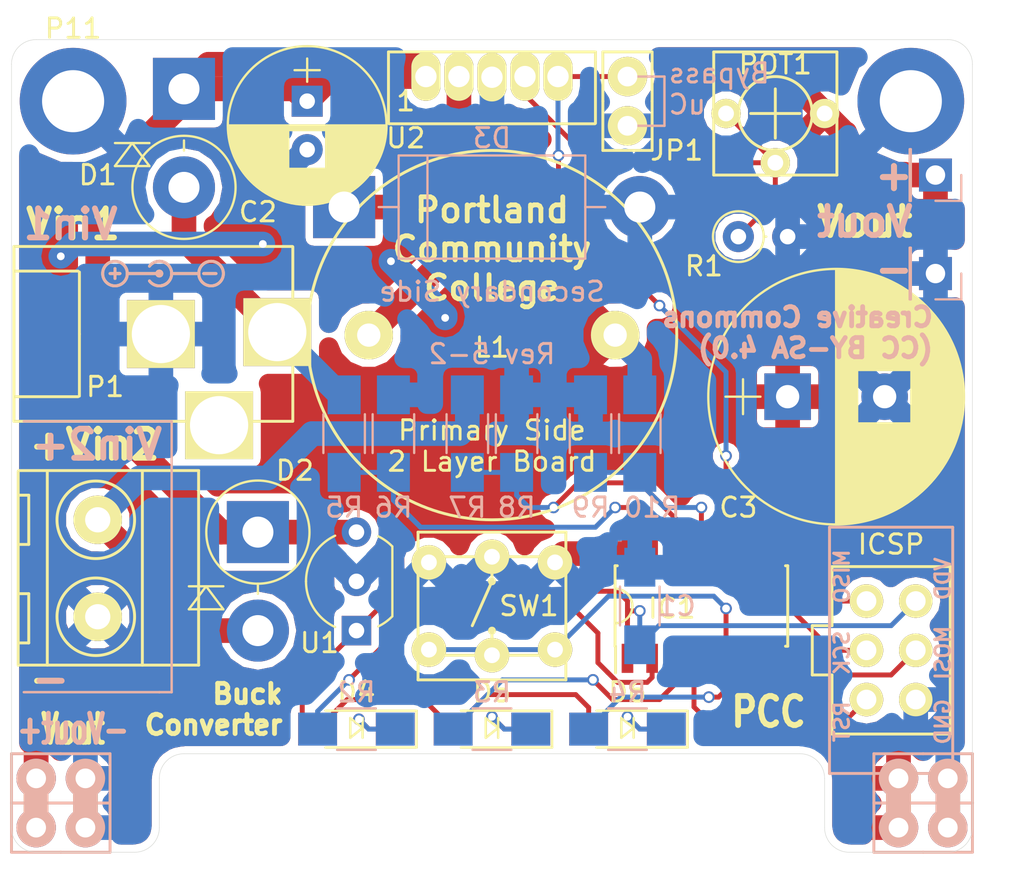
<source format=kicad_pcb>
(kicad_pcb (version 4) (host pcbnew 4.0.1-stable)

  (general
    (links 72)
    (no_connects 0)
    (area 114.138143 76.366 167.324 123.22519)
    (thickness 1.6)
    (drawings 67)
    (tracks 190)
    (zones 0)
    (modules 37)
    (nets 24)
  )

  (page USLetter)
  (title_block
    (title "Buck Converter (Step-Down Voltage Regulator)")
    (rev E3-0-0)
  )

  (layers
    (0 F.Cu signal)
    (31 B.Cu signal)
    (32 B.Adhes user)
    (33 F.Adhes user)
    (34 B.Paste user)
    (35 F.Paste user)
    (36 B.SilkS user)
    (37 F.SilkS user)
    (38 B.Mask user)
    (39 F.Mask user)
    (40 Dwgs.User user)
    (41 Cmts.User user)
    (42 Eco1.User user)
    (43 Eco2.User user)
    (44 Edge.Cuts user)
    (45 Margin user)
    (46 B.CrtYd user)
    (47 F.CrtYd user)
    (48 B.Fab user)
    (49 F.Fab user)
  )

  (setup
    (last_trace_width 0.254)
    (trace_clearance 0.254)
    (zone_clearance 0.381)
    (zone_45_only yes)
    (trace_min 0.2)
    (segment_width 0.127)
    (edge_width 0.0254)
    (via_size 0.6)
    (via_drill 0.4)
    (via_min_size 0.4)
    (via_min_drill 0.3)
    (uvia_size 0.3)
    (uvia_drill 0.1)
    (uvias_allowed no)
    (uvia_min_size 0)
    (uvia_min_drill 0)
    (pcb_text_width 0.3)
    (pcb_text_size 1.5 1.5)
    (mod_edge_width 0.15)
    (mod_text_size 1 1)
    (mod_text_width 0.15)
    (pad_size 1.5 1.5)
    (pad_drill 0.6)
    (pad_to_mask_clearance 0)
    (aux_axis_origin 0 0)
    (visible_elements 7FFEFF7F)
    (pcbplotparams
      (layerselection 0x010f0_80000001)
      (usegerberextensions true)
      (excludeedgelayer true)
      (linewidth 0.025400)
      (plotframeref false)
      (viasonmask true)
      (mode 1)
      (useauxorigin false)
      (hpglpennumber 1)
      (hpglpenspeed 20)
      (hpglpendiameter 15)
      (hpglpenoverlay 2)
      (psnegative false)
      (psa4output false)
      (plotreference true)
      (plotvalue true)
      (plotinvisibletext false)
      (padsonsilk false)
      (subtractmaskfromsilk false)
      (outputformat 1)
      (mirror false)
      (drillshape 0)
      (scaleselection 1)
      (outputdirectory gerbers/))
  )

  (net 0 "")
  (net 1 GND)
  (net 2 +5V)
  (net 3 "Net-(D3-Pad1)")
  (net 4 +9V)
  (net 5 +6V)
  (net 6 +BATT)
  (net 7 "Net-(D4-Pad1)")
  (net 8 "Net-(D5-Pad1)")
  (net 9 +12V)
  (net 10 /~RST)
  (net 11 /ADC3)
  (net 12 /ADC2)
  (net 13 /MOSI)
  (net 14 /MISO)
  (net 15 /SCK)
  (net 16 "Net-(D6-Pad1)")
  (net 17 /GREEN)
  (net 18 /BLUE)
  (net 19 "Net-(IC1-Pad5)")
  (net 20 /RED)
  (net 21 /ADC1)
  (net 22 /OPT)
  (net 23 "Net-(POT1-Pad1)")

  (net_class Default "This is the default net class."
    (clearance 0.254)
    (trace_width 0.254)
    (via_dia 0.6)
    (via_drill 0.4)
    (uvia_dia 0.3)
    (uvia_drill 0.1)
    (add_net +5V)
    (add_net /ADC1)
    (add_net /ADC2)
    (add_net /ADC3)
    (add_net /BLUE)
    (add_net /GREEN)
    (add_net /MISO)
    (add_net /MOSI)
    (add_net /OPT)
    (add_net /RED)
    (add_net /SCK)
    (add_net /~RST)
    (add_net "Net-(D4-Pad1)")
    (add_net "Net-(D5-Pad1)")
    (add_net "Net-(D6-Pad1)")
    (add_net "Net-(IC1-Pad5)")
    (add_net "Net-(POT1-Pad1)")
  )

  (net_class Power ""
    (clearance 0.254)
    (trace_width 1.27)
    (via_dia 0.6)
    (via_drill 0.4)
    (uvia_dia 0.3)
    (uvia_drill 0.1)
    (add_net +12V)
    (add_net +6V)
    (add_net +9V)
    (add_net +BATT)
    (add_net GND)
    (add_net "Net-(D3-Pad1)")
  )

  (module lib:pcc_pot (layer F.Cu) (tedit 59764E79) (tstamp 59760FDA)
    (at 151.765 82.55)
    (path /562BD352)
    (fp_text reference POT1 (at 2.54 -2.54 180) (layer F.SilkS)
      (effects (font (size 1 1) (thickness 0.15)))
    )
    (fp_text value 20k (at 0.635 2.54) (layer F.Fab) hide
      (effects (font (size 1 1) (thickness 0.15)))
    )
    (fp_line (start 1.27 0) (end 3.81 0) (layer F.SilkS) (width 0.15))
    (fp_line (start 2.54 -1.27) (end 2.54 1.27) (layer F.SilkS) (width 0.15))
    (fp_circle (center 2.54 0) (end 4.445 0) (layer F.SilkS) (width 0.15))
    (fp_line (start -0.635 -3.175) (end 5.715 -3.175) (layer F.SilkS) (width 0.15))
    (fp_line (start 5.715 -3.175) (end 5.715 3.175) (layer F.SilkS) (width 0.15))
    (fp_line (start 5.715 3.175) (end -0.635 3.175) (layer F.SilkS) (width 0.15))
    (fp_line (start -0.635 3.175) (end -0.635 -3.175) (layer F.SilkS) (width 0.15))
    (pad 3 thru_hole circle (at 5.08 0) (size 1.51 1.51) (drill 0.8128) (layers *.Cu *.Mask F.SilkS)
      (net 5 +6V))
    (pad 1 thru_hole circle (at 0 0) (size 1.51 1.51) (drill 0.8128) (layers *.Cu *.Mask F.SilkS)
      (net 23 "Net-(POT1-Pad1)"))
    (pad 2 thru_hole circle (at 2.54 2.54) (size 1.51 1.51) (drill 0.8128) (layers *.Cu *.Mask F.SilkS)
      (net 23 "Net-(POT1-Pad1)"))
  )

  (module lib:Inductor_075in (layer F.Cu) (tedit 59813469) (tstamp 59766EC6)
    (at 139.7 93.98)
    (path /562BD19C)
    (fp_text reference L1 (at 0 0.635) (layer F.SilkS)
      (effects (font (size 1 1) (thickness 0.15)))
    )
    (fp_text value 100u (at 0 10.795) (layer F.Fab)
      (effects (font (size 1 1) (thickness 0.15)))
    )
    (fp_circle (center 0 0) (end 9.525 0) (layer F.SilkS) (width 0.15))
    (pad 1 thru_hole circle (at 6.35 0) (size 2.5 2.5) (drill 1.2) (layers *.Cu *.Mask F.SilkS)
      (net 5 +6V))
    (pad 2 thru_hole circle (at -6.35 0) (size 2.5 2.5) (drill 1.2) (layers *.Cu *.Mask F.SilkS)
      (net 3 "Net-(D3-Pad1)"))
  )

  (module lib:pcc-Pin_Header_Straight_1x02 (layer F.Cu) (tedit 5988BF13) (tstamp 59766EB7)
    (at 146.685 80.645)
    (descr "Through hole pin header")
    (tags "pin header")
    (path /5705EF0F)
    (fp_text reference JP1 (at 2.54 3.81 180) (layer F.SilkS)
      (effects (font (size 1 1) (thickness 0.15)))
    )
    (fp_text value uC_Bypass (at 0 -3.1) (layer F.Fab)
      (effects (font (size 1 1) (thickness 0.15)))
    )
    (fp_line (start -1.27 1.27) (end -1.27 -1.27) (layer F.SilkS) (width 0.15))
    (fp_line (start -1.27 -1.27) (end 1.27 -1.27) (layer F.SilkS) (width 0.15))
    (fp_line (start 1.27 -1.27) (end 1.27 1.27) (layer F.SilkS) (width 0.15))
    (fp_line (start 1.27 1.27) (end 1.27 3.81) (layer F.SilkS) (width 0.15))
    (fp_line (start -1.75 -1.75) (end -1.75 4.3) (layer F.CrtYd) (width 0.05))
    (fp_line (start 1.75 -1.75) (end 1.75 4.3) (layer F.CrtYd) (width 0.05))
    (fp_line (start -1.75 -1.75) (end 1.75 -1.75) (layer F.CrtYd) (width 0.05))
    (fp_line (start -1.75 4.3) (end 1.75 4.3) (layer F.CrtYd) (width 0.05))
    (fp_line (start -1.27 1.27) (end -1.27 3.81) (layer F.SilkS) (width 0.15))
    (fp_line (start -1.27 3.81) (end 1.27 3.81) (layer F.SilkS) (width 0.15))
    (pad 1 thru_hole oval (at 0 0) (size 2.032 2.032) (drill 1.016) (layers *.Cu *.Mask F.SilkS)
      (net 22 /OPT))
    (pad 2 thru_hole oval (at 0 2.54) (size 2.032 2.032) (drill 1.016) (layers *.Cu *.Mask F.SilkS)
      (net 1 GND))
    (model Pin_Headers.3dshapes/Pin_Header_Straight_1x02.wrl
      (at (xyz 0 -0.05 0))
      (scale (xyz 1 1 1))
      (rotate (xyz 0 0 90))
    )
  )

  (module Diodes_ThroughHole:D_DO-201AD_P5.08mm_Vertical_AnodeUp (layer F.Cu) (tedit 59DD0E15) (tstamp 597617AF)
    (at 127.635 104.14 270)
    (descr "D, DO-201AD series, Axial, Vertical, pin pitch=5.08mm, , length*diameter=9.5*5.2mm^2, , http://www.diodes.com/_files/packages/DO-201AD.pdf")
    (tags "D DO-201AD series Axial Vertical pin pitch 5.08mm  length 9.5mm diameter 5.2mm")
    (path /59714615)
    (fp_text reference D2 (at -3.175 -1.905 540) (layer F.SilkS)
      (effects (font (size 1 1) (thickness 0.15)))
    )
    (fp_text value SR340 (at 2.54 5.438 270) (layer F.Fab)
      (effects (font (size 1 1) (thickness 0.15)))
    )
    (fp_text user K (at -3.36 0 270) (layer F.Fab)
      (effects (font (size 1 1) (thickness 0.15)))
    )
    (fp_text user %R (at 2.54 0 270) (layer F.Fab)
      (effects (font (size 1 1) (thickness 0.15)))
    )
    (fp_line (start 0 0) (end 5.08 0) (layer F.Fab) (width 0.1))
    (fp_line (start 2.66 0) (end 3.18 0) (layer F.SilkS) (width 0.12))
    (fp_line (start 2.794 1.78) (end 2.794 3.558) (layer F.SilkS) (width 0.12))
    (fp_line (start 2.794 2.669) (end 3.979333 1.78) (layer F.SilkS) (width 0.12))
    (fp_line (start 3.979333 1.78) (end 3.979333 3.558) (layer F.SilkS) (width 0.12))
    (fp_line (start 3.979333 3.558) (end 2.794 2.669) (layer F.SilkS) (width 0.12))
    (fp_line (start -2.95 -2.95) (end -2.95 2.95) (layer F.CrtYd) (width 0.05))
    (fp_line (start -2.95 2.95) (end 7 2.95) (layer F.CrtYd) (width 0.05))
    (fp_line (start 7 2.95) (end 7 -2.95) (layer F.CrtYd) (width 0.05))
    (fp_line (start 7 -2.95) (end -2.95 -2.95) (layer F.CrtYd) (width 0.05))
    (fp_circle (center 0 0) (end 2.6 0) (layer F.Fab) (width 0.1))
    (fp_circle (center 0 0) (end 2.66 0) (layer F.SilkS) (width 0.12))
    (pad 1 thru_hole rect (at 0 0 270) (size 3.2 3.2) (drill 1.6) (layers *.Cu *.Mask)
      (net 4 +9V))
    (pad 2 thru_hole oval (at 5.08 0 270) (size 3.2 3.2) (drill 1.6) (layers *.Cu *.Mask)
      (net 6 +BATT))
    (model ${KISYS3DMOD}/Diodes_THT.3dshapes/D_DO-201AD_P5.08mm_Vertical_AnodeUp.wrl
      (at (xyz 0 0 0))
      (scale (xyz 0.393701 0.393701 0.393701))
      (rotate (xyz 0 0 0))
    )
  )

  (module lib:pcc-barrel_jack placed (layer F.Cu) (tedit 59765A95) (tstamp 59765B7D)
    (at 114.935 98.425)
    (path /5715038A)
    (fp_text reference P1 (at 4.826 -1.778) (layer F.SilkS)
      (effects (font (size 1 1) (thickness 0.15)))
    )
    (fp_text value +Vin1 (at 7.112 -10.033) (layer F.Fab)
      (effects (font (size 1 1) (thickness 0.15)))
    )
    (fp_arc (start 7.62 -7.62) (end 7.239 -8.128) (angle 90) (layer B.SilkS) (width 0.15))
    (fp_arc (start 7.62 -7.62) (end 8.128 -8.001) (angle 90) (layer B.SilkS) (width 0.15))
    (fp_arc (start 7.62 -7.62) (end 8.001 -7.112) (angle 90) (layer B.SilkS) (width 0.15))
    (fp_arc (start 7.62 -7.62) (end 7.112 -8.001) (angle 90) (layer B.SilkS) (width 0.15))
    (fp_circle (center 10.287 -7.62) (end 10.922 -7.62) (layer B.SilkS) (width 0.15))
    (fp_circle (center 7.62 -7.62) (end 7.747 -7.62) (layer B.SilkS) (width 0.15))
    (fp_line (start 9.906 -7.62) (end 10.541 -7.62) (layer B.SilkS) (width 0.15))
    (fp_line (start 8.255 -7.62) (end 9.652 -7.62) (layer B.SilkS) (width 0.15))
    (fp_line (start 5.969 -7.62) (end 7.62 -7.62) (layer B.SilkS) (width 0.15))
    (fp_line (start 5.08 -7.62) (end 5.588 -7.62) (layer B.SilkS) (width 0.15))
    (fp_line (start 5.334 -7.874) (end 5.334 -7.366) (layer B.SilkS) (width 0.15))
    (fp_circle (center 5.334 -7.62) (end 5.969 -7.62) (layer B.SilkS) (width 0.15))
    (fp_line (start 8.255 -7.62) (end 9.652 -7.62) (layer F.SilkS) (width 0.15))
    (fp_circle (center 7.62 -7.62) (end 7.747 -7.62) (layer F.SilkS) (width 0.15))
    (fp_line (start 5.969 -7.62) (end 7.62 -7.62) (layer F.SilkS) (width 0.15))
    (fp_line (start 9.906 -7.62) (end 10.541 -7.62) (layer F.SilkS) (width 0.15))
    (fp_line (start 5.08 -7.62) (end 5.588 -7.62) (layer F.SilkS) (width 0.15))
    (fp_line (start 5.588 -7.62) (end 5.334 -7.62) (layer F.SilkS) (width 0.15))
    (fp_line (start 5.334 -7.62) (end 5.334 -7.874) (layer F.SilkS) (width 0.15))
    (fp_line (start 5.334 -7.874) (end 5.334 -7.366) (layer F.SilkS) (width 0.15))
    (fp_arc (start 7.62 -7.62) (end 8.001 -7.112) (angle 90) (layer F.SilkS) (width 0.15))
    (fp_arc (start 7.62 -7.62) (end 7.112 -8.001) (angle 90) (layer F.SilkS) (width 0.15))
    (fp_arc (start 7.62 -7.62) (end 8.255 -7.62) (angle 90) (layer F.SilkS) (width 0.15))
    (fp_arc (start 7.62 -7.62) (end 7.62 -8.255) (angle 90) (layer F.SilkS) (width 0.15))
    (fp_circle (center 10.287 -7.62) (end 10.922 -7.62) (layer F.SilkS) (width 0.15))
    (fp_circle (center 5.334 -7.62) (end 5.969 -7.62) (layer F.SilkS) (width 0.15))
    (fp_line (start 0.127 0) (end 14.478 0) (layer F.SilkS) (width 0.15))
    (fp_line (start 0.127 -9.017) (end 14.478 -9.017) (layer F.SilkS) (width 0.15))
    (fp_line (start 3.429 -7.747) (end 0.127 -7.747) (layer F.SilkS) (width 0.15))
    (fp_line (start 3.429 -1.27) (end 0.127 -1.27) (layer F.SilkS) (width 0.15))
    (fp_line (start 3.5 -4.5) (end 3.5 -1.3) (layer F.SilkS) (width 0.15))
    (fp_line (start 3.5 -4.5) (end 3.5 -7.7) (layer F.SilkS) (width 0.15))
    (fp_line (start 0.127 0) (end 0.127 -9) (layer F.SilkS) (width 0.15))
    (fp_line (start 14.5 -9) (end 14.5 0) (layer F.SilkS) (width 0.15))
    (pad 3 thru_hole rect (at 10.7 0.2) (size 3.5 3.5) (drill 3) (layers *.Cu *.Mask F.SilkS))
    (pad 2 thru_hole rect (at 7.7 -4.5) (size 3.5 3.5) (drill 3) (layers *.Cu *.Mask F.SilkS)
      (net 1 GND))
    (pad 1 thru_hole rect (at 13.7 -4.6) (size 3.5 3.5) (drill 3) (layers *.Cu *.Mask F.SilkS)
      (net 9 +12V))
  )

  (module Diodes_ThroughHole:D_DO-201AD_P15.24mm_Horizontal (layer B.Cu) (tedit 59768731) (tstamp 59760F55)
    (at 132.08 87.376)
    (descr "D, DO-201AD series, Axial, Horizontal, pin pitch=15.24mm, , length*diameter=9.5*5.2mm^2, , http://www.diodes.com/_files/packages/DO-201AD.pdf")
    (tags "D DO-201AD series Axial Horizontal pin pitch 15.24mm  length 9.5mm diameter 5.2mm")
    (path /562BD211)
    (fp_text reference D3 (at 7.62 -3.556) (layer B.SilkS)
      (effects (font (size 1 1) (thickness 0.15)) (justify mirror))
    )
    (fp_text value 1N5822 (at 7.62 -3.66) (layer B.Fab)
      (effects (font (size 1 1) (thickness 0.15)) (justify mirror))
    )
    (fp_text user %R (at 7.62 -3.556) (layer B.Fab)
      (effects (font (size 1 1) (thickness 0.15)) (justify mirror))
    )
    (fp_line (start 2.87 2.6) (end 2.87 -2.6) (layer B.Fab) (width 0.1))
    (fp_line (start 2.87 -2.6) (end 12.37 -2.6) (layer B.Fab) (width 0.1))
    (fp_line (start 12.37 -2.6) (end 12.37 2.6) (layer B.Fab) (width 0.1))
    (fp_line (start 12.37 2.6) (end 2.87 2.6) (layer B.Fab) (width 0.1))
    (fp_line (start 0 0) (end 2.87 0) (layer B.Fab) (width 0.1))
    (fp_line (start 15.24 0) (end 12.37 0) (layer B.Fab) (width 0.1))
    (fp_line (start 4.295 2.6) (end 4.295 -2.6) (layer B.Fab) (width 0.1))
    (fp_line (start 2.81 2.66) (end 2.81 -2.66) (layer B.SilkS) (width 0.12))
    (fp_line (start 2.81 -2.66) (end 12.43 -2.66) (layer B.SilkS) (width 0.12))
    (fp_line (start 12.43 -2.66) (end 12.43 2.66) (layer B.SilkS) (width 0.12))
    (fp_line (start 12.43 2.66) (end 2.81 2.66) (layer B.SilkS) (width 0.12))
    (fp_line (start 1.78 0) (end 2.81 0) (layer B.SilkS) (width 0.12))
    (fp_line (start 13.46 0) (end 12.43 0) (layer B.SilkS) (width 0.12))
    (fp_line (start 4.295 2.66) (end 4.295 -2.66) (layer B.SilkS) (width 0.12))
    (fp_line (start -1.85 2.95) (end -1.85 -2.95) (layer B.CrtYd) (width 0.05))
    (fp_line (start -1.85 -2.95) (end 17.1 -2.95) (layer B.CrtYd) (width 0.05))
    (fp_line (start 17.1 -2.95) (end 17.1 2.95) (layer B.CrtYd) (width 0.05))
    (fp_line (start 17.1 2.95) (end -1.85 2.95) (layer B.CrtYd) (width 0.05))
    (pad 1 thru_hole rect (at 0 0) (size 3.2 3.2) (drill 1.6) (layers *.Cu *.Mask)
      (net 3 "Net-(D3-Pad1)"))
    (pad 2 thru_hole oval (at 15.24 0) (size 3.2 3.2) (drill 1.6) (layers *.Cu *.Mask)
      (net 1 GND))
    (model ${KISYS3DMOD}/Diodes_THT.3dshapes/D_DO-201AD_P15.24mm_Horizontal.wrl
      (at (xyz 0 0 0))
      (scale (xyz 0.393701 0.393701 0.393701))
      (rotate (xyz 0 0 0))
    )
  )

  (module Capacitors_SMD:C_1206_HandSoldering (layer B.Cu) (tedit 59C172EB) (tstamp 59760F37)
    (at 147.32 107.95 270)
    (descr "Capacitor SMD 1206, hand soldering")
    (tags "capacitor 1206")
    (path /56E614C1)
    (attr smd)
    (fp_text reference C1 (at 0 -1.905 540) (layer B.SilkS)
      (effects (font (size 1 1) (thickness 0.15)) (justify mirror))
    )
    (fp_text value 2.2uF (at 0 -2 270) (layer B.Fab)
      (effects (font (size 1 1) (thickness 0.15)) (justify mirror))
    )
    (fp_text user %R (at 0 -1.905 540) (layer B.Fab)
      (effects (font (size 1 1) (thickness 0.15)) (justify mirror))
    )
    (fp_line (start -1.6 -0.8) (end -1.6 0.8) (layer B.Fab) (width 0.1))
    (fp_line (start 1.6 -0.8) (end -1.6 -0.8) (layer B.Fab) (width 0.1))
    (fp_line (start 1.6 0.8) (end 1.6 -0.8) (layer B.Fab) (width 0.1))
    (fp_line (start -1.6 0.8) (end 1.6 0.8) (layer B.Fab) (width 0.1))
    (fp_line (start 1 1.02) (end -1 1.02) (layer B.SilkS) (width 0.12))
    (fp_line (start -1 -1.02) (end 1 -1.02) (layer B.SilkS) (width 0.12))
    (fp_line (start -3.25 1.05) (end 3.25 1.05) (layer B.CrtYd) (width 0.05))
    (fp_line (start -3.25 1.05) (end -3.25 -1.05) (layer B.CrtYd) (width 0.05))
    (fp_line (start 3.25 -1.05) (end 3.25 1.05) (layer B.CrtYd) (width 0.05))
    (fp_line (start 3.25 -1.05) (end -3.25 -1.05) (layer B.CrtYd) (width 0.05))
    (pad 1 smd rect (at -2 0 270) (size 2 1.6) (layers B.Cu B.Paste B.Mask)
      (net 1 GND))
    (pad 2 smd rect (at 2 0 270) (size 2 1.6) (layers B.Cu B.Paste B.Mask)
      (net 2 +5V))
    (model Capacitors_SMD.3dshapes/C_1206.wrl
      (at (xyz 0 0 0))
      (scale (xyz 1 1 1))
      (rotate (xyz 0 0 0))
    )
  )

  (module Capacitors_ThroughHole:CP_Radial_D13.0mm_P5.00mm (layer F.Cu) (tedit 59DF8573) (tstamp 59760F43)
    (at 154.94 97.155)
    (descr "CP, Radial series, Radial, pin pitch=5.00mm, , diameter=13mm, Electrolytic Capacitor")
    (tags "CP Radial series Radial pin pitch 5.00mm  diameter 13mm Electrolytic Capacitor")
    (path /562BD0CB)
    (fp_text reference C3 (at -2.54 5.715) (layer F.SilkS)
      (effects (font (size 1 1) (thickness 0.15)))
    )
    (fp_text value 1000u (at 2.5 7.81) (layer F.Fab)
      (effects (font (size 1 1) (thickness 0.15)))
    )
    (fp_circle (center 2.5 0) (end 9 0) (layer F.Fab) (width 0.1))
    (fp_circle (center 2.5 0) (end 9.09 0) (layer F.SilkS) (width 0.12))
    (fp_line (start -3.2 0) (end -1.4 0) (layer F.Fab) (width 0.1))
    (fp_line (start -2.3 -0.9) (end -2.3 0.9) (layer F.Fab) (width 0.1))
    (fp_line (start 2.5 -6.55) (end 2.5 6.55) (layer F.SilkS) (width 0.12))
    (fp_line (start 2.54 -6.55) (end 2.54 6.55) (layer F.SilkS) (width 0.12))
    (fp_line (start 2.58 -6.55) (end 2.58 6.55) (layer F.SilkS) (width 0.12))
    (fp_line (start 2.62 -6.549) (end 2.62 6.549) (layer F.SilkS) (width 0.12))
    (fp_line (start 2.66 -6.549) (end 2.66 6.549) (layer F.SilkS) (width 0.12))
    (fp_line (start 2.7 -6.547) (end 2.7 6.547) (layer F.SilkS) (width 0.12))
    (fp_line (start 2.74 -6.546) (end 2.74 6.546) (layer F.SilkS) (width 0.12))
    (fp_line (start 2.78 -6.545) (end 2.78 6.545) (layer F.SilkS) (width 0.12))
    (fp_line (start 2.82 -6.543) (end 2.82 6.543) (layer F.SilkS) (width 0.12))
    (fp_line (start 2.86 -6.541) (end 2.86 6.541) (layer F.SilkS) (width 0.12))
    (fp_line (start 2.9 -6.538) (end 2.9 6.538) (layer F.SilkS) (width 0.12))
    (fp_line (start 2.94 -6.536) (end 2.94 6.536) (layer F.SilkS) (width 0.12))
    (fp_line (start 2.98 -6.533) (end 2.98 6.533) (layer F.SilkS) (width 0.12))
    (fp_line (start 3.02 -6.53) (end 3.02 6.53) (layer F.SilkS) (width 0.12))
    (fp_line (start 3.06 -6.527) (end 3.06 6.527) (layer F.SilkS) (width 0.12))
    (fp_line (start 3.1 -6.523) (end 3.1 6.523) (layer F.SilkS) (width 0.12))
    (fp_line (start 3.14 -6.519) (end 3.14 6.519) (layer F.SilkS) (width 0.12))
    (fp_line (start 3.18 -6.515) (end 3.18 6.515) (layer F.SilkS) (width 0.12))
    (fp_line (start 3.221 -6.511) (end 3.221 6.511) (layer F.SilkS) (width 0.12))
    (fp_line (start 3.261 -6.507) (end 3.261 6.507) (layer F.SilkS) (width 0.12))
    (fp_line (start 3.301 -6.502) (end 3.301 6.502) (layer F.SilkS) (width 0.12))
    (fp_line (start 3.341 -6.497) (end 3.341 6.497) (layer F.SilkS) (width 0.12))
    (fp_line (start 3.381 -6.491) (end 3.381 6.491) (layer F.SilkS) (width 0.12))
    (fp_line (start 3.421 -6.486) (end 3.421 6.486) (layer F.SilkS) (width 0.12))
    (fp_line (start 3.461 -6.48) (end 3.461 6.48) (layer F.SilkS) (width 0.12))
    (fp_line (start 3.501 -6.474) (end 3.501 6.474) (layer F.SilkS) (width 0.12))
    (fp_line (start 3.541 -6.468) (end 3.541 6.468) (layer F.SilkS) (width 0.12))
    (fp_line (start 3.581 -6.461) (end 3.581 6.461) (layer F.SilkS) (width 0.12))
    (fp_line (start 3.621 -6.455) (end 3.621 -1.38) (layer F.SilkS) (width 0.12))
    (fp_line (start 3.621 1.38) (end 3.621 6.455) (layer F.SilkS) (width 0.12))
    (fp_line (start 3.661 -6.448) (end 3.661 -1.38) (layer F.SilkS) (width 0.12))
    (fp_line (start 3.661 1.38) (end 3.661 6.448) (layer F.SilkS) (width 0.12))
    (fp_line (start 3.701 -6.44) (end 3.701 -1.38) (layer F.SilkS) (width 0.12))
    (fp_line (start 3.701 1.38) (end 3.701 6.44) (layer F.SilkS) (width 0.12))
    (fp_line (start 3.741 -6.433) (end 3.741 -1.38) (layer F.SilkS) (width 0.12))
    (fp_line (start 3.741 1.38) (end 3.741 6.433) (layer F.SilkS) (width 0.12))
    (fp_line (start 3.781 -6.425) (end 3.781 -1.38) (layer F.SilkS) (width 0.12))
    (fp_line (start 3.781 1.38) (end 3.781 6.425) (layer F.SilkS) (width 0.12))
    (fp_line (start 3.821 -6.417) (end 3.821 -1.38) (layer F.SilkS) (width 0.12))
    (fp_line (start 3.821 1.38) (end 3.821 6.417) (layer F.SilkS) (width 0.12))
    (fp_line (start 3.861 -6.409) (end 3.861 -1.38) (layer F.SilkS) (width 0.12))
    (fp_line (start 3.861 1.38) (end 3.861 6.409) (layer F.SilkS) (width 0.12))
    (fp_line (start 3.901 -6.4) (end 3.901 -1.38) (layer F.SilkS) (width 0.12))
    (fp_line (start 3.901 1.38) (end 3.901 6.4) (layer F.SilkS) (width 0.12))
    (fp_line (start 3.941 -6.391) (end 3.941 -1.38) (layer F.SilkS) (width 0.12))
    (fp_line (start 3.941 1.38) (end 3.941 6.391) (layer F.SilkS) (width 0.12))
    (fp_line (start 3.981 -6.382) (end 3.981 -1.38) (layer F.SilkS) (width 0.12))
    (fp_line (start 3.981 1.38) (end 3.981 6.382) (layer F.SilkS) (width 0.12))
    (fp_line (start 4.021 -6.373) (end 4.021 -1.38) (layer F.SilkS) (width 0.12))
    (fp_line (start 4.021 1.38) (end 4.021 6.373) (layer F.SilkS) (width 0.12))
    (fp_line (start 4.061 -6.363) (end 4.061 -1.38) (layer F.SilkS) (width 0.12))
    (fp_line (start 4.061 1.38) (end 4.061 6.363) (layer F.SilkS) (width 0.12))
    (fp_line (start 4.101 -6.353) (end 4.101 -1.38) (layer F.SilkS) (width 0.12))
    (fp_line (start 4.101 1.38) (end 4.101 6.353) (layer F.SilkS) (width 0.12))
    (fp_line (start 4.141 -6.343) (end 4.141 -1.38) (layer F.SilkS) (width 0.12))
    (fp_line (start 4.141 1.38) (end 4.141 6.343) (layer F.SilkS) (width 0.12))
    (fp_line (start 4.181 -6.333) (end 4.181 -1.38) (layer F.SilkS) (width 0.12))
    (fp_line (start 4.181 1.38) (end 4.181 6.333) (layer F.SilkS) (width 0.12))
    (fp_line (start 4.221 -6.322) (end 4.221 -1.38) (layer F.SilkS) (width 0.12))
    (fp_line (start 4.221 1.38) (end 4.221 6.322) (layer F.SilkS) (width 0.12))
    (fp_line (start 4.261 -6.311) (end 4.261 -1.38) (layer F.SilkS) (width 0.12))
    (fp_line (start 4.261 1.38) (end 4.261 6.311) (layer F.SilkS) (width 0.12))
    (fp_line (start 4.301 -6.3) (end 4.301 -1.38) (layer F.SilkS) (width 0.12))
    (fp_line (start 4.301 1.38) (end 4.301 6.3) (layer F.SilkS) (width 0.12))
    (fp_line (start 4.341 -6.288) (end 4.341 -1.38) (layer F.SilkS) (width 0.12))
    (fp_line (start 4.341 1.38) (end 4.341 6.288) (layer F.SilkS) (width 0.12))
    (fp_line (start 4.381 -6.277) (end 4.381 -1.38) (layer F.SilkS) (width 0.12))
    (fp_line (start 4.381 1.38) (end 4.381 6.277) (layer F.SilkS) (width 0.12))
    (fp_line (start 4.421 -6.265) (end 4.421 -1.38) (layer F.SilkS) (width 0.12))
    (fp_line (start 4.421 1.38) (end 4.421 6.265) (layer F.SilkS) (width 0.12))
    (fp_line (start 4.461 -6.252) (end 4.461 -1.38) (layer F.SilkS) (width 0.12))
    (fp_line (start 4.461 1.38) (end 4.461 6.252) (layer F.SilkS) (width 0.12))
    (fp_line (start 4.501 -6.24) (end 4.501 -1.38) (layer F.SilkS) (width 0.12))
    (fp_line (start 4.501 1.38) (end 4.501 6.24) (layer F.SilkS) (width 0.12))
    (fp_line (start 4.541 -6.227) (end 4.541 -1.38) (layer F.SilkS) (width 0.12))
    (fp_line (start 4.541 1.38) (end 4.541 6.227) (layer F.SilkS) (width 0.12))
    (fp_line (start 4.581 -6.214) (end 4.581 -1.38) (layer F.SilkS) (width 0.12))
    (fp_line (start 4.581 1.38) (end 4.581 6.214) (layer F.SilkS) (width 0.12))
    (fp_line (start 4.621 -6.2) (end 4.621 -1.38) (layer F.SilkS) (width 0.12))
    (fp_line (start 4.621 1.38) (end 4.621 6.2) (layer F.SilkS) (width 0.12))
    (fp_line (start 4.661 -6.186) (end 4.661 -1.38) (layer F.SilkS) (width 0.12))
    (fp_line (start 4.661 1.38) (end 4.661 6.186) (layer F.SilkS) (width 0.12))
    (fp_line (start 4.701 -6.172) (end 4.701 -1.38) (layer F.SilkS) (width 0.12))
    (fp_line (start 4.701 1.38) (end 4.701 6.172) (layer F.SilkS) (width 0.12))
    (fp_line (start 4.741 -6.158) (end 4.741 -1.38) (layer F.SilkS) (width 0.12))
    (fp_line (start 4.741 1.38) (end 4.741 6.158) (layer F.SilkS) (width 0.12))
    (fp_line (start 4.781 -6.144) (end 4.781 -1.38) (layer F.SilkS) (width 0.12))
    (fp_line (start 4.781 1.38) (end 4.781 6.144) (layer F.SilkS) (width 0.12))
    (fp_line (start 4.821 -6.129) (end 4.821 -1.38) (layer F.SilkS) (width 0.12))
    (fp_line (start 4.821 1.38) (end 4.821 6.129) (layer F.SilkS) (width 0.12))
    (fp_line (start 4.861 -6.113) (end 4.861 -1.38) (layer F.SilkS) (width 0.12))
    (fp_line (start 4.861 1.38) (end 4.861 6.113) (layer F.SilkS) (width 0.12))
    (fp_line (start 4.901 -6.098) (end 4.901 -1.38) (layer F.SilkS) (width 0.12))
    (fp_line (start 4.901 1.38) (end 4.901 6.098) (layer F.SilkS) (width 0.12))
    (fp_line (start 4.941 -6.082) (end 4.941 -1.38) (layer F.SilkS) (width 0.12))
    (fp_line (start 4.941 1.38) (end 4.941 6.082) (layer F.SilkS) (width 0.12))
    (fp_line (start 4.981 -6.066) (end 4.981 -1.38) (layer F.SilkS) (width 0.12))
    (fp_line (start 4.981 1.38) (end 4.981 6.066) (layer F.SilkS) (width 0.12))
    (fp_line (start 5.021 -6.05) (end 5.021 -1.38) (layer F.SilkS) (width 0.12))
    (fp_line (start 5.021 1.38) (end 5.021 6.05) (layer F.SilkS) (width 0.12))
    (fp_line (start 5.061 -6.033) (end 5.061 -1.38) (layer F.SilkS) (width 0.12))
    (fp_line (start 5.061 1.38) (end 5.061 6.033) (layer F.SilkS) (width 0.12))
    (fp_line (start 5.101 -6.016) (end 5.101 -1.38) (layer F.SilkS) (width 0.12))
    (fp_line (start 5.101 1.38) (end 5.101 6.016) (layer F.SilkS) (width 0.12))
    (fp_line (start 5.141 -5.999) (end 5.141 -1.38) (layer F.SilkS) (width 0.12))
    (fp_line (start 5.141 1.38) (end 5.141 5.999) (layer F.SilkS) (width 0.12))
    (fp_line (start 5.181 -5.981) (end 5.181 -1.38) (layer F.SilkS) (width 0.12))
    (fp_line (start 5.181 1.38) (end 5.181 5.981) (layer F.SilkS) (width 0.12))
    (fp_line (start 5.221 -5.963) (end 5.221 -1.38) (layer F.SilkS) (width 0.12))
    (fp_line (start 5.221 1.38) (end 5.221 5.963) (layer F.SilkS) (width 0.12))
    (fp_line (start 5.261 -5.945) (end 5.261 -1.38) (layer F.SilkS) (width 0.12))
    (fp_line (start 5.261 1.38) (end 5.261 5.945) (layer F.SilkS) (width 0.12))
    (fp_line (start 5.301 -5.926) (end 5.301 -1.38) (layer F.SilkS) (width 0.12))
    (fp_line (start 5.301 1.38) (end 5.301 5.926) (layer F.SilkS) (width 0.12))
    (fp_line (start 5.341 -5.907) (end 5.341 -1.38) (layer F.SilkS) (width 0.12))
    (fp_line (start 5.341 1.38) (end 5.341 5.907) (layer F.SilkS) (width 0.12))
    (fp_line (start 5.381 -5.888) (end 5.381 -1.38) (layer F.SilkS) (width 0.12))
    (fp_line (start 5.381 1.38) (end 5.381 5.888) (layer F.SilkS) (width 0.12))
    (fp_line (start 5.421 -5.868) (end 5.421 -1.38) (layer F.SilkS) (width 0.12))
    (fp_line (start 5.421 1.38) (end 5.421 5.868) (layer F.SilkS) (width 0.12))
    (fp_line (start 5.461 -5.848) (end 5.461 -1.38) (layer F.SilkS) (width 0.12))
    (fp_line (start 5.461 1.38) (end 5.461 5.848) (layer F.SilkS) (width 0.12))
    (fp_line (start 5.501 -5.828) (end 5.501 -1.38) (layer F.SilkS) (width 0.12))
    (fp_line (start 5.501 1.38) (end 5.501 5.828) (layer F.SilkS) (width 0.12))
    (fp_line (start 5.541 -5.807) (end 5.541 -1.38) (layer F.SilkS) (width 0.12))
    (fp_line (start 5.541 1.38) (end 5.541 5.807) (layer F.SilkS) (width 0.12))
    (fp_line (start 5.581 -5.786) (end 5.581 -1.38) (layer F.SilkS) (width 0.12))
    (fp_line (start 5.581 1.38) (end 5.581 5.786) (layer F.SilkS) (width 0.12))
    (fp_line (start 5.621 -5.765) (end 5.621 -1.38) (layer F.SilkS) (width 0.12))
    (fp_line (start 5.621 1.38) (end 5.621 5.765) (layer F.SilkS) (width 0.12))
    (fp_line (start 5.661 -5.743) (end 5.661 -1.38) (layer F.SilkS) (width 0.12))
    (fp_line (start 5.661 1.38) (end 5.661 5.743) (layer F.SilkS) (width 0.12))
    (fp_line (start 5.701 -5.721) (end 5.701 -1.38) (layer F.SilkS) (width 0.12))
    (fp_line (start 5.701 1.38) (end 5.701 5.721) (layer F.SilkS) (width 0.12))
    (fp_line (start 5.741 -5.699) (end 5.741 -1.38) (layer F.SilkS) (width 0.12))
    (fp_line (start 5.741 1.38) (end 5.741 5.699) (layer F.SilkS) (width 0.12))
    (fp_line (start 5.781 -5.676) (end 5.781 -1.38) (layer F.SilkS) (width 0.12))
    (fp_line (start 5.781 1.38) (end 5.781 5.676) (layer F.SilkS) (width 0.12))
    (fp_line (start 5.821 -5.653) (end 5.821 -1.38) (layer F.SilkS) (width 0.12))
    (fp_line (start 5.821 1.38) (end 5.821 5.653) (layer F.SilkS) (width 0.12))
    (fp_line (start 5.861 -5.63) (end 5.861 -1.38) (layer F.SilkS) (width 0.12))
    (fp_line (start 5.861 1.38) (end 5.861 5.63) (layer F.SilkS) (width 0.12))
    (fp_line (start 5.901 -5.606) (end 5.901 -1.38) (layer F.SilkS) (width 0.12))
    (fp_line (start 5.901 1.38) (end 5.901 5.606) (layer F.SilkS) (width 0.12))
    (fp_line (start 5.941 -5.581) (end 5.941 -1.38) (layer F.SilkS) (width 0.12))
    (fp_line (start 5.941 1.38) (end 5.941 5.581) (layer F.SilkS) (width 0.12))
    (fp_line (start 5.981 -5.557) (end 5.981 -1.38) (layer F.SilkS) (width 0.12))
    (fp_line (start 5.981 1.38) (end 5.981 5.557) (layer F.SilkS) (width 0.12))
    (fp_line (start 6.021 -5.532) (end 6.021 -1.38) (layer F.SilkS) (width 0.12))
    (fp_line (start 6.021 1.38) (end 6.021 5.532) (layer F.SilkS) (width 0.12))
    (fp_line (start 6.061 -5.506) (end 6.061 -1.38) (layer F.SilkS) (width 0.12))
    (fp_line (start 6.061 1.38) (end 6.061 5.506) (layer F.SilkS) (width 0.12))
    (fp_line (start 6.101 -5.48) (end 6.101 -1.38) (layer F.SilkS) (width 0.12))
    (fp_line (start 6.101 1.38) (end 6.101 5.48) (layer F.SilkS) (width 0.12))
    (fp_line (start 6.141 -5.454) (end 6.141 -1.38) (layer F.SilkS) (width 0.12))
    (fp_line (start 6.141 1.38) (end 6.141 5.454) (layer F.SilkS) (width 0.12))
    (fp_line (start 6.181 -5.427) (end 6.181 -1.38) (layer F.SilkS) (width 0.12))
    (fp_line (start 6.181 1.38) (end 6.181 5.427) (layer F.SilkS) (width 0.12))
    (fp_line (start 6.221 -5.4) (end 6.221 -1.38) (layer F.SilkS) (width 0.12))
    (fp_line (start 6.221 1.38) (end 6.221 5.4) (layer F.SilkS) (width 0.12))
    (fp_line (start 6.261 -5.373) (end 6.261 -1.38) (layer F.SilkS) (width 0.12))
    (fp_line (start 6.261 1.38) (end 6.261 5.373) (layer F.SilkS) (width 0.12))
    (fp_line (start 6.301 -5.345) (end 6.301 -1.38) (layer F.SilkS) (width 0.12))
    (fp_line (start 6.301 1.38) (end 6.301 5.345) (layer F.SilkS) (width 0.12))
    (fp_line (start 6.341 -5.316) (end 6.341 -1.38) (layer F.SilkS) (width 0.12))
    (fp_line (start 6.341 1.38) (end 6.341 5.316) (layer F.SilkS) (width 0.12))
    (fp_line (start 6.381 -5.287) (end 6.381 5.287) (layer F.SilkS) (width 0.12))
    (fp_line (start 6.421 -5.258) (end 6.421 5.258) (layer F.SilkS) (width 0.12))
    (fp_line (start 6.461 -5.228) (end 6.461 5.228) (layer F.SilkS) (width 0.12))
    (fp_line (start 6.501 -5.198) (end 6.501 5.198) (layer F.SilkS) (width 0.12))
    (fp_line (start 6.541 -5.167) (end 6.541 5.167) (layer F.SilkS) (width 0.12))
    (fp_line (start 6.581 -5.136) (end 6.581 5.136) (layer F.SilkS) (width 0.12))
    (fp_line (start 6.621 -5.104) (end 6.621 5.104) (layer F.SilkS) (width 0.12))
    (fp_line (start 6.661 -5.072) (end 6.661 5.072) (layer F.SilkS) (width 0.12))
    (fp_line (start 6.701 -5.039) (end 6.701 5.039) (layer F.SilkS) (width 0.12))
    (fp_line (start 6.741 -5.005) (end 6.741 5.005) (layer F.SilkS) (width 0.12))
    (fp_line (start 6.781 -4.971) (end 6.781 4.971) (layer F.SilkS) (width 0.12))
    (fp_line (start 6.821 -4.937) (end 6.821 4.937) (layer F.SilkS) (width 0.12))
    (fp_line (start 6.861 -4.902) (end 6.861 4.902) (layer F.SilkS) (width 0.12))
    (fp_line (start 6.901 -4.866) (end 6.901 4.866) (layer F.SilkS) (width 0.12))
    (fp_line (start 6.941 -4.83) (end 6.941 4.83) (layer F.SilkS) (width 0.12))
    (fp_line (start 6.981 -4.793) (end 6.981 4.793) (layer F.SilkS) (width 0.12))
    (fp_line (start 7.021 -4.756) (end 7.021 4.756) (layer F.SilkS) (width 0.12))
    (fp_line (start 7.061 -4.718) (end 7.061 4.718) (layer F.SilkS) (width 0.12))
    (fp_line (start 7.101 -4.679) (end 7.101 4.679) (layer F.SilkS) (width 0.12))
    (fp_line (start 7.141 -4.64) (end 7.141 4.64) (layer F.SilkS) (width 0.12))
    (fp_line (start 7.181 -4.6) (end 7.181 4.6) (layer F.SilkS) (width 0.12))
    (fp_line (start 7.221 -4.559) (end 7.221 4.559) (layer F.SilkS) (width 0.12))
    (fp_line (start 7.261 -4.518) (end 7.261 4.518) (layer F.SilkS) (width 0.12))
    (fp_line (start 7.301 -4.476) (end 7.301 4.476) (layer F.SilkS) (width 0.12))
    (fp_line (start 7.341 -4.433) (end 7.341 4.433) (layer F.SilkS) (width 0.12))
    (fp_line (start 7.381 -4.389) (end 7.381 4.389) (layer F.SilkS) (width 0.12))
    (fp_line (start 7.421 -4.345) (end 7.421 4.345) (layer F.SilkS) (width 0.12))
    (fp_line (start 7.461 -4.299) (end 7.461 4.299) (layer F.SilkS) (width 0.12))
    (fp_line (start 7.501 -4.253) (end 7.501 4.253) (layer F.SilkS) (width 0.12))
    (fp_line (start 7.541 -4.206) (end 7.541 4.206) (layer F.SilkS) (width 0.12))
    (fp_line (start 7.581 -4.158) (end 7.581 4.158) (layer F.SilkS) (width 0.12))
    (fp_line (start 7.621 -4.109) (end 7.621 4.109) (layer F.SilkS) (width 0.12))
    (fp_line (start 7.661 -4.06) (end 7.661 4.06) (layer F.SilkS) (width 0.12))
    (fp_line (start 7.701 -4.009) (end 7.701 4.009) (layer F.SilkS) (width 0.12))
    (fp_line (start 7.741 -3.957) (end 7.741 3.957) (layer F.SilkS) (width 0.12))
    (fp_line (start 7.781 -3.904) (end 7.781 3.904) (layer F.SilkS) (width 0.12))
    (fp_line (start 7.821 -3.85) (end 7.821 3.85) (layer F.SilkS) (width 0.12))
    (fp_line (start 7.861 -3.794) (end 7.861 3.794) (layer F.SilkS) (width 0.12))
    (fp_line (start 7.901 -3.738) (end 7.901 3.738) (layer F.SilkS) (width 0.12))
    (fp_line (start 7.941 -3.68) (end 7.941 3.68) (layer F.SilkS) (width 0.12))
    (fp_line (start 7.981 -3.621) (end 7.981 3.621) (layer F.SilkS) (width 0.12))
    (fp_line (start 8.021 -3.56) (end 8.021 3.56) (layer F.SilkS) (width 0.12))
    (fp_line (start 8.061 -3.498) (end 8.061 3.498) (layer F.SilkS) (width 0.12))
    (fp_line (start 8.101 -3.434) (end 8.101 3.434) (layer F.SilkS) (width 0.12))
    (fp_line (start 8.141 -3.369) (end 8.141 3.369) (layer F.SilkS) (width 0.12))
    (fp_line (start 8.181 -3.302) (end 8.181 3.302) (layer F.SilkS) (width 0.12))
    (fp_line (start 8.221 -3.233) (end 8.221 3.233) (layer F.SilkS) (width 0.12))
    (fp_line (start 8.261 -3.162) (end 8.261 3.162) (layer F.SilkS) (width 0.12))
    (fp_line (start 8.301 -3.089) (end 8.301 3.089) (layer F.SilkS) (width 0.12))
    (fp_line (start 8.341 -3.014) (end 8.341 3.014) (layer F.SilkS) (width 0.12))
    (fp_line (start 8.381 -2.936) (end 8.381 2.936) (layer F.SilkS) (width 0.12))
    (fp_line (start 8.421 -2.856) (end 8.421 2.856) (layer F.SilkS) (width 0.12))
    (fp_line (start 8.461 -2.772) (end 8.461 2.772) (layer F.SilkS) (width 0.12))
    (fp_line (start 8.501 -2.686) (end 8.501 2.686) (layer F.SilkS) (width 0.12))
    (fp_line (start 8.541 -2.596) (end 8.541 2.596) (layer F.SilkS) (width 0.12))
    (fp_line (start 8.581 -2.502) (end 8.581 2.502) (layer F.SilkS) (width 0.12))
    (fp_line (start 8.621 -2.405) (end 8.621 2.405) (layer F.SilkS) (width 0.12))
    (fp_line (start 8.661 -2.302) (end 8.661 2.302) (layer F.SilkS) (width 0.12))
    (fp_line (start 8.701 -2.194) (end 8.701 2.194) (layer F.SilkS) (width 0.12))
    (fp_line (start 8.741 -2.08) (end 8.741 2.08) (layer F.SilkS) (width 0.12))
    (fp_line (start 8.781 -1.958) (end 8.781 1.958) (layer F.SilkS) (width 0.12))
    (fp_line (start 8.821 -1.828) (end 8.821 1.828) (layer F.SilkS) (width 0.12))
    (fp_line (start 8.861 -1.686) (end 8.861 1.686) (layer F.SilkS) (width 0.12))
    (fp_line (start 8.901 -1.532) (end 8.901 1.532) (layer F.SilkS) (width 0.12))
    (fp_line (start 8.941 -1.359) (end 8.941 1.359) (layer F.SilkS) (width 0.12))
    (fp_line (start 8.981 -1.16) (end 8.981 1.16) (layer F.SilkS) (width 0.12))
    (fp_line (start 9.021 -0.918) (end 9.021 0.918) (layer F.SilkS) (width 0.12))
    (fp_line (start 9.061 -0.589) (end 9.061 0.589) (layer F.SilkS) (width 0.12))
    (fp_line (start -3.2 0) (end -1.4 0) (layer F.SilkS) (width 0.12))
    (fp_line (start -2.3 -0.9) (end -2.3 0.9) (layer F.SilkS) (width 0.12))
    (fp_line (start -4.35 -6.85) (end -4.35 6.85) (layer F.CrtYd) (width 0.05))
    (fp_line (start -4.35 6.85) (end 9.35 6.85) (layer F.CrtYd) (width 0.05))
    (fp_line (start 9.35 6.85) (end 9.35 -6.85) (layer F.CrtYd) (width 0.05))
    (fp_line (start 9.35 -6.85) (end -4.35 -6.85) (layer F.CrtYd) (width 0.05))
    (fp_text user %R (at 2.5 0) (layer F.Fab)
      (effects (font (size 1 1) (thickness 0.15)))
    )
    (pad 1 thru_hole rect (at 0 0) (size 2.4 2.4) (drill 1.2) (layers *.Cu *.Mask)
      (net 5 +6V))
    (pad 2 thru_hole circle (at 5 0) (size 2.4 2.4) (drill 1.2) (layers *.Cu *.Mask)
      (net 1 GND))
    (model ${KISYS3DMOD}/Capacitors_THT.3dshapes/CP_Radial_D13.0mm_P5.00mm.wrl
      (at (xyz 0 0 0))
      (scale (xyz 1 1 1))
      (rotate (xyz 0 0 0))
    )
  )

  (module LEDs:LED_1206_HandSoldering (layer F.Cu) (tedit 59DCF1FA) (tstamp 59760F5B)
    (at 132.715 114.3 180)
    (descr "LED SMD 1206, hand soldering")
    (tags "LED 1206")
    (path /59C18E2A)
    (attr smd)
    (fp_text reference D4 (at 0 1.905 360) (layer F.SilkS)
      (effects (font (size 1 1) (thickness 0.15)))
    )
    (fp_text value Red (at 0 1.9 180) (layer F.Fab)
      (effects (font (size 1 1) (thickness 0.15)))
    )
    (fp_line (start -3.1 -0.95) (end -3.1 0.95) (layer F.SilkS) (width 0.12))
    (fp_line (start -0.4 0) (end 0.2 -0.4) (layer F.Fab) (width 0.1))
    (fp_line (start 0.2 -0.4) (end 0.2 0.4) (layer F.Fab) (width 0.1))
    (fp_line (start 0.2 0.4) (end -0.4 0) (layer F.Fab) (width 0.1))
    (fp_line (start -0.45 -0.4) (end -0.45 0.4) (layer F.Fab) (width 0.1))
    (fp_line (start -1.6 0.8) (end -1.6 -0.8) (layer F.Fab) (width 0.1))
    (fp_line (start 1.6 0.8) (end -1.6 0.8) (layer F.Fab) (width 0.1))
    (fp_line (start 1.6 -0.8) (end 1.6 0.8) (layer F.Fab) (width 0.1))
    (fp_line (start -1.6 -0.8) (end 1.6 -0.8) (layer F.Fab) (width 0.1))
    (fp_line (start -3.1 0.95) (end 1.6 0.95) (layer F.SilkS) (width 0.12))
    (fp_line (start -3.1 -0.95) (end 1.6 -0.95) (layer F.SilkS) (width 0.12))
    (fp_line (start -3.25 -1.11) (end 3.25 -1.11) (layer F.CrtYd) (width 0.05))
    (fp_line (start -3.25 -1.11) (end -3.25 1.1) (layer F.CrtYd) (width 0.05))
    (fp_line (start 3.25 1.1) (end 3.25 -1.11) (layer F.CrtYd) (width 0.05))
    (fp_line (start 3.25 1.1) (end -3.25 1.1) (layer F.CrtYd) (width 0.05))
    (pad 1 smd rect (at -2 0 180) (size 2 1.7) (layers F.Cu F.Paste F.Mask)
      (net 7 "Net-(D4-Pad1)"))
    (pad 2 smd rect (at 2 0 180) (size 2 1.7) (layers F.Cu F.Paste F.Mask)
      (net 2 +5V))
    (model ${KISYS3DMOD}/LEDs.3dshapes/LED_1206.wrl
      (at (xyz 0 0 0))
      (scale (xyz 1 1 1))
      (rotate (xyz 0 0 180))
    )
  )

  (module LEDs:LED_1206_HandSoldering (layer F.Cu) (tedit 59DCF205) (tstamp 59760F61)
    (at 139.7 114.3 180)
    (descr "LED SMD 1206, hand soldering")
    (tags "LED 1206")
    (path /562F9AA2)
    (attr smd)
    (fp_text reference D5 (at 0 1.905 360) (layer F.SilkS)
      (effects (font (size 1 1) (thickness 0.15)))
    )
    (fp_text value Green (at 0 1.9 180) (layer F.Fab)
      (effects (font (size 1 1) (thickness 0.15)))
    )
    (fp_line (start -3.1 -0.95) (end -3.1 0.95) (layer F.SilkS) (width 0.12))
    (fp_line (start -0.4 0) (end 0.2 -0.4) (layer F.Fab) (width 0.1))
    (fp_line (start 0.2 -0.4) (end 0.2 0.4) (layer F.Fab) (width 0.1))
    (fp_line (start 0.2 0.4) (end -0.4 0) (layer F.Fab) (width 0.1))
    (fp_line (start -0.45 -0.4) (end -0.45 0.4) (layer F.Fab) (width 0.1))
    (fp_line (start -1.6 0.8) (end -1.6 -0.8) (layer F.Fab) (width 0.1))
    (fp_line (start 1.6 0.8) (end -1.6 0.8) (layer F.Fab) (width 0.1))
    (fp_line (start 1.6 -0.8) (end 1.6 0.8) (layer F.Fab) (width 0.1))
    (fp_line (start -1.6 -0.8) (end 1.6 -0.8) (layer F.Fab) (width 0.1))
    (fp_line (start -3.1 0.95) (end 1.6 0.95) (layer F.SilkS) (width 0.12))
    (fp_line (start -3.1 -0.95) (end 1.6 -0.95) (layer F.SilkS) (width 0.12))
    (fp_line (start -3.25 -1.11) (end 3.25 -1.11) (layer F.CrtYd) (width 0.05))
    (fp_line (start -3.25 -1.11) (end -3.25 1.1) (layer F.CrtYd) (width 0.05))
    (fp_line (start 3.25 1.1) (end 3.25 -1.11) (layer F.CrtYd) (width 0.05))
    (fp_line (start 3.25 1.1) (end -3.25 1.1) (layer F.CrtYd) (width 0.05))
    (pad 1 smd rect (at -2 0 180) (size 2 1.7) (layers F.Cu F.Paste F.Mask)
      (net 8 "Net-(D5-Pad1)"))
    (pad 2 smd rect (at 2 0 180) (size 2 1.7) (layers F.Cu F.Paste F.Mask)
      (net 2 +5V))
    (model ${KISYS3DMOD}/LEDs.3dshapes/LED_1206.wrl
      (at (xyz 0 0 0))
      (scale (xyz 1 1 1))
      (rotate (xyz 0 0 180))
    )
  )

  (module lib:pcc-TerminalBlock (layer F.Cu) (tedit 56E9A973) (tstamp 59760F92)
    (at 119.38 103.505 270)
    (descr "2-way 5mm pitch terminal block, Phoenix MKDS series")
    (path /562BD26A)
    (fp_text reference P2 (at -0.635 -3.81 270) (layer F.SilkS) hide
      (effects (font (size 1 1) (thickness 0.15)))
    )
    (fp_text value +Vin2 (at 5.08 -3.81 270) (layer F.Fab)
      (effects (font (size 1 1) (thickness 0.15)))
    )
    (fp_line (start 3.81 4.064) (end 3.81 3.556) (layer F.SilkS) (width 0.15))
    (fp_line (start 3.81 3.556) (end 6.35 3.556) (layer F.SilkS) (width 0.15))
    (fp_line (start 6.35 3.556) (end 6.35 4.064) (layer F.SilkS) (width 0.15))
    (fp_line (start -1.27 4.064) (end -1.27 3.556) (layer F.SilkS) (width 0.15))
    (fp_line (start -1.27 3.556) (end 1.27 3.556) (layer F.SilkS) (width 0.15))
    (fp_line (start 1.27 3.556) (end 1.27 4.064) (layer F.SilkS) (width 0.15))
    (fp_line (start 7.493 -5.207) (end 7.493 4.064) (layer F.SilkS) (width 0.15))
    (fp_line (start -2.54 -5.207) (end -2.54 4.064) (layer F.SilkS) (width 0.15))
    (fp_line (start -2.7 -5.4) (end 7.7 -5.4) (layer F.CrtYd) (width 0.05))
    (fp_line (start -2.7 4.8) (end -2.7 -5.4) (layer F.CrtYd) (width 0.05))
    (fp_line (start 7.7 4.8) (end -2.7 4.8) (layer F.CrtYd) (width 0.05))
    (fp_line (start 7.7 -5.4) (end 7.7 4.8) (layer F.CrtYd) (width 0.05))
    (fp_circle (center 5 0.1) (end 3 0.1) (layer F.SilkS) (width 0.15))
    (fp_circle (center 0 0.1) (end 2 0.1) (layer F.SilkS) (width 0.15))
    (fp_line (start -2.5 2.6) (end 7.5 2.6) (layer F.SilkS) (width 0.15))
    (fp_line (start -2.5 -2.3) (end 7.5 -2.3) (layer F.SilkS) (width 0.15))
    (fp_line (start -2.5 4.1) (end 7.5 4.1) (layer F.SilkS) (width 0.15))
    (fp_line (start 7.5 -5.2) (end -2.5 -5.2) (layer F.SilkS) (width 0.15))
    (pad 1 thru_hole circle (at 0 0 270) (size 2.5 2.5) (drill 1.3) (layers *.Cu *.Mask F.SilkS)
      (net 6 +BATT))
    (pad 2 thru_hole circle (at 5 0 270) (size 2.5 2.5) (drill 1.3) (layers *.Cu *.Mask F.SilkS)
      (net 1 GND))
    (model Terminal_Blocks.3dshapes/TerminalBlock_Pheonix_MKDS1.5-2pol.wrl
      (at (xyz 0.0984 0 0))
      (scale (xyz 1 1 1))
      (rotate (xyz 0 0 0))
    )
  )

  (module Resistors_ThroughHole:R_Axial_DIN0207_L6.3mm_D2.5mm_P2.54mm_Vertical (layer F.Cu) (tedit 5B3E48FE) (tstamp 59760FE0)
    (at 152.4 88.9)
    (descr "Resistor, Axial_DIN0207 series, Axial, Vertical, pin pitch=2.54mm, 0.25W = 1/4W, length*diameter=6.3*2.5mm^2, http://cdn-reichelt.de/documents/datenblatt/B400/1_4W%23YAG.pdf")
    (tags "Resistor Axial_DIN0207 series Axial Vertical pin pitch 2.54mm 0.25W = 1/4W length 6.3mm diameter 2.5mm")
    (path /59710639)
    (fp_text reference R1 (at -1.778 1.524 180) (layer F.SilkS)
      (effects (font (size 1 1) (thickness 0.15)))
    )
    (fp_text value 1K (at 1.27 2.31) (layer F.Fab)
      (effects (font (size 1 1) (thickness 0.15)))
    )
    (fp_circle (center 0 0) (end 1.25 0) (layer F.Fab) (width 0.1))
    (fp_circle (center 0 0) (end 1.31 0) (layer F.SilkS) (width 0.12))
    (fp_line (start 0 0) (end 2.54 0) (layer F.Fab) (width 0.1))
    (fp_line (start 1.31 0) (end 1.44 0) (layer F.SilkS) (width 0.12))
    (fp_line (start -1.6 -1.6) (end -1.6 1.6) (layer F.CrtYd) (width 0.05))
    (fp_line (start -1.6 1.6) (end 3.65 1.6) (layer F.CrtYd) (width 0.05))
    (fp_line (start 3.65 1.6) (end 3.65 -1.6) (layer F.CrtYd) (width 0.05))
    (fp_line (start 3.65 -1.6) (end -1.6 -1.6) (layer F.CrtYd) (width 0.05))
    (pad 1 thru_hole circle (at 0 0) (size 1.6 1.6) (drill 0.8) (layers *.Cu *.Mask)
      (net 23 "Net-(POT1-Pad1)"))
    (pad 2 thru_hole oval (at 2.54 0) (size 1.6 1.6) (drill 0.8) (layers *.Cu *.Mask)
      (net 1 GND))
    (model ${KISYS3DMOD}/Resistors_THT.3dshapes/R_Axial_DIN0207_L6.3mm_D2.5mm_P2.54mm_Vertical.wrl
      (at (xyz 0 0 0))
      (scale (xyz 0.393701 0.393701 0.393701))
      (rotate (xyz 0 0 0))
    )
  )

  (module Resistors_SMD:R_1206_HandSoldering (layer B.Cu) (tedit 59DD0D28) (tstamp 59760FE6)
    (at 132.715 114.3)
    (descr "Resistor SMD 1206, hand soldering")
    (tags "resistor 1206")
    (path /59C18E30)
    (attr smd)
    (fp_text reference R2 (at 0 -1.905 180) (layer B.SilkS)
      (effects (font (size 1 1) (thickness 0.15)) (justify mirror))
    )
    (fp_text value 150 (at 0 -1.9) (layer B.Fab)
      (effects (font (size 1 1) (thickness 0.15)) (justify mirror))
    )
    (fp_text user %R (at 0 0) (layer B.Fab)
      (effects (font (size 0.7 0.7) (thickness 0.105)) (justify mirror))
    )
    (fp_line (start -1.6 -0.8) (end -1.6 0.8) (layer B.Fab) (width 0.1))
    (fp_line (start 1.6 -0.8) (end -1.6 -0.8) (layer B.Fab) (width 0.1))
    (fp_line (start 1.6 0.8) (end 1.6 -0.8) (layer B.Fab) (width 0.1))
    (fp_line (start -1.6 0.8) (end 1.6 0.8) (layer B.Fab) (width 0.1))
    (fp_line (start 1 -1.07) (end -1 -1.07) (layer B.SilkS) (width 0.12))
    (fp_line (start -1 1.07) (end 1 1.07) (layer B.SilkS) (width 0.12))
    (fp_line (start -3.25 1.11) (end 3.25 1.11) (layer B.CrtYd) (width 0.05))
    (fp_line (start -3.25 1.11) (end -3.25 -1.1) (layer B.CrtYd) (width 0.05))
    (fp_line (start 3.25 -1.1) (end 3.25 1.11) (layer B.CrtYd) (width 0.05))
    (fp_line (start 3.25 -1.1) (end -3.25 -1.1) (layer B.CrtYd) (width 0.05))
    (pad 1 smd rect (at -2 0) (size 2 1.7) (layers B.Cu B.Paste B.Mask)
      (net 20 /RED))
    (pad 2 smd rect (at 2 0) (size 2 1.7) (layers B.Cu B.Paste B.Mask)
      (net 7 "Net-(D4-Pad1)"))
    (model ${KISYS3DMOD}/Resistors_SMD.3dshapes/R_1206.wrl
      (at (xyz 0 0 0))
      (scale (xyz 1 1 1))
      (rotate (xyz 0 0 0))
    )
  )

  (module Resistors_SMD:R_1206_HandSoldering (layer B.Cu) (tedit 59DD0D24) (tstamp 59760FEC)
    (at 139.7 114.3)
    (descr "Resistor SMD 1206, hand soldering")
    (tags "resistor 1206")
    (path /56E900E8)
    (attr smd)
    (fp_text reference R3 (at 0 -1.905 180) (layer B.SilkS)
      (effects (font (size 1 1) (thickness 0.15)) (justify mirror))
    )
    (fp_text value 150 (at 0 -1.9) (layer B.Fab)
      (effects (font (size 1 1) (thickness 0.15)) (justify mirror))
    )
    (fp_text user %R (at 0 0) (layer B.Fab)
      (effects (font (size 0.7 0.7) (thickness 0.105)) (justify mirror))
    )
    (fp_line (start -1.6 -0.8) (end -1.6 0.8) (layer B.Fab) (width 0.1))
    (fp_line (start 1.6 -0.8) (end -1.6 -0.8) (layer B.Fab) (width 0.1))
    (fp_line (start 1.6 0.8) (end 1.6 -0.8) (layer B.Fab) (width 0.1))
    (fp_line (start -1.6 0.8) (end 1.6 0.8) (layer B.Fab) (width 0.1))
    (fp_line (start 1 -1.07) (end -1 -1.07) (layer B.SilkS) (width 0.12))
    (fp_line (start -1 1.07) (end 1 1.07) (layer B.SilkS) (width 0.12))
    (fp_line (start -3.25 1.11) (end 3.25 1.11) (layer B.CrtYd) (width 0.05))
    (fp_line (start -3.25 1.11) (end -3.25 -1.1) (layer B.CrtYd) (width 0.05))
    (fp_line (start 3.25 -1.1) (end 3.25 1.11) (layer B.CrtYd) (width 0.05))
    (fp_line (start 3.25 -1.1) (end -3.25 -1.1) (layer B.CrtYd) (width 0.05))
    (pad 1 smd rect (at -2 0) (size 2 1.7) (layers B.Cu B.Paste B.Mask)
      (net 17 /GREEN))
    (pad 2 smd rect (at 2 0) (size 2 1.7) (layers B.Cu B.Paste B.Mask)
      (net 8 "Net-(D5-Pad1)"))
    (model ${KISYS3DMOD}/Resistors_SMD.3dshapes/R_1206.wrl
      (at (xyz 0 0 0))
      (scale (xyz 1 1 1))
      (rotate (xyz 0 0 0))
    )
  )

  (module Resistors_SMD:R_1206_HandSoldering (layer B.Cu) (tedit 59DD0D1B) (tstamp 59760FF2)
    (at 146.685 114.3)
    (descr "Resistor SMD 1206, hand soldering")
    (tags "resistor 1206")
    (path /59CDC10F)
    (attr smd)
    (fp_text reference R4 (at 0 -1.905 180) (layer B.SilkS)
      (effects (font (size 1 1) (thickness 0.15)) (justify mirror))
    )
    (fp_text value 150 (at 0 -1.9) (layer B.Fab)
      (effects (font (size 1 1) (thickness 0.15)) (justify mirror))
    )
    (fp_text user %R (at 0 0) (layer B.Fab)
      (effects (font (size 0.7 0.7) (thickness 0.105)) (justify mirror))
    )
    (fp_line (start -1.6 -0.8) (end -1.6 0.8) (layer B.Fab) (width 0.1))
    (fp_line (start 1.6 -0.8) (end -1.6 -0.8) (layer B.Fab) (width 0.1))
    (fp_line (start 1.6 0.8) (end 1.6 -0.8) (layer B.Fab) (width 0.1))
    (fp_line (start -1.6 0.8) (end 1.6 0.8) (layer B.Fab) (width 0.1))
    (fp_line (start 1 -1.07) (end -1 -1.07) (layer B.SilkS) (width 0.12))
    (fp_line (start -1 1.07) (end 1 1.07) (layer B.SilkS) (width 0.12))
    (fp_line (start -3.25 1.11) (end 3.25 1.11) (layer B.CrtYd) (width 0.05))
    (fp_line (start -3.25 1.11) (end -3.25 -1.1) (layer B.CrtYd) (width 0.05))
    (fp_line (start 3.25 -1.1) (end 3.25 1.11) (layer B.CrtYd) (width 0.05))
    (fp_line (start 3.25 -1.1) (end -3.25 -1.1) (layer B.CrtYd) (width 0.05))
    (pad 1 smd rect (at -2 0) (size 2 1.7) (layers B.Cu B.Paste B.Mask)
      (net 18 /BLUE))
    (pad 2 smd rect (at 2 0) (size 2 1.7) (layers B.Cu B.Paste B.Mask)
      (net 16 "Net-(D6-Pad1)"))
    (model ${KISYS3DMOD}/Resistors_SMD.3dshapes/R_1206.wrl
      (at (xyz 0 0 0))
      (scale (xyz 1 1 1))
      (rotate (xyz 0 0 0))
    )
  )

  (module Resistors_SMD:R_1206_HandSoldering (layer B.Cu) (tedit 59DD0D48) (tstamp 59760FF8)
    (at 132.08 99.06 270)
    (descr "Resistor SMD 1206, hand soldering")
    (tags "resistor 1206")
    (path /59CDC6D8)
    (attr smd)
    (fp_text reference R5 (at 3.81 0 360) (layer B.SilkS)
      (effects (font (size 1 1) (thickness 0.15)) (justify mirror))
    )
    (fp_text value 39K (at 0 -1.9 270) (layer B.Fab)
      (effects (font (size 1 1) (thickness 0.15)) (justify mirror))
    )
    (fp_text user %R (at 0 -1.905 270) (layer B.Fab)
      (effects (font (size 0.7 0.7) (thickness 0.105)) (justify mirror))
    )
    (fp_line (start -1.6 -0.8) (end -1.6 0.8) (layer B.Fab) (width 0.1))
    (fp_line (start 1.6 -0.8) (end -1.6 -0.8) (layer B.Fab) (width 0.1))
    (fp_line (start 1.6 0.8) (end 1.6 -0.8) (layer B.Fab) (width 0.1))
    (fp_line (start -1.6 0.8) (end 1.6 0.8) (layer B.Fab) (width 0.1))
    (fp_line (start 1 -1.07) (end -1 -1.07) (layer B.SilkS) (width 0.12))
    (fp_line (start -1 1.07) (end 1 1.07) (layer B.SilkS) (width 0.12))
    (fp_line (start -3.25 1.11) (end 3.25 1.11) (layer B.CrtYd) (width 0.05))
    (fp_line (start -3.25 1.11) (end -3.25 -1.1) (layer B.CrtYd) (width 0.05))
    (fp_line (start 3.25 -1.1) (end 3.25 1.11) (layer B.CrtYd) (width 0.05))
    (fp_line (start 3.25 -1.1) (end -3.25 -1.1) (layer B.CrtYd) (width 0.05))
    (pad 1 smd rect (at -2 0 270) (size 2 1.7) (layers B.Cu B.Paste B.Mask)
      (net 9 +12V))
    (pad 2 smd rect (at 2 0 270) (size 2 1.7) (layers B.Cu B.Paste B.Mask)
      (net 21 /ADC1))
    (model ${KISYS3DMOD}/Resistors_SMD.3dshapes/R_1206.wrl
      (at (xyz 0 0 0))
      (scale (xyz 1 1 1))
      (rotate (xyz 0 0 0))
    )
  )

  (module Resistors_SMD:R_1206_HandSoldering (layer B.Cu) (tedit 59DD0D54) (tstamp 59760FFE)
    (at 134.62 99.06 90)
    (descr "Resistor SMD 1206, hand soldering")
    (tags "resistor 1206")
    (path /59CDC6DE)
    (attr smd)
    (fp_text reference R6 (at -3.81 0 180) (layer B.SilkS)
      (effects (font (size 1 1) (thickness 0.15)) (justify mirror))
    )
    (fp_text value 2.2K (at 0 -1.9 90) (layer B.Fab)
      (effects (font (size 1 1) (thickness 0.15)) (justify mirror))
    )
    (fp_text user %R (at 0 -1.905 90) (layer B.Fab)
      (effects (font (size 0.7 0.7) (thickness 0.105)) (justify mirror))
    )
    (fp_line (start -1.6 -0.8) (end -1.6 0.8) (layer B.Fab) (width 0.1))
    (fp_line (start 1.6 -0.8) (end -1.6 -0.8) (layer B.Fab) (width 0.1))
    (fp_line (start 1.6 0.8) (end 1.6 -0.8) (layer B.Fab) (width 0.1))
    (fp_line (start -1.6 0.8) (end 1.6 0.8) (layer B.Fab) (width 0.1))
    (fp_line (start 1 -1.07) (end -1 -1.07) (layer B.SilkS) (width 0.12))
    (fp_line (start -1 1.07) (end 1 1.07) (layer B.SilkS) (width 0.12))
    (fp_line (start -3.25 1.11) (end 3.25 1.11) (layer B.CrtYd) (width 0.05))
    (fp_line (start -3.25 1.11) (end -3.25 -1.1) (layer B.CrtYd) (width 0.05))
    (fp_line (start 3.25 -1.1) (end 3.25 1.11) (layer B.CrtYd) (width 0.05))
    (fp_line (start 3.25 -1.1) (end -3.25 -1.1) (layer B.CrtYd) (width 0.05))
    (pad 1 smd rect (at -2 0 90) (size 2 1.7) (layers B.Cu B.Paste B.Mask)
      (net 21 /ADC1))
    (pad 2 smd rect (at 2 0 90) (size 2 1.7) (layers B.Cu B.Paste B.Mask)
      (net 1 GND))
    (model ${KISYS3DMOD}/Resistors_SMD.3dshapes/R_1206.wrl
      (at (xyz 0 0 0))
      (scale (xyz 1 1 1))
      (rotate (xyz 0 0 0))
    )
  )

  (module Resistors_SMD:R_1206_HandSoldering (layer B.Cu) (tedit 59DD0D41) (tstamp 59761004)
    (at 138.43 99.06 270)
    (descr "Resistor SMD 1206, hand soldering")
    (tags "resistor 1206")
    (path /56E84AA2)
    (attr smd)
    (fp_text reference R7 (at 3.81 0 360) (layer B.SilkS)
      (effects (font (size 1 1) (thickness 0.15)) (justify mirror))
    )
    (fp_text value 39K (at 0 -1.9 270) (layer B.Fab)
      (effects (font (size 1 1) (thickness 0.15)) (justify mirror))
    )
    (fp_text user %R (at 0 1.905 270) (layer B.Fab)
      (effects (font (size 0.7 0.7) (thickness 0.105)) (justify mirror))
    )
    (fp_line (start -1.6 -0.8) (end -1.6 0.8) (layer B.Fab) (width 0.1))
    (fp_line (start 1.6 -0.8) (end -1.6 -0.8) (layer B.Fab) (width 0.1))
    (fp_line (start 1.6 0.8) (end 1.6 -0.8) (layer B.Fab) (width 0.1))
    (fp_line (start -1.6 0.8) (end 1.6 0.8) (layer B.Fab) (width 0.1))
    (fp_line (start 1 -1.07) (end -1 -1.07) (layer B.SilkS) (width 0.12))
    (fp_line (start -1 1.07) (end 1 1.07) (layer B.SilkS) (width 0.12))
    (fp_line (start -3.25 1.11) (end 3.25 1.11) (layer B.CrtYd) (width 0.05))
    (fp_line (start -3.25 1.11) (end -3.25 -1.1) (layer B.CrtYd) (width 0.05))
    (fp_line (start 3.25 -1.1) (end 3.25 1.11) (layer B.CrtYd) (width 0.05))
    (fp_line (start 3.25 -1.1) (end -3.25 -1.1) (layer B.CrtYd) (width 0.05))
    (pad 1 smd rect (at -2 0 270) (size 2 1.7) (layers B.Cu B.Paste B.Mask)
      (net 6 +BATT))
    (pad 2 smd rect (at 2 0 270) (size 2 1.7) (layers B.Cu B.Paste B.Mask)
      (net 12 /ADC2))
    (model ${KISYS3DMOD}/Resistors_SMD.3dshapes/R_1206.wrl
      (at (xyz 0 0 0))
      (scale (xyz 1 1 1))
      (rotate (xyz 0 0 0))
    )
  )

  (module TO_SOT_Packages_THT:TO-92_Inline_Wide (layer F.Cu) (tedit 59DD0E28) (tstamp 59761025)
    (at 132.715 109.22 90)
    (descr "TO-92 leads in-line, wide, drill 0.8mm (see NXP sot054_po.pdf)")
    (tags "to-92 sc-43 sc-43a sot54 PA33 transistor")
    (path /56E70F2E)
    (fp_text reference U1 (at -0.635 -1.905 360) (layer F.SilkS)
      (effects (font (size 1 1) (thickness 0.15)))
    )
    (fp_text value LM2950-50 (at 2.54 2.79 90) (layer F.Fab)
      (effects (font (size 1 1) (thickness 0.15)))
    )
    (fp_text user %R (at -0.508 -2.413 270) (layer F.Fab)
      (effects (font (size 1 1) (thickness 0.15)))
    )
    (fp_line (start 0.74 1.85) (end 4.34 1.85) (layer F.SilkS) (width 0.12))
    (fp_line (start 0.8 1.75) (end 4.3 1.75) (layer F.Fab) (width 0.1))
    (fp_line (start -1.01 -2.73) (end 6.09 -2.73) (layer F.CrtYd) (width 0.05))
    (fp_line (start -1.01 -2.73) (end -1.01 2.01) (layer F.CrtYd) (width 0.05))
    (fp_line (start 6.09 2.01) (end 6.09 -2.73) (layer F.CrtYd) (width 0.05))
    (fp_line (start 6.09 2.01) (end -1.01 2.01) (layer F.CrtYd) (width 0.05))
    (fp_arc (start 2.54 0) (end 0.74 1.85) (angle 20) (layer F.SilkS) (width 0.12))
    (fp_arc (start 2.54 0) (end 2.54 -2.6) (angle -65) (layer F.SilkS) (width 0.12))
    (fp_arc (start 2.54 0) (end 2.54 -2.6) (angle 65) (layer F.SilkS) (width 0.12))
    (fp_arc (start 2.54 0) (end 2.54 -2.48) (angle 135) (layer F.Fab) (width 0.1))
    (fp_arc (start 2.54 0) (end 2.54 -2.48) (angle -135) (layer F.Fab) (width 0.1))
    (fp_arc (start 2.54 0) (end 4.34 1.85) (angle -20) (layer F.SilkS) (width 0.12))
    (pad 2 thru_hole circle (at 2.54 0 180) (size 1.52 1.52) (drill 0.8) (layers *.Cu *.Mask)
      (net 1 GND))
    (pad 3 thru_hole circle (at 5.08 0 180) (size 1.52 1.52) (drill 0.8) (layers *.Cu *.Mask)
      (net 4 +9V))
    (pad 1 thru_hole rect (at 0 0 180) (size 1.52 1.52) (drill 0.8) (layers *.Cu *.Mask)
      (net 2 +5V))
    (model ${KISYS3DMOD}/TO_SOT_Packages_THT.3dshapes/TO-92_Inline_Wide.wrl
      (at (xyz 0.1 0 0))
      (scale (xyz 1 1 1))
      (rotate (xyz 0 0 -90))
    )
  )

  (module lib:LM2576_Vert_min2 (layer F.Cu) (tedit 56DDA985) (tstamp 5976102E)
    (at 139.7 81.28)
    (descr Pentawatt_Neutral_Straight_Vertical_TO220-5-T05A)
    (tags Pentawatt_Neutral_Straight_Vertical_TO220-5-T05A)
    (path /562BFC58)
    (fp_text reference U2 (at -4.445 2.54) (layer F.SilkS)
      (effects (font (size 1 1) (thickness 0.15)))
    )
    (fp_text value LM2576 (at 0 1.27 180) (layer F.Fab)
      (effects (font (size 1 1) (thickness 0.15)))
    )
    (fp_line (start -5.334 -1.905) (end 5.334 -1.905) (layer F.SilkS) (width 0.15))
    (fp_line (start -5.30098 1.80086) (end 5.30098 1.80086) (layer F.SilkS) (width 0.15))
    (fp_text user 1 (at -4.445 0.635) (layer F.SilkS)
      (effects (font (size 1 1) (thickness 0.15)))
    )
    (fp_line (start 5.334 -1.905) (end 5.334 1.778) (layer F.SilkS) (width 0.15))
    (fp_line (start -5.334 1.778) (end -5.334 -1.905) (layer F.SilkS) (width 0.15))
    (pad 3 thru_hole oval (at 0 -0.59944 90) (size 2.49936 1.50114) (drill 1.09982) (layers *.Cu *.Mask F.SilkS)
      (net 1 GND))
    (pad 1 thru_hole oval (at -3.404 -0.635 90) (size 2.49936 1.50114) (drill 1.09982) (layers *.Cu *.Mask F.SilkS)
      (net 4 +9V))
    (pad 5 thru_hole oval (at 3.404 -0.635 90) (size 2.49936 1.50114) (drill 1.09982) (layers *.Cu *.Mask F.SilkS)
      (net 22 /OPT))
    (pad 4 thru_hole oval (at 1.702 -0.635 90) (size 2.49936 1.50114) (drill 1.09982) (layers *.Cu *.Mask F.SilkS)
      (net 23 "Net-(POT1-Pad1)"))
    (pad 2 thru_hole oval (at -1.702 -0.635 90) (size 2.49936 1.50114) (drill 1.09982) (layers *.Cu *.Mask F.SilkS)
      (net 3 "Net-(D3-Pad1)"))
    (model TO_SOT_Packages_THT.3dshapes/Pentawatt_Neutral_Straight_Vertical_TO220-5-T05A.wrl
      (at (xyz 0 0 0))
      (scale (xyz 0.3937 0.3937 0.3937))
      (rotate (xyz 0 0 0))
    )
  )

  (module Diodes_ThroughHole:D_DO-201AD_P5.08mm_Vertical_KathodeUp (layer F.Cu) (tedit 5977B265) (tstamp 59761C9E)
    (at 123.825 81.28 270)
    (descr "D, DO-201AD series, Axial, Vertical, pin pitch=5.08mm, , length*diameter=9.5*5.2mm^2, , http://www.diodes.com/_files/packages/DO-201AD.pdf")
    (tags "D DO-201AD series Axial Vertical pin pitch 5.08mm  length 9.5mm diameter 5.2mm")
    (path /59713FF2)
    (fp_text reference D1 (at 4.445 4.445 360) (layer F.SilkS)
      (effects (font (size 1 1) (thickness 0.15)))
    )
    (fp_text value SR340 (at 2.54 5.438 270) (layer F.Fab)
      (effects (font (size 1 1) (thickness 0.15)))
    )
    (fp_text user K (at -2.3 0 270) (layer F.Fab)
      (effects (font (size 1 1) (thickness 0.15)))
    )
    (fp_text user %R (at 2.54 0 270) (layer F.Fab)
      (effects (font (size 1 1) (thickness 0.15)))
    )
    (fp_line (start 0 0) (end 5.08 0) (layer F.Fab) (width 0.1))
    (fp_line (start 2.66 0) (end 3.18 0) (layer F.SilkS) (width 0.12))
    (fp_line (start 2.794 1.78) (end 2.794 3.558) (layer F.SilkS) (width 0.12))
    (fp_line (start 2.794 2.669) (end 3.979333 1.78) (layer F.SilkS) (width 0.12))
    (fp_line (start 3.979333 1.78) (end 3.979333 3.558) (layer F.SilkS) (width 0.12))
    (fp_line (start 3.979333 3.558) (end 2.794 2.669) (layer F.SilkS) (width 0.12))
    (fp_line (start -1.95 -2.95) (end -1.95 2.95) (layer F.CrtYd) (width 0.05))
    (fp_line (start -1.95 2.95) (end 8 2.95) (layer F.CrtYd) (width 0.05))
    (fp_line (start 8 2.95) (end 8 -2.95) (layer F.CrtYd) (width 0.05))
    (fp_line (start 8 -2.95) (end -1.95 -2.95) (layer F.CrtYd) (width 0.05))
    (fp_circle (center 5.08 0) (end 7.68 0) (layer F.Fab) (width 0.1))
    (fp_circle (center 5.08 0) (end 7.74 0) (layer F.SilkS) (width 0.12))
    (pad 1 thru_hole rect (at 0 0 270) (size 3.2 3.2) (drill 1.6) (layers *.Cu *.Mask)
      (net 4 +9V))
    (pad 2 thru_hole oval (at 5.08 0 270) (size 3.2 3.2) (drill 1.6) (layers *.Cu *.Mask)
      (net 9 +12V))
    (model ${KISYS3DMOD}/Diodes_THT.3dshapes/D_DO-201AD_P5.08mm_Vertical_KathodeUp.wrl
      (at (xyz 0 0 0))
      (scale (xyz 0.393701 0.393701 0.393701))
      (rotate (xyz 0 0 0))
    )
  )

  (module lib:pcc-Pin_Header_Straight_1x02 (layer B.Cu) (tedit 59FB2BF3) (tstamp 59765A0B)
    (at 118.745 116.84 90)
    (descr "Through hole pin header")
    (tags "pin header")
    (path /5707162A)
    (fp_text reference P5 (at -0.508 2.159 90) (layer B.SilkS) hide
      (effects (font (size 1 1) (thickness 0.15)) (justify mirror))
    )
    (fp_text value +Vout (at 0 3.1 90) (layer B.Fab)
      (effects (font (size 1 1) (thickness 0.15)) (justify mirror))
    )
    (fp_line (start -1.27 -1.27) (end -1.27 1.27) (layer B.SilkS) (width 0.15))
    (fp_line (start -1.27 1.27) (end 1.27 1.27) (layer B.SilkS) (width 0.15))
    (fp_line (start 1.27 1.27) (end 1.27 -1.27) (layer B.SilkS) (width 0.15))
    (fp_line (start 1.27 -1.27) (end 1.27 -3.81) (layer B.SilkS) (width 0.15))
    (fp_line (start -1.75 1.75) (end -1.75 -4.3) (layer B.CrtYd) (width 0.05))
    (fp_line (start 1.75 1.75) (end 1.75 -4.3) (layer B.CrtYd) (width 0.05))
    (fp_line (start -1.75 1.75) (end 1.75 1.75) (layer B.CrtYd) (width 0.05))
    (fp_line (start -1.75 -4.3) (end 1.75 -4.3) (layer B.CrtYd) (width 0.05))
    (fp_line (start -1.27 -1.27) (end -1.27 -3.81) (layer B.SilkS) (width 0.15))
    (fp_line (start -1.27 -3.81) (end 1.27 -3.81) (layer B.SilkS) (width 0.15))
    (pad 1 thru_hole oval (at 0 0 90) (size 2.032 2.032) (drill 1.016) (layers *.Cu *.Mask B.SilkS)
      (net 1 GND))
    (pad 2 thru_hole oval (at 0 -2.54 90) (size 2.032 2.032) (drill 1.016) (layers *.Cu *.Mask B.SilkS)
      (net 5 +6V))
    (model Pin_Headers.3dshapes/Pin_Header_Straight_1x02.wrl
      (at (xyz 0 -0.05 0))
      (scale (xyz 1 1 1))
      (rotate (xyz 0 0 90))
    )
  )

  (module lib:pcc-Pin_Header_Straight_1x02 (layer B.Cu) (tedit 59765DE1) (tstamp 59765A10)
    (at 163.195 116.84 90)
    (descr "Through hole pin header")
    (tags "pin header")
    (path /5707D763)
    (fp_text reference P7 (at -2.54 -3.175 90) (layer B.SilkS) hide
      (effects (font (size 1 1) (thickness 0.15)) (justify mirror))
    )
    (fp_text value +Vout (at 0 3.1 90) (layer B.Fab)
      (effects (font (size 1 1) (thickness 0.15)) (justify mirror))
    )
    (fp_line (start -1.27 -1.27) (end -1.27 1.27) (layer B.SilkS) (width 0.15))
    (fp_line (start -1.27 1.27) (end 1.27 1.27) (layer B.SilkS) (width 0.15))
    (fp_line (start 1.27 1.27) (end 1.27 -1.27) (layer B.SilkS) (width 0.15))
    (fp_line (start 1.27 -1.27) (end 1.27 -3.81) (layer B.SilkS) (width 0.15))
    (fp_line (start -1.75 1.75) (end -1.75 -4.3) (layer B.CrtYd) (width 0.05))
    (fp_line (start 1.75 1.75) (end 1.75 -4.3) (layer B.CrtYd) (width 0.05))
    (fp_line (start -1.75 1.75) (end 1.75 1.75) (layer B.CrtYd) (width 0.05))
    (fp_line (start -1.75 -4.3) (end 1.75 -4.3) (layer B.CrtYd) (width 0.05))
    (fp_line (start -1.27 -1.27) (end -1.27 -3.81) (layer B.SilkS) (width 0.15))
    (fp_line (start -1.27 -3.81) (end 1.27 -3.81) (layer B.SilkS) (width 0.15))
    (pad 1 thru_hole oval (at 0 0 90) (size 2.032 2.032) (drill 1.016) (layers *.Cu *.Mask B.SilkS)
      (net 1 GND))
    (pad 2 thru_hole oval (at 0 -2.54 90) (size 2.032 2.032) (drill 1.016) (layers *.Cu *.Mask B.SilkS)
      (net 5 +6V))
    (model Pin_Headers.3dshapes/Pin_Header_Straight_1x02.wrl
      (at (xyz 0 -0.05 0))
      (scale (xyz 1 1 1))
      (rotate (xyz 0 0 90))
    )
  )

  (module lib:pcc_SW_PUSH_SMALL (layer F.Cu) (tedit 59767437) (tstamp 59767897)
    (at 139.7 107.95 180)
    (path /56E6CCD2)
    (fp_text reference SW1 (at -1.905 0 180) (layer F.SilkS)
      (effects (font (size 1 1) (thickness 0.15)))
    )
    (fp_text value SW_PUSH (at 0 1.016 180) (layer F.Fab)
      (effects (font (size 1 1) (thickness 0.15)))
    )
    (fp_line (start 0 1.27) (end 1.016 -1.016) (layer F.SilkS) (width 0.15))
    (fp_circle (center 0 1.27) (end 0.127 1.27) (layer F.SilkS) (width 0.15))
    (fp_circle (center 0 -1.27) (end 0.127 -1.27) (layer F.SilkS) (width 0.15))
    (fp_line (start 0 2.54) (end 0 1.27) (layer F.SilkS) (width 0.15))
    (fp_line (start 0 -2.54) (end 0 -1.27) (layer F.SilkS) (width 0.15))
    (fp_line (start -3.81 2.54) (end 3.81 2.54) (layer F.SilkS) (width 0.15))
    (fp_line (start -3.81 -2.54) (end 3.81 -2.54) (layer F.SilkS) (width 0.15))
    (fp_line (start -3.81 -3.81) (end 3.81 -3.81) (layer F.SilkS) (width 0.15))
    (fp_line (start 3.81 -3.81) (end 3.81 3.81) (layer F.SilkS) (width 0.15))
    (fp_line (start 3.81 3.81) (end -3.81 3.81) (layer F.SilkS) (width 0.15))
    (fp_line (start -3.81 -3.81) (end -3.81 3.81) (layer F.SilkS) (width 0.15))
    (pad 2 thru_hole circle (at 0 2.54 180) (size 1.778 1.778) (drill 0.8128) (layers *.Cu *.Mask F.SilkS)
      (net 1 GND))
    (pad 1 thru_hole circle (at 0 -2.54 180) (size 1.778 1.778) (drill 0.8128) (layers *.Cu *.Mask F.SilkS)
      (net 19 "Net-(IC1-Pad5)"))
    (pad 1 thru_hole circle (at 3.25 -2.25 180) (size 1.778 1.778) (drill 0.8128) (layers *.Cu *.Mask F.SilkS)
      (net 19 "Net-(IC1-Pad5)"))
    (pad 2 thru_hole circle (at 3.25 2.25 180) (size 1.778 1.778) (drill 0.8128) (layers *.Cu *.Mask F.SilkS)
      (net 1 GND))
    (pad 1 thru_hole circle (at -3.25 -2.25 180) (size 1.778 1.778) (drill 0.8128) (layers *.Cu *.Mask F.SilkS)
      (net 19 "Net-(IC1-Pad5)"))
    (pad 2 thru_hole circle (at -3.25 2.25 180) (size 1.778 1.778) (drill 0.8128) (layers *.Cu *.Mask F.SilkS)
      (net 1 GND))
  )

  (module Capacitors_ThroughHole:CP_Radial_D8.0mm_P2.50mm (layer F.Cu) (tedit 5977B267) (tstamp 5977B059)
    (at 130.175 81.915 270)
    (descr "CP, Radial series, Radial, pin pitch=2.50mm, , diameter=8mm, Electrolytic Capacitor")
    (tags "CP Radial series Radial pin pitch 2.50mm  diameter 8mm Electrolytic Capacitor")
    (path /562BD078)
    (fp_text reference C2 (at 5.715 2.54 360) (layer F.SilkS)
      (effects (font (size 1 1) (thickness 0.15)))
    )
    (fp_text value 100u (at 1.25 5.31 270) (layer F.Fab)
      (effects (font (size 1 1) (thickness 0.15)))
    )
    (fp_circle (center 1.25 0) (end 5.25 0) (layer F.Fab) (width 0.1))
    (fp_circle (center 1.25 0) (end 5.34 0) (layer F.SilkS) (width 0.12))
    (fp_line (start -2.2 0) (end -1 0) (layer F.Fab) (width 0.1))
    (fp_line (start -1.6 -0.65) (end -1.6 0.65) (layer F.Fab) (width 0.1))
    (fp_line (start 1.25 -4.05) (end 1.25 4.05) (layer F.SilkS) (width 0.12))
    (fp_line (start 1.29 -4.05) (end 1.29 4.05) (layer F.SilkS) (width 0.12))
    (fp_line (start 1.33 -4.05) (end 1.33 4.05) (layer F.SilkS) (width 0.12))
    (fp_line (start 1.37 -4.049) (end 1.37 4.049) (layer F.SilkS) (width 0.12))
    (fp_line (start 1.41 -4.047) (end 1.41 4.047) (layer F.SilkS) (width 0.12))
    (fp_line (start 1.45 -4.046) (end 1.45 4.046) (layer F.SilkS) (width 0.12))
    (fp_line (start 1.49 -4.043) (end 1.49 4.043) (layer F.SilkS) (width 0.12))
    (fp_line (start 1.53 -4.041) (end 1.53 -0.98) (layer F.SilkS) (width 0.12))
    (fp_line (start 1.53 0.98) (end 1.53 4.041) (layer F.SilkS) (width 0.12))
    (fp_line (start 1.57 -4.038) (end 1.57 -0.98) (layer F.SilkS) (width 0.12))
    (fp_line (start 1.57 0.98) (end 1.57 4.038) (layer F.SilkS) (width 0.12))
    (fp_line (start 1.61 -4.035) (end 1.61 -0.98) (layer F.SilkS) (width 0.12))
    (fp_line (start 1.61 0.98) (end 1.61 4.035) (layer F.SilkS) (width 0.12))
    (fp_line (start 1.65 -4.031) (end 1.65 -0.98) (layer F.SilkS) (width 0.12))
    (fp_line (start 1.65 0.98) (end 1.65 4.031) (layer F.SilkS) (width 0.12))
    (fp_line (start 1.69 -4.027) (end 1.69 -0.98) (layer F.SilkS) (width 0.12))
    (fp_line (start 1.69 0.98) (end 1.69 4.027) (layer F.SilkS) (width 0.12))
    (fp_line (start 1.73 -4.022) (end 1.73 -0.98) (layer F.SilkS) (width 0.12))
    (fp_line (start 1.73 0.98) (end 1.73 4.022) (layer F.SilkS) (width 0.12))
    (fp_line (start 1.77 -4.017) (end 1.77 -0.98) (layer F.SilkS) (width 0.12))
    (fp_line (start 1.77 0.98) (end 1.77 4.017) (layer F.SilkS) (width 0.12))
    (fp_line (start 1.81 -4.012) (end 1.81 -0.98) (layer F.SilkS) (width 0.12))
    (fp_line (start 1.81 0.98) (end 1.81 4.012) (layer F.SilkS) (width 0.12))
    (fp_line (start 1.85 -4.006) (end 1.85 -0.98) (layer F.SilkS) (width 0.12))
    (fp_line (start 1.85 0.98) (end 1.85 4.006) (layer F.SilkS) (width 0.12))
    (fp_line (start 1.89 -4) (end 1.89 -0.98) (layer F.SilkS) (width 0.12))
    (fp_line (start 1.89 0.98) (end 1.89 4) (layer F.SilkS) (width 0.12))
    (fp_line (start 1.93 -3.994) (end 1.93 -0.98) (layer F.SilkS) (width 0.12))
    (fp_line (start 1.93 0.98) (end 1.93 3.994) (layer F.SilkS) (width 0.12))
    (fp_line (start 1.971 -3.987) (end 1.971 -0.98) (layer F.SilkS) (width 0.12))
    (fp_line (start 1.971 0.98) (end 1.971 3.987) (layer F.SilkS) (width 0.12))
    (fp_line (start 2.011 -3.979) (end 2.011 -0.98) (layer F.SilkS) (width 0.12))
    (fp_line (start 2.011 0.98) (end 2.011 3.979) (layer F.SilkS) (width 0.12))
    (fp_line (start 2.051 -3.971) (end 2.051 -0.98) (layer F.SilkS) (width 0.12))
    (fp_line (start 2.051 0.98) (end 2.051 3.971) (layer F.SilkS) (width 0.12))
    (fp_line (start 2.091 -3.963) (end 2.091 -0.98) (layer F.SilkS) (width 0.12))
    (fp_line (start 2.091 0.98) (end 2.091 3.963) (layer F.SilkS) (width 0.12))
    (fp_line (start 2.131 -3.955) (end 2.131 -0.98) (layer F.SilkS) (width 0.12))
    (fp_line (start 2.131 0.98) (end 2.131 3.955) (layer F.SilkS) (width 0.12))
    (fp_line (start 2.171 -3.946) (end 2.171 -0.98) (layer F.SilkS) (width 0.12))
    (fp_line (start 2.171 0.98) (end 2.171 3.946) (layer F.SilkS) (width 0.12))
    (fp_line (start 2.211 -3.936) (end 2.211 -0.98) (layer F.SilkS) (width 0.12))
    (fp_line (start 2.211 0.98) (end 2.211 3.936) (layer F.SilkS) (width 0.12))
    (fp_line (start 2.251 -3.926) (end 2.251 -0.98) (layer F.SilkS) (width 0.12))
    (fp_line (start 2.251 0.98) (end 2.251 3.926) (layer F.SilkS) (width 0.12))
    (fp_line (start 2.291 -3.916) (end 2.291 -0.98) (layer F.SilkS) (width 0.12))
    (fp_line (start 2.291 0.98) (end 2.291 3.916) (layer F.SilkS) (width 0.12))
    (fp_line (start 2.331 -3.905) (end 2.331 -0.98) (layer F.SilkS) (width 0.12))
    (fp_line (start 2.331 0.98) (end 2.331 3.905) (layer F.SilkS) (width 0.12))
    (fp_line (start 2.371 -3.894) (end 2.371 -0.98) (layer F.SilkS) (width 0.12))
    (fp_line (start 2.371 0.98) (end 2.371 3.894) (layer F.SilkS) (width 0.12))
    (fp_line (start 2.411 -3.883) (end 2.411 -0.98) (layer F.SilkS) (width 0.12))
    (fp_line (start 2.411 0.98) (end 2.411 3.883) (layer F.SilkS) (width 0.12))
    (fp_line (start 2.451 -3.87) (end 2.451 -0.98) (layer F.SilkS) (width 0.12))
    (fp_line (start 2.451 0.98) (end 2.451 3.87) (layer F.SilkS) (width 0.12))
    (fp_line (start 2.491 -3.858) (end 2.491 -0.98) (layer F.SilkS) (width 0.12))
    (fp_line (start 2.491 0.98) (end 2.491 3.858) (layer F.SilkS) (width 0.12))
    (fp_line (start 2.531 -3.845) (end 2.531 -0.98) (layer F.SilkS) (width 0.12))
    (fp_line (start 2.531 0.98) (end 2.531 3.845) (layer F.SilkS) (width 0.12))
    (fp_line (start 2.571 -3.832) (end 2.571 -0.98) (layer F.SilkS) (width 0.12))
    (fp_line (start 2.571 0.98) (end 2.571 3.832) (layer F.SilkS) (width 0.12))
    (fp_line (start 2.611 -3.818) (end 2.611 -0.98) (layer F.SilkS) (width 0.12))
    (fp_line (start 2.611 0.98) (end 2.611 3.818) (layer F.SilkS) (width 0.12))
    (fp_line (start 2.651 -3.803) (end 2.651 -0.98) (layer F.SilkS) (width 0.12))
    (fp_line (start 2.651 0.98) (end 2.651 3.803) (layer F.SilkS) (width 0.12))
    (fp_line (start 2.691 -3.789) (end 2.691 -0.98) (layer F.SilkS) (width 0.12))
    (fp_line (start 2.691 0.98) (end 2.691 3.789) (layer F.SilkS) (width 0.12))
    (fp_line (start 2.731 -3.773) (end 2.731 -0.98) (layer F.SilkS) (width 0.12))
    (fp_line (start 2.731 0.98) (end 2.731 3.773) (layer F.SilkS) (width 0.12))
    (fp_line (start 2.771 -3.758) (end 2.771 -0.98) (layer F.SilkS) (width 0.12))
    (fp_line (start 2.771 0.98) (end 2.771 3.758) (layer F.SilkS) (width 0.12))
    (fp_line (start 2.811 -3.741) (end 2.811 -0.98) (layer F.SilkS) (width 0.12))
    (fp_line (start 2.811 0.98) (end 2.811 3.741) (layer F.SilkS) (width 0.12))
    (fp_line (start 2.851 -3.725) (end 2.851 -0.98) (layer F.SilkS) (width 0.12))
    (fp_line (start 2.851 0.98) (end 2.851 3.725) (layer F.SilkS) (width 0.12))
    (fp_line (start 2.891 -3.707) (end 2.891 -0.98) (layer F.SilkS) (width 0.12))
    (fp_line (start 2.891 0.98) (end 2.891 3.707) (layer F.SilkS) (width 0.12))
    (fp_line (start 2.931 -3.69) (end 2.931 -0.98) (layer F.SilkS) (width 0.12))
    (fp_line (start 2.931 0.98) (end 2.931 3.69) (layer F.SilkS) (width 0.12))
    (fp_line (start 2.971 -3.671) (end 2.971 -0.98) (layer F.SilkS) (width 0.12))
    (fp_line (start 2.971 0.98) (end 2.971 3.671) (layer F.SilkS) (width 0.12))
    (fp_line (start 3.011 -3.652) (end 3.011 -0.98) (layer F.SilkS) (width 0.12))
    (fp_line (start 3.011 0.98) (end 3.011 3.652) (layer F.SilkS) (width 0.12))
    (fp_line (start 3.051 -3.633) (end 3.051 -0.98) (layer F.SilkS) (width 0.12))
    (fp_line (start 3.051 0.98) (end 3.051 3.633) (layer F.SilkS) (width 0.12))
    (fp_line (start 3.091 -3.613) (end 3.091 -0.98) (layer F.SilkS) (width 0.12))
    (fp_line (start 3.091 0.98) (end 3.091 3.613) (layer F.SilkS) (width 0.12))
    (fp_line (start 3.131 -3.593) (end 3.131 -0.98) (layer F.SilkS) (width 0.12))
    (fp_line (start 3.131 0.98) (end 3.131 3.593) (layer F.SilkS) (width 0.12))
    (fp_line (start 3.171 -3.572) (end 3.171 -0.98) (layer F.SilkS) (width 0.12))
    (fp_line (start 3.171 0.98) (end 3.171 3.572) (layer F.SilkS) (width 0.12))
    (fp_line (start 3.211 -3.55) (end 3.211 -0.98) (layer F.SilkS) (width 0.12))
    (fp_line (start 3.211 0.98) (end 3.211 3.55) (layer F.SilkS) (width 0.12))
    (fp_line (start 3.251 -3.528) (end 3.251 -0.98) (layer F.SilkS) (width 0.12))
    (fp_line (start 3.251 0.98) (end 3.251 3.528) (layer F.SilkS) (width 0.12))
    (fp_line (start 3.291 -3.505) (end 3.291 -0.98) (layer F.SilkS) (width 0.12))
    (fp_line (start 3.291 0.98) (end 3.291 3.505) (layer F.SilkS) (width 0.12))
    (fp_line (start 3.331 -3.482) (end 3.331 -0.98) (layer F.SilkS) (width 0.12))
    (fp_line (start 3.331 0.98) (end 3.331 3.482) (layer F.SilkS) (width 0.12))
    (fp_line (start 3.371 -3.458) (end 3.371 -0.98) (layer F.SilkS) (width 0.12))
    (fp_line (start 3.371 0.98) (end 3.371 3.458) (layer F.SilkS) (width 0.12))
    (fp_line (start 3.411 -3.434) (end 3.411 -0.98) (layer F.SilkS) (width 0.12))
    (fp_line (start 3.411 0.98) (end 3.411 3.434) (layer F.SilkS) (width 0.12))
    (fp_line (start 3.451 -3.408) (end 3.451 -0.98) (layer F.SilkS) (width 0.12))
    (fp_line (start 3.451 0.98) (end 3.451 3.408) (layer F.SilkS) (width 0.12))
    (fp_line (start 3.491 -3.383) (end 3.491 3.383) (layer F.SilkS) (width 0.12))
    (fp_line (start 3.531 -3.356) (end 3.531 3.356) (layer F.SilkS) (width 0.12))
    (fp_line (start 3.571 -3.329) (end 3.571 3.329) (layer F.SilkS) (width 0.12))
    (fp_line (start 3.611 -3.301) (end 3.611 3.301) (layer F.SilkS) (width 0.12))
    (fp_line (start 3.651 -3.272) (end 3.651 3.272) (layer F.SilkS) (width 0.12))
    (fp_line (start 3.691 -3.243) (end 3.691 3.243) (layer F.SilkS) (width 0.12))
    (fp_line (start 3.731 -3.213) (end 3.731 3.213) (layer F.SilkS) (width 0.12))
    (fp_line (start 3.771 -3.182) (end 3.771 3.182) (layer F.SilkS) (width 0.12))
    (fp_line (start 3.811 -3.15) (end 3.811 3.15) (layer F.SilkS) (width 0.12))
    (fp_line (start 3.851 -3.118) (end 3.851 3.118) (layer F.SilkS) (width 0.12))
    (fp_line (start 3.891 -3.084) (end 3.891 3.084) (layer F.SilkS) (width 0.12))
    (fp_line (start 3.931 -3.05) (end 3.931 3.05) (layer F.SilkS) (width 0.12))
    (fp_line (start 3.971 -3.015) (end 3.971 3.015) (layer F.SilkS) (width 0.12))
    (fp_line (start 4.011 -2.979) (end 4.011 2.979) (layer F.SilkS) (width 0.12))
    (fp_line (start 4.051 -2.942) (end 4.051 2.942) (layer F.SilkS) (width 0.12))
    (fp_line (start 4.091 -2.904) (end 4.091 2.904) (layer F.SilkS) (width 0.12))
    (fp_line (start 4.131 -2.865) (end 4.131 2.865) (layer F.SilkS) (width 0.12))
    (fp_line (start 4.171 -2.824) (end 4.171 2.824) (layer F.SilkS) (width 0.12))
    (fp_line (start 4.211 -2.783) (end 4.211 2.783) (layer F.SilkS) (width 0.12))
    (fp_line (start 4.251 -2.74) (end 4.251 2.74) (layer F.SilkS) (width 0.12))
    (fp_line (start 4.291 -2.697) (end 4.291 2.697) (layer F.SilkS) (width 0.12))
    (fp_line (start 4.331 -2.652) (end 4.331 2.652) (layer F.SilkS) (width 0.12))
    (fp_line (start 4.371 -2.605) (end 4.371 2.605) (layer F.SilkS) (width 0.12))
    (fp_line (start 4.411 -2.557) (end 4.411 2.557) (layer F.SilkS) (width 0.12))
    (fp_line (start 4.451 -2.508) (end 4.451 2.508) (layer F.SilkS) (width 0.12))
    (fp_line (start 4.491 -2.457) (end 4.491 2.457) (layer F.SilkS) (width 0.12))
    (fp_line (start 4.531 -2.404) (end 4.531 2.404) (layer F.SilkS) (width 0.12))
    (fp_line (start 4.571 -2.349) (end 4.571 2.349) (layer F.SilkS) (width 0.12))
    (fp_line (start 4.611 -2.293) (end 4.611 2.293) (layer F.SilkS) (width 0.12))
    (fp_line (start 4.651 -2.234) (end 4.651 2.234) (layer F.SilkS) (width 0.12))
    (fp_line (start 4.691 -2.173) (end 4.691 2.173) (layer F.SilkS) (width 0.12))
    (fp_line (start 4.731 -2.109) (end 4.731 2.109) (layer F.SilkS) (width 0.12))
    (fp_line (start 4.771 -2.043) (end 4.771 2.043) (layer F.SilkS) (width 0.12))
    (fp_line (start 4.811 -1.974) (end 4.811 1.974) (layer F.SilkS) (width 0.12))
    (fp_line (start 4.851 -1.902) (end 4.851 1.902) (layer F.SilkS) (width 0.12))
    (fp_line (start 4.891 -1.826) (end 4.891 1.826) (layer F.SilkS) (width 0.12))
    (fp_line (start 4.931 -1.745) (end 4.931 1.745) (layer F.SilkS) (width 0.12))
    (fp_line (start 4.971 -1.66) (end 4.971 1.66) (layer F.SilkS) (width 0.12))
    (fp_line (start 5.011 -1.57) (end 5.011 1.57) (layer F.SilkS) (width 0.12))
    (fp_line (start 5.051 -1.473) (end 5.051 1.473) (layer F.SilkS) (width 0.12))
    (fp_line (start 5.091 -1.369) (end 5.091 1.369) (layer F.SilkS) (width 0.12))
    (fp_line (start 5.131 -1.254) (end 5.131 1.254) (layer F.SilkS) (width 0.12))
    (fp_line (start 5.171 -1.127) (end 5.171 1.127) (layer F.SilkS) (width 0.12))
    (fp_line (start 5.211 -0.983) (end 5.211 0.983) (layer F.SilkS) (width 0.12))
    (fp_line (start 5.251 -0.814) (end 5.251 0.814) (layer F.SilkS) (width 0.12))
    (fp_line (start 5.291 -0.598) (end 5.291 0.598) (layer F.SilkS) (width 0.12))
    (fp_line (start 5.331 -0.246) (end 5.331 0.246) (layer F.SilkS) (width 0.12))
    (fp_line (start -2.2 0) (end -1 0) (layer F.SilkS) (width 0.12))
    (fp_line (start -1.6 -0.65) (end -1.6 0.65) (layer F.SilkS) (width 0.12))
    (fp_line (start -3.1 -4.35) (end -3.1 4.35) (layer F.CrtYd) (width 0.05))
    (fp_line (start -3.1 4.35) (end 5.6 4.35) (layer F.CrtYd) (width 0.05))
    (fp_line (start 5.6 4.35) (end 5.6 -4.35) (layer F.CrtYd) (width 0.05))
    (fp_line (start 5.6 -4.35) (end -3.1 -4.35) (layer F.CrtYd) (width 0.05))
    (fp_text user %R (at 1.25 0 270) (layer F.Fab)
      (effects (font (size 1 1) (thickness 0.15)))
    )
    (pad 1 thru_hole rect (at 0 0 270) (size 1.6 1.6) (drill 0.8) (layers *.Cu *.Mask)
      (net 4 +9V))
    (pad 2 thru_hole circle (at 2.5 0 270) (size 1.6 1.6) (drill 0.8) (layers *.Cu *.Mask)
      (net 1 GND))
    (model ${KISYS3DMOD}/Capacitors_THT.3dshapes/CP_Radial_D8.0mm_P2.50mm.wrl
      (at (xyz 0 0 0))
      (scale (xyz 1 1 1))
      (rotate (xyz 0 0 0))
    )
  )

  (module lib:pcc-Pin_Header_Straight_1x02 (layer B.Cu) (tedit 59C17138) (tstamp 59C1332E)
    (at 118.745 119.38 90)
    (descr "Through hole pin header")
    (tags "pin header")
    (path /570716AF)
    (fp_text reference P6 (at -2.54 -3.175 90) (layer B.SilkS) hide
      (effects (font (size 1 1) (thickness 0.15)) (justify mirror))
    )
    (fp_text value +Vout (at 0 3.1 90) (layer B.Fab)
      (effects (font (size 1 1) (thickness 0.15)) (justify mirror))
    )
    (fp_line (start -1.27 -1.27) (end -1.27 1.27) (layer B.SilkS) (width 0.15))
    (fp_line (start -1.27 1.27) (end 1.27 1.27) (layer B.SilkS) (width 0.15))
    (fp_line (start 1.27 1.27) (end 1.27 -1.27) (layer B.SilkS) (width 0.15))
    (fp_line (start 1.27 -1.27) (end 1.27 -3.81) (layer B.SilkS) (width 0.15))
    (fp_line (start -1.75 1.75) (end -1.75 -4.3) (layer B.CrtYd) (width 0.05))
    (fp_line (start 1.75 1.75) (end 1.75 -4.3) (layer B.CrtYd) (width 0.05))
    (fp_line (start -1.75 1.75) (end 1.75 1.75) (layer B.CrtYd) (width 0.05))
    (fp_line (start -1.75 -4.3) (end 1.75 -4.3) (layer B.CrtYd) (width 0.05))
    (fp_line (start -1.27 -1.27) (end -1.27 -3.81) (layer B.SilkS) (width 0.15))
    (fp_line (start -1.27 -3.81) (end 1.27 -3.81) (layer B.SilkS) (width 0.15))
    (pad 1 thru_hole oval (at 0 0 90) (size 2.032 2.032) (drill 1.016) (layers *.Cu *.Mask B.SilkS)
      (net 1 GND))
    (pad 2 thru_hole oval (at 0 -2.54 90) (size 2.032 2.032) (drill 1.016) (layers *.Cu *.Mask B.SilkS)
      (net 5 +6V))
    (model Pin_Headers.3dshapes/Pin_Header_Straight_1x02.wrl
      (at (xyz 0 -0.05 0))
      (scale (xyz 1 1 1))
      (rotate (xyz 0 0 90))
    )
  )

  (module LEDs:LED_1206_HandSoldering (layer F.Cu) (tedit 59DCF201) (tstamp 59DBDE4C)
    (at 146.685 114.3 180)
    (descr "LED SMD 1206, hand soldering")
    (tags "LED 1206")
    (path /59CDC109)
    (attr smd)
    (fp_text reference D6 (at 0 1.905 180) (layer F.SilkS)
      (effects (font (size 1 1) (thickness 0.15)))
    )
    (fp_text value Blue (at 0 1.9 180) (layer F.Fab)
      (effects (font (size 1 1) (thickness 0.15)))
    )
    (fp_line (start -3.1 -0.95) (end -3.1 0.95) (layer F.SilkS) (width 0.12))
    (fp_line (start -0.4 0) (end 0.2 -0.4) (layer F.Fab) (width 0.1))
    (fp_line (start 0.2 -0.4) (end 0.2 0.4) (layer F.Fab) (width 0.1))
    (fp_line (start 0.2 0.4) (end -0.4 0) (layer F.Fab) (width 0.1))
    (fp_line (start -0.45 -0.4) (end -0.45 0.4) (layer F.Fab) (width 0.1))
    (fp_line (start -1.6 0.8) (end -1.6 -0.8) (layer F.Fab) (width 0.1))
    (fp_line (start 1.6 0.8) (end -1.6 0.8) (layer F.Fab) (width 0.1))
    (fp_line (start 1.6 -0.8) (end 1.6 0.8) (layer F.Fab) (width 0.1))
    (fp_line (start -1.6 -0.8) (end 1.6 -0.8) (layer F.Fab) (width 0.1))
    (fp_line (start -3.1 0.95) (end 1.6 0.95) (layer F.SilkS) (width 0.12))
    (fp_line (start -3.1 -0.95) (end 1.6 -0.95) (layer F.SilkS) (width 0.12))
    (fp_line (start -3.25 -1.11) (end 3.25 -1.11) (layer F.CrtYd) (width 0.05))
    (fp_line (start -3.25 -1.11) (end -3.25 1.1) (layer F.CrtYd) (width 0.05))
    (fp_line (start 3.25 1.1) (end 3.25 -1.11) (layer F.CrtYd) (width 0.05))
    (fp_line (start 3.25 1.1) (end -3.25 1.1) (layer F.CrtYd) (width 0.05))
    (pad 1 smd rect (at -2 0 180) (size 2 1.7) (layers F.Cu F.Paste F.Mask)
      (net 16 "Net-(D6-Pad1)"))
    (pad 2 smd rect (at 2 0 180) (size 2 1.7) (layers F.Cu F.Paste F.Mask)
      (net 2 +5V))
    (model ${KISYS3DMOD}/LEDs.3dshapes/LED_1206.wrl
      (at (xyz 0 0 0))
      (scale (xyz 1 1 1))
      (rotate (xyz 0 0 180))
    )
  )

  (module Resistors_SMD:R_1206_HandSoldering (layer B.Cu) (tedit 59DD0D5C) (tstamp 59DBDE52)
    (at 140.97 99.06 90)
    (descr "Resistor SMD 1206, hand soldering")
    (tags "resistor 1206")
    (path /56E84B55)
    (attr smd)
    (fp_text reference R8 (at -3.81 0 180) (layer B.SilkS)
      (effects (font (size 1 1) (thickness 0.15)) (justify mirror))
    )
    (fp_text value 2.2K (at 0 -1.9 90) (layer B.Fab)
      (effects (font (size 1 1) (thickness 0.15)) (justify mirror))
    )
    (fp_text user %R (at 0 0 90) (layer B.Fab)
      (effects (font (size 0.7 0.7) (thickness 0.105)) (justify mirror))
    )
    (fp_line (start -1.6 -0.8) (end -1.6 0.8) (layer B.Fab) (width 0.1))
    (fp_line (start 1.6 -0.8) (end -1.6 -0.8) (layer B.Fab) (width 0.1))
    (fp_line (start 1.6 0.8) (end 1.6 -0.8) (layer B.Fab) (width 0.1))
    (fp_line (start -1.6 0.8) (end 1.6 0.8) (layer B.Fab) (width 0.1))
    (fp_line (start 1 -1.07) (end -1 -1.07) (layer B.SilkS) (width 0.12))
    (fp_line (start -1 1.07) (end 1 1.07) (layer B.SilkS) (width 0.12))
    (fp_line (start -3.25 1.11) (end 3.25 1.11) (layer B.CrtYd) (width 0.05))
    (fp_line (start -3.25 1.11) (end -3.25 -1.1) (layer B.CrtYd) (width 0.05))
    (fp_line (start 3.25 -1.1) (end 3.25 1.11) (layer B.CrtYd) (width 0.05))
    (fp_line (start 3.25 -1.1) (end -3.25 -1.1) (layer B.CrtYd) (width 0.05))
    (pad 1 smd rect (at -2 0 90) (size 2 1.7) (layers B.Cu B.Paste B.Mask)
      (net 12 /ADC2))
    (pad 2 smd rect (at 2 0 90) (size 2 1.7) (layers B.Cu B.Paste B.Mask)
      (net 1 GND))
    (model ${KISYS3DMOD}/Resistors_SMD.3dshapes/R_1206.wrl
      (at (xyz 0 0 0))
      (scale (xyz 1 1 1))
      (rotate (xyz 0 0 0))
    )
  )

  (module Resistors_SMD:R_1206_HandSoldering (layer B.Cu) (tedit 59DD0D62) (tstamp 59DBDE58)
    (at 147.32 99.06 270)
    (descr "Resistor SMD 1206, hand soldering")
    (tags "resistor 1206")
    (path /5972C0D7)
    (attr smd)
    (fp_text reference R9 (at 3.81 2.54 360) (layer B.SilkS)
      (effects (font (size 1 1) (thickness 0.15)) (justify mirror))
    )
    (fp_text value 39K (at 0 -1.9 270) (layer B.Fab)
      (effects (font (size 1 1) (thickness 0.15)) (justify mirror))
    )
    (fp_text user %R (at 0 0 270) (layer B.Fab)
      (effects (font (size 0.7 0.7) (thickness 0.105)) (justify mirror))
    )
    (fp_line (start -1.6 -0.8) (end -1.6 0.8) (layer B.Fab) (width 0.1))
    (fp_line (start 1.6 -0.8) (end -1.6 -0.8) (layer B.Fab) (width 0.1))
    (fp_line (start 1.6 0.8) (end 1.6 -0.8) (layer B.Fab) (width 0.1))
    (fp_line (start -1.6 0.8) (end 1.6 0.8) (layer B.Fab) (width 0.1))
    (fp_line (start 1 -1.07) (end -1 -1.07) (layer B.SilkS) (width 0.12))
    (fp_line (start -1 1.07) (end 1 1.07) (layer B.SilkS) (width 0.12))
    (fp_line (start -3.25 1.11) (end 3.25 1.11) (layer B.CrtYd) (width 0.05))
    (fp_line (start -3.25 1.11) (end -3.25 -1.1) (layer B.CrtYd) (width 0.05))
    (fp_line (start 3.25 -1.1) (end 3.25 1.11) (layer B.CrtYd) (width 0.05))
    (fp_line (start 3.25 -1.1) (end -3.25 -1.1) (layer B.CrtYd) (width 0.05))
    (pad 1 smd rect (at -2 0 270) (size 2 1.7) (layers B.Cu B.Paste B.Mask)
      (net 5 +6V))
    (pad 2 smd rect (at 2 0 270) (size 2 1.7) (layers B.Cu B.Paste B.Mask)
      (net 11 /ADC3))
    (model ${KISYS3DMOD}/Resistors_SMD.3dshapes/R_1206.wrl
      (at (xyz 0 0 0))
      (scale (xyz 1 1 1))
      (rotate (xyz 0 0 0))
    )
  )

  (module Resistors_SMD:R_1206_HandSoldering (layer B.Cu) (tedit 59DD0D6D) (tstamp 59DBDE5E)
    (at 144.78 99.06 90)
    (descr "Resistor SMD 1206, hand soldering")
    (tags "resistor 1206")
    (path /5972C0DD)
    (attr smd)
    (fp_text reference R10 (at -3.81 3.175 180) (layer B.SilkS)
      (effects (font (size 1 1) (thickness 0.15)) (justify mirror))
    )
    (fp_text value 2.2K (at 0 -1.9 90) (layer B.Fab)
      (effects (font (size 1 1) (thickness 0.15)) (justify mirror))
    )
    (fp_text user %R (at 0 0 90) (layer B.Fab)
      (effects (font (size 0.7 0.7) (thickness 0.105)) (justify mirror))
    )
    (fp_line (start -1.6 -0.8) (end -1.6 0.8) (layer B.Fab) (width 0.1))
    (fp_line (start 1.6 -0.8) (end -1.6 -0.8) (layer B.Fab) (width 0.1))
    (fp_line (start 1.6 0.8) (end 1.6 -0.8) (layer B.Fab) (width 0.1))
    (fp_line (start -1.6 0.8) (end 1.6 0.8) (layer B.Fab) (width 0.1))
    (fp_line (start 1 -1.07) (end -1 -1.07) (layer B.SilkS) (width 0.12))
    (fp_line (start -1 1.07) (end 1 1.07) (layer B.SilkS) (width 0.12))
    (fp_line (start -3.25 1.11) (end 3.25 1.11) (layer B.CrtYd) (width 0.05))
    (fp_line (start -3.25 1.11) (end -3.25 -1.1) (layer B.CrtYd) (width 0.05))
    (fp_line (start 3.25 -1.1) (end 3.25 1.11) (layer B.CrtYd) (width 0.05))
    (fp_line (start 3.25 -1.1) (end -3.25 -1.1) (layer B.CrtYd) (width 0.05))
    (pad 1 smd rect (at -2 0 90) (size 2 1.7) (layers B.Cu B.Paste B.Mask)
      (net 11 /ADC3))
    (pad 2 smd rect (at 2 0 90) (size 2 1.7) (layers B.Cu B.Paste B.Mask)
      (net 1 GND))
    (model ${KISYS3DMOD}/Resistors_SMD.3dshapes/R_1206.wrl
      (at (xyz 0 0 0))
      (scale (xyz 1 1 1))
      (rotate (xyz 0 0 0))
    )
  )

  (module Mounting_Holes:MountingHole_3.2mm_M3_ISO14580_Pad (layer F.Cu) (tedit 59DBE068) (tstamp 59DBDF5B)
    (at 161.29 81.915)
    (descr "Mounting Hole 3.2mm, M3, ISO14580")
    (tags "mounting hole 3.2mm m3 iso14580")
    (path /5976B052)
    (attr virtual)
    (fp_text reference P10 (at 0 -3.75) (layer F.SilkS) hide
      (effects (font (size 1 1) (thickness 0.15)))
    )
    (fp_text value "M3 Mount" (at 0 3.75) (layer F.Fab)
      (effects (font (size 1 1) (thickness 0.15)))
    )
    (fp_text user %R (at 0.3 0) (layer F.Fab)
      (effects (font (size 1 1) (thickness 0.15)))
    )
    (fp_circle (center 0 0) (end 2.75 0) (layer Cmts.User) (width 0.15))
    (fp_circle (center 0 0) (end 3 0) (layer F.CrtYd) (width 0.05))
    (pad 1 thru_hole circle (at 0 0) (size 5.5 5.5) (drill 3.2) (layers *.Cu *.Mask)
      (net 1 GND))
  )

  (module Housings_SOIC:SOIC-14_3.9x8.7mm_Pitch1.27mm (layer F.Cu) (tedit 59DF817E) (tstamp 59DBE1AF)
    (at 150.495 107.95 90)
    (descr "14-Lead Plastic Small Outline (SL) - Narrow, 3.90 mm Body [SOIC] (see Microchip Packaging Specification 00000049BS.pdf)")
    (tags "SOIC 1.27")
    (path /59CDAECD)
    (attr smd)
    (fp_text reference IC1 (at -0.127 -1.524 180) (layer F.SilkS)
      (effects (font (size 1 1) (thickness 0.15)))
    )
    (fp_text value ATTINY84-S (at 0 5.375 90) (layer F.Fab)
      (effects (font (size 1 1) (thickness 0.15)))
    )
    (fp_text user %R (at 0 0 90) (layer F.Fab)
      (effects (font (size 0.9 0.9) (thickness 0.135)))
    )
    (fp_line (start -0.95 -4.35) (end 1.95 -4.35) (layer F.Fab) (width 0.15))
    (fp_line (start 1.95 -4.35) (end 1.95 4.35) (layer F.Fab) (width 0.15))
    (fp_line (start 1.95 4.35) (end -1.95 4.35) (layer F.Fab) (width 0.15))
    (fp_line (start -1.95 4.35) (end -1.95 -3.35) (layer F.Fab) (width 0.15))
    (fp_line (start -1.95 -3.35) (end -0.95 -4.35) (layer F.Fab) (width 0.15))
    (fp_line (start -3.7 -4.65) (end -3.7 4.65) (layer F.CrtYd) (width 0.05))
    (fp_line (start 3.7 -4.65) (end 3.7 4.65) (layer F.CrtYd) (width 0.05))
    (fp_line (start -3.7 -4.65) (end 3.7 -4.65) (layer F.CrtYd) (width 0.05))
    (fp_line (start -3.7 4.65) (end 3.7 4.65) (layer F.CrtYd) (width 0.05))
    (fp_line (start -2.075 -4.45) (end -2.075 -4.425) (layer F.SilkS) (width 0.15))
    (fp_line (start 2.075 -4.45) (end 2.075 -4.335) (layer F.SilkS) (width 0.15))
    (fp_line (start 2.075 4.45) (end 2.075 4.335) (layer F.SilkS) (width 0.15))
    (fp_line (start -2.075 4.45) (end -2.075 4.335) (layer F.SilkS) (width 0.15))
    (fp_line (start -2.075 -4.45) (end 2.075 -4.45) (layer F.SilkS) (width 0.15))
    (fp_line (start -2.075 4.45) (end 2.075 4.45) (layer F.SilkS) (width 0.15))
    (fp_line (start -2.075 -4.425) (end -3.45 -4.425) (layer F.SilkS) (width 0.15))
    (pad 1 smd rect (at -2.7 -3.81 90) (size 1.5 0.6) (layers F.Cu F.Paste F.Mask)
      (net 2 +5V))
    (pad 2 smd rect (at -2.7 -2.54 90) (size 1.5 0.6) (layers F.Cu F.Paste F.Mask)
      (net 20 /RED))
    (pad 3 smd rect (at -2.7 -1.27 90) (size 1.5 0.6) (layers F.Cu F.Paste F.Mask)
      (net 17 /GREEN))
    (pad 4 smd rect (at -2.7 0 90) (size 1.5 0.6) (layers F.Cu F.Paste F.Mask)
      (net 10 /~RST))
    (pad 5 smd rect (at -2.7 1.27 90) (size 1.5 0.6) (layers F.Cu F.Paste F.Mask)
      (net 19 "Net-(IC1-Pad5)"))
    (pad 6 smd rect (at -2.7 2.54 90) (size 1.5 0.6) (layers F.Cu F.Paste F.Mask)
      (net 18 /BLUE))
    (pad 7 smd rect (at -2.7 3.81 90) (size 1.5 0.6) (layers F.Cu F.Paste F.Mask)
      (net 13 /MOSI))
    (pad 8 smd rect (at 2.7 3.81 90) (size 1.5 0.6) (layers F.Cu F.Paste F.Mask)
      (net 14 /MISO))
    (pad 9 smd rect (at 2.7 2.54 90) (size 1.5 0.6) (layers F.Cu F.Paste F.Mask)
      (net 15 /SCK))
    (pad 10 smd rect (at 2.7 1.27 90) (size 1.5 0.6) (layers F.Cu F.Paste F.Mask)
      (net 22 /OPT))
    (pad 11 smd rect (at 2.7 0 90) (size 1.5 0.6) (layers F.Cu F.Paste F.Mask)
      (net 11 /ADC3))
    (pad 12 smd rect (at 2.7 -1.27 90) (size 1.5 0.6) (layers F.Cu F.Paste F.Mask)
      (net 12 /ADC2))
    (pad 13 smd rect (at 2.7 -2.54 90) (size 1.5 0.6) (layers F.Cu F.Paste F.Mask)
      (net 21 /ADC1))
    (pad 14 smd rect (at 2.7 -3.81 90) (size 1.5 0.6) (layers F.Cu F.Paste F.Mask)
      (net 1 GND))
    (model ${KISYS3DMOD}/Housings_SOIC.3dshapes/SOIC-14_3.9x8.7mm_Pitch1.27mm.wrl
      (at (xyz 0 0 0))
      (scale (xyz 1 1 1))
      (rotate (xyz 0 0 0))
    )
  )

  (module Pin_Headers:Pin_Header_Straight_1x01_Pitch2.54mm (layer B.Cu) (tedit 59FB2C44) (tstamp 59FB2C2C)
    (at 162.56 85.725 90)
    (descr "Through hole straight pin header, 1x01, 2.54mm pitch, single row")
    (tags "Through hole pin header THT 1x01 2.54mm single row")
    (path /59FB47CB)
    (fp_text reference P3 (at 0 2.33 90) (layer B.SilkS) hide
      (effects (font (size 1 1) (thickness 0.15)) (justify mirror))
    )
    (fp_text value 1x1 (at 0 -2.33 90) (layer B.Fab)
      (effects (font (size 1 1) (thickness 0.15)) (justify mirror))
    )
    (fp_line (start -0.635 1.27) (end 1.27 1.27) (layer B.Fab) (width 0.1))
    (fp_line (start 1.27 1.27) (end 1.27 -1.27) (layer B.Fab) (width 0.1))
    (fp_line (start 1.27 -1.27) (end -1.27 -1.27) (layer B.Fab) (width 0.1))
    (fp_line (start -1.27 -1.27) (end -1.27 0.635) (layer B.Fab) (width 0.1))
    (fp_line (start -1.27 0.635) (end -0.635 1.27) (layer B.Fab) (width 0.1))
    (fp_line (start -1.33 -1.33) (end 1.33 -1.33) (layer B.SilkS) (width 0.12))
    (fp_line (start -1.33 -1.27) (end -1.33 -1.33) (layer B.SilkS) (width 0.12))
    (fp_line (start 1.33 -1.27) (end 1.33 -1.33) (layer B.SilkS) (width 0.12))
    (fp_line (start -1.33 -1.27) (end 1.33 -1.27) (layer B.SilkS) (width 0.12))
    (fp_line (start -1.33 0) (end -1.33 1.33) (layer B.SilkS) (width 0.12))
    (fp_line (start -1.33 1.33) (end 0 1.33) (layer B.SilkS) (width 0.12))
    (fp_line (start -1.8 1.8) (end -1.8 -1.8) (layer B.CrtYd) (width 0.05))
    (fp_line (start -1.8 -1.8) (end 1.8 -1.8) (layer B.CrtYd) (width 0.05))
    (fp_line (start 1.8 -1.8) (end 1.8 1.8) (layer B.CrtYd) (width 0.05))
    (fp_line (start 1.8 1.8) (end -1.8 1.8) (layer B.CrtYd) (width 0.05))
    (fp_text user %R (at 0 0 360) (layer B.Fab)
      (effects (font (size 1 1) (thickness 0.15)) (justify mirror))
    )
    (pad 1 thru_hole rect (at 0 0 90) (size 1.7 1.7) (drill 1) (layers *.Cu *.Mask)
      (net 5 +6V))
    (model ${KISYS3DMOD}/Pin_Headers.3dshapes/Pin_Header_Straight_1x01_Pitch2.54mm.wrl
      (at (xyz 0 0 0))
      (scale (xyz 1 1 1))
      (rotate (xyz 0 0 0))
    )
  )

  (module Pin_Headers:Pin_Header_Straight_1x01_Pitch2.54mm (layer B.Cu) (tedit 59FB2C47) (tstamp 59FB2C30)
    (at 162.56 90.805 90)
    (descr "Through hole straight pin header, 1x01, 2.54mm pitch, single row")
    (tags "Through hole pin header THT 1x01 2.54mm single row")
    (path /59FB499A)
    (fp_text reference P4 (at 0 2.33 90) (layer B.SilkS) hide
      (effects (font (size 1 1) (thickness 0.15)) (justify mirror))
    )
    (fp_text value 1x1 (at 0 -2.33 90) (layer B.Fab)
      (effects (font (size 1 1) (thickness 0.15)) (justify mirror))
    )
    (fp_line (start -0.635 1.27) (end 1.27 1.27) (layer B.Fab) (width 0.1))
    (fp_line (start 1.27 1.27) (end 1.27 -1.27) (layer B.Fab) (width 0.1))
    (fp_line (start 1.27 -1.27) (end -1.27 -1.27) (layer B.Fab) (width 0.1))
    (fp_line (start -1.27 -1.27) (end -1.27 0.635) (layer B.Fab) (width 0.1))
    (fp_line (start -1.27 0.635) (end -0.635 1.27) (layer B.Fab) (width 0.1))
    (fp_line (start -1.33 -1.33) (end 1.33 -1.33) (layer B.SilkS) (width 0.12))
    (fp_line (start -1.33 -1.27) (end -1.33 -1.33) (layer B.SilkS) (width 0.12))
    (fp_line (start 1.33 -1.27) (end 1.33 -1.33) (layer B.SilkS) (width 0.12))
    (fp_line (start -1.33 -1.27) (end 1.33 -1.27) (layer B.SilkS) (width 0.12))
    (fp_line (start -1.33 0) (end -1.33 1.33) (layer B.SilkS) (width 0.12))
    (fp_line (start -1.33 1.33) (end 0 1.33) (layer B.SilkS) (width 0.12))
    (fp_line (start -1.8 1.8) (end -1.8 -1.8) (layer B.CrtYd) (width 0.05))
    (fp_line (start -1.8 -1.8) (end 1.8 -1.8) (layer B.CrtYd) (width 0.05))
    (fp_line (start 1.8 -1.8) (end 1.8 1.8) (layer B.CrtYd) (width 0.05))
    (fp_line (start 1.8 1.8) (end -1.8 1.8) (layer B.CrtYd) (width 0.05))
    (fp_text user %R (at 0 0 360) (layer B.Fab)
      (effects (font (size 1 1) (thickness 0.15)) (justify mirror))
    )
    (pad 1 thru_hole rect (at 0 0 90) (size 1.7 1.7) (drill 1) (layers *.Cu *.Mask)
      (net 1 GND))
    (model ${KISYS3DMOD}/Pin_Headers.3dshapes/Pin_Header_Straight_1x01_Pitch2.54mm.wrl
      (at (xyz 0 0 0))
      (scale (xyz 1 1 1))
      (rotate (xyz 0 0 0))
    )
  )

  (module lib:pcc-Pin_Header_Straight_1x02 (layer B.Cu) (tedit 59FB2C05) (tstamp 59FB2C34)
    (at 163.195 119.38 90)
    (descr "Through hole pin header")
    (tags "pin header")
    (path /5707D769)
    (fp_text reference P8 (at -2.54 -3.175 90) (layer B.SilkS) hide
      (effects (font (size 1 1) (thickness 0.15)) (justify mirror))
    )
    (fp_text value +Vout (at 0 3.1 90) (layer B.Fab)
      (effects (font (size 1 1) (thickness 0.15)) (justify mirror))
    )
    (fp_line (start -1.27 -1.27) (end -1.27 1.27) (layer B.SilkS) (width 0.15))
    (fp_line (start -1.27 1.27) (end 1.27 1.27) (layer B.SilkS) (width 0.15))
    (fp_line (start 1.27 1.27) (end 1.27 -1.27) (layer B.SilkS) (width 0.15))
    (fp_line (start 1.27 -1.27) (end 1.27 -3.81) (layer B.SilkS) (width 0.15))
    (fp_line (start -1.75 1.75) (end -1.75 -4.3) (layer B.CrtYd) (width 0.05))
    (fp_line (start 1.75 1.75) (end 1.75 -4.3) (layer B.CrtYd) (width 0.05))
    (fp_line (start -1.75 1.75) (end 1.75 1.75) (layer B.CrtYd) (width 0.05))
    (fp_line (start -1.75 -4.3) (end 1.75 -4.3) (layer B.CrtYd) (width 0.05))
    (fp_line (start -1.27 -1.27) (end -1.27 -3.81) (layer B.SilkS) (width 0.15))
    (fp_line (start -1.27 -3.81) (end 1.27 -3.81) (layer B.SilkS) (width 0.15))
    (pad 1 thru_hole oval (at 0 0 90) (size 2.032 2.032) (drill 1.016) (layers *.Cu *.Mask B.SilkS)
      (net 1 GND))
    (pad 2 thru_hole oval (at 0 -2.54 90) (size 2.032 2.032) (drill 1.016) (layers *.Cu *.Mask B.SilkS)
      (net 5 +6V))
    (model Pin_Headers.3dshapes/Pin_Header_Straight_1x02.wrl
      (at (xyz 0 -0.05 0))
      (scale (xyz 1 1 1))
      (rotate (xyz 0 0 90))
    )
  )

  (module lib:pcc_icsp_Pin_Header_Straight_2x03 (layer F.Cu) (tedit 59FB2C1B) (tstamp 59FB2C39)
    (at 160.02 110.49)
    (descr "Through hole pin header")
    (tags "pin header")
    (path /56E854AD)
    (fp_text reference P9 (at 0.254 -5.461) (layer F.SilkS) hide
      (effects (font (size 1 1) (thickness 0.15)))
    )
    (fp_text value ICSP (at 0.381 5.334 180) (layer F.Fab)
      (effects (font (size 1 1) (thickness 0.15)))
    )
    (fp_line (start -2.794 -1.524) (end -3.81 -1.524) (layer F.SilkS) (width 0.15))
    (fp_line (start -3.81 -1.524) (end -3.81 1.016) (layer F.SilkS) (width 0.15))
    (fp_line (start -3.81 1.016) (end -2.794 1.016) (layer F.SilkS) (width 0.15))
    (fp_line (start -2.794 -4.572) (end -2.794 -1.524) (layer F.SilkS) (width 0.15))
    (fp_line (start -2.794 1.016) (end -2.794 4.064) (layer F.SilkS) (width 0.15))
    (fp_line (start -2.921 -6.604) (end 3.429 -6.604) (layer B.SilkS) (width 0.15))
    (fp_line (start 3.429 -6.604) (end 3.429 6.096) (layer B.SilkS) (width 0.15))
    (fp_line (start 3.429 6.096) (end -2.921 6.096) (layer B.SilkS) (width 0.15))
    (fp_line (start -2.921 6.096) (end -2.921 -6.604) (layer B.SilkS) (width 0.15))
    (fp_line (start 3.302 -4.572) (end 3.302 4.064) (layer F.SilkS) (width 0.15))
    (fp_line (start 3.302 4.064) (end -2.794 4.064) (layer F.SilkS) (width 0.15))
    (fp_line (start -2.794 -4.572) (end 3.302 -4.572) (layer F.SilkS) (width 0.15))
    (fp_text user VDD (at 2.921 -3.937 90) (layer B.SilkS)
      (effects (font (size 0.762 0.762) (thickness 0.1524)) (justify mirror))
    )
    (fp_text user MISO (at -2.286 -4.064 90) (layer B.SilkS)
      (effects (font (size 0.762 0.762) (thickness 0.1524)) (justify mirror))
    )
    (fp_text user MOSI (at 2.921 -0.127 90) (layer B.SilkS)
      (effects (font (size 0.762 0.762) (thickness 0.1524)) (justify mirror))
    )
    (fp_text user GND (at 2.921 3.429 90) (layer B.SilkS)
      (effects (font (size 0.762 0.762) (thickness 0.1524)) (justify mirror))
    )
    (fp_text user ~RST (at -2.286 3.429 90) (layer B.SilkS)
      (effects (font (size 0.762 0.762) (thickness 0.1524)) (justify mirror))
    )
    (fp_text user SCK (at -2.286 -0.127 90) (layer B.SilkS)
      (effects (font (size 0.762 0.762) (thickness 0.1524)) (justify mirror))
    )
    (fp_line (start -2.766 -4.544) (end -2.766 4.056) (layer F.CrtYd) (width 0.05))
    (fp_line (start 3.284 -4.544) (end 3.284 4.056) (layer F.CrtYd) (width 0.05))
    (fp_line (start -2.766 -4.544) (end 3.284 -4.544) (layer F.CrtYd) (width 0.05))
    (fp_line (start -2.766 4.056) (end 3.284 4.056) (layer F.CrtYd) (width 0.05))
    (pad 1 thru_hole circle (at -1.016 -2.794) (size 1.7272 1.7272) (drill 1.016) (layers *.Cu *.Mask F.SilkS)
      (net 14 /MISO))
    (pad 2 thru_hole oval (at 1.524 -2.794) (size 1.7272 1.7272) (drill 1.016) (layers *.Cu *.Mask F.SilkS)
      (net 2 +5V))
    (pad 3 thru_hole oval (at -1.016 -0.254) (size 1.7272 1.7272) (drill 1.016) (layers *.Cu *.Mask F.SilkS)
      (net 15 /SCK))
    (pad 4 thru_hole oval (at 1.524 -0.254) (size 1.7272 1.7272) (drill 1.016) (layers *.Cu *.Mask F.SilkS)
      (net 13 /MOSI))
    (pad 5 thru_hole oval (at -1.016 2.286) (size 1.7272 1.7272) (drill 1.016) (layers *.Cu *.Mask F.SilkS)
      (net 10 /~RST))
    (pad 6 thru_hole oval (at 1.524 2.286) (size 1.7272 1.7272) (drill 1.016) (layers *.Cu *.Mask F.SilkS)
      (net 1 GND))
    (model Pin_Headers.3dshapes/Pin_Header_Straight_2x03.wrl
      (at (xyz 0 0 0))
      (scale (xyz 1 1 1))
      (rotate (xyz 0 0 90))
    )
  )

  (module Mounting_Holes:MountingHole_3.2mm_M3_ISO14580_Pad (layer F.Cu) (tedit 56D1B4CB) (tstamp 59FB2C46)
    (at 118.11 81.915)
    (descr "Mounting Hole 3.2mm, M3, ISO14580")
    (tags "mounting hole 3.2mm m3 iso14580")
    (path /5976B24E)
    (attr virtual)
    (fp_text reference P11 (at 0 -3.75) (layer F.SilkS)
      (effects (font (size 1 1) (thickness 0.15)))
    )
    (fp_text value "M3 Mount" (at 0 3.75) (layer F.Fab)
      (effects (font (size 1 1) (thickness 0.15)))
    )
    (fp_text user %R (at 0.3 0) (layer F.Fab)
      (effects (font (size 1 1) (thickness 0.15)))
    )
    (fp_circle (center 0 0) (end 2.75 0) (layer Cmts.User) (width 0.15))
    (fp_circle (center 0 0) (end 3 0) (layer F.CrtYd) (width 0.05))
    (pad 1 thru_hole circle (at 0 0) (size 5.5 5.5) (drill 3.2) (layers *.Cu *.Mask)
      (net 1 GND))
  )

  (gr_text "Buck\nConverter" (at 129.032 113.284) (layer F.SilkS)
    (effects (font (size 0.992 0.992) (thickness 0.248)) (justify right))
  )
  (gr_text ICSP (at 160.274 104.775) (layer F.SilkS)
    (effects (font (size 1 1) (thickness 0.15)))
  )
  (gr_arc (start 146.05 107.95) (end 146.939 107.95) (angle 90) (layer F.SilkS) (width 0.127))
  (gr_arc (start 146.05 107.95) (end 146.05 107.061) (angle 90) (layer F.SilkS) (width 0.127))
  (gr_text "Portland\nCommunity\nCollege" (at 139.7 89.535) (layer F.SilkS)
    (effects (font (size 1.246 1.246) (thickness 0.248)))
  )
  (gr_line (start 133.0325 114.2365) (end 133.0325 114.7445) (angle 90) (layer F.SilkS) (width 0.127) (tstamp 59DBE22E))
  (gr_line (start 132.3975 114.7445) (end 133.0325 114.2365) (angle 90) (layer F.SilkS) (width 0.127) (tstamp 59DBE22D))
  (gr_line (start 132.3975 113.7285) (end 132.3975 114.7445) (angle 90) (layer F.SilkS) (width 0.127) (tstamp 59DBE22C))
  (gr_line (start 133.0325 114.2365) (end 132.3975 113.7285) (angle 90) (layer F.SilkS) (width 0.127) (tstamp 59DBE22B))
  (gr_line (start 133.0325 113.7285) (end 133.0325 114.2365) (angle 90) (layer F.SilkS) (width 0.127) (tstamp 59DBE22A))
  (gr_line (start 140.0175 113.7285) (end 140.0175 114.2365) (angle 90) (layer F.SilkS) (width 0.127) (tstamp 59DBE229))
  (gr_line (start 140.0175 114.2365) (end 139.3825 113.7285) (angle 90) (layer F.SilkS) (width 0.127) (tstamp 59DBE228))
  (gr_line (start 139.3825 113.7285) (end 139.3825 114.7445) (angle 90) (layer F.SilkS) (width 0.127) (tstamp 59DBE227))
  (gr_line (start 139.3825 114.7445) (end 140.0175 114.2365) (angle 90) (layer F.SilkS) (width 0.127) (tstamp 59DBE226))
  (gr_line (start 140.0175 114.2365) (end 140.0175 114.7445) (angle 90) (layer F.SilkS) (width 0.127) (tstamp 59DBE225))
  (gr_line (start 164.465 119.38) (end 164.465 80.01) (angle 90) (layer Edge.Cuts) (width 0.0254))
  (gr_line (start 114.935 80.01) (end 114.935 119.38) (angle 90) (layer Edge.Cuts) (width 0.0254))
  (gr_line (start 148.59 83.185) (end 146.685 83.185) (angle 90) (layer B.SilkS) (width 0.127))
  (gr_line (start 148.59 80.645) (end 148.59 83.185) (angle 90) (layer B.SilkS) (width 0.127))
  (gr_line (start 146.685 80.645) (end 148.59 80.645) (angle 90) (layer B.SilkS) (width 0.127))
  (gr_line (start 147.0025 114.2365) (end 147.0025 114.7445) (angle 90) (layer F.SilkS) (width 0.127))
  (gr_line (start 146.3675 114.7445) (end 147.0025 114.2365) (angle 90) (layer F.SilkS) (width 0.127))
  (gr_line (start 146.3675 113.7285) (end 146.3675 114.7445) (angle 90) (layer F.SilkS) (width 0.127))
  (gr_line (start 147.0025 114.2365) (end 146.3675 113.7285) (angle 90) (layer F.SilkS) (width 0.127))
  (gr_line (start 147.0025 113.7285) (end 147.0025 114.2365) (angle 90) (layer F.SilkS) (width 0.127))
  (gr_line (start 118.745 116.84) (end 118.745 119.38) (angle 90) (layer B.SilkS) (width 1.27))
  (gr_line (start 116.205 116.84) (end 116.205 119.38) (angle 90) (layer B.SilkS) (width 1.27))
  (gr_text -Vout+ (at 118.11 114.3) (layer B.SilkS)
    (effects (font (size 1.5 0.992) (thickness 0.248)) (justify mirror))
  )
  (gr_line (start 160.655 116.84) (end 160.655 119.38) (angle 90) (layer B.SilkS) (width 1.27))
  (gr_line (start 163.195 116.84) (end 163.195 119.38) (angle 90) (layer B.SilkS) (width 1.27))
  (gr_line (start 123.19 98.425) (end 122.555 98.425) (angle 90) (layer B.SilkS) (width 0.127))
  (gr_line (start 123.19 112.395) (end 122.555 112.395) (angle 90) (layer B.SilkS) (width 0.127))
  (gr_line (start 123.19 98.425) (end 123.19 112.395) (angle 90) (layer B.SilkS) (width 0.127))
  (gr_line (start 122.555 112.395) (end 115.57 112.395) (angle 90) (layer B.SilkS) (width 0.127))
  (gr_line (start 115.57 98.425) (end 122.555 98.425) (angle 90) (layer B.SilkS) (width 0.127))
  (gr_text "+\nVout\n-" (at 161.544 88.138) (layer B.SilkS)
    (effects (font (size 1.5 1.5) (thickness 0.3)) (justify left mirror))
  )
  (gr_text "Vin2+\n\n\n\n\n-" (at 115.824 105.664) (layer B.SilkS)
    (effects (font (size 1.5 1.5) (thickness 0.3)) (justify right mirror))
  )
  (gr_text Vin1 (at 117.983 88.265) (layer B.SilkS)
    (effects (font (size 1.5 1.5) (thickness 0.3)) (justify mirror))
  )
  (gr_text "Bypass\nuC" (at 148.717 81.28) (layer B.SilkS)
    (effects (font (size 1 1) (thickness 0.15)) (justify right mirror))
  )
  (gr_line (start 163.195 116.84) (end 163.195 119.38) (angle 90) (layer F.SilkS) (width 1.27))
  (gr_line (start 160.655 116.84) (end 160.655 119.38) (angle 90) (layer F.SilkS) (width 1.27))
  (gr_line (start 116.205 116.84) (end 116.205 119.38) (angle 90) (layer F.SilkS) (width 1.27))
  (gr_line (start 118.745 116.84) (end 118.745 119.38) (angle 90) (layer F.SilkS) (width 0.127))
  (gr_line (start 118.745 116.84) (end 118.745 119.38) (angle 90) (layer F.SilkS) (width 1.27))
  (gr_text "Creative Commons\n(CC BY-SA 4.0)" (at 162.56 93.853) (layer B.SilkS)
    (effects (font (size 0.992 0.992) (thickness 0.248)) (justify left mirror))
  )
  (gr_text PCC (at 151.892 113.411) (layer F.SilkS)
    (effects (font (size 1.5 1.246) (thickness 0.3)) (justify left))
  )
  (gr_text +Vout- (at 118.11 114.3) (layer F.SilkS)
    (effects (font (size 1.5 0.992) (thickness 0.248)))
  )
  (gr_line (start 123.825 115.57) (end 155.575 115.57) (angle 90) (layer Edge.Cuts) (width 0.0254))
  (gr_line (start 122.555 116.84) (end 122.555 119.38) (angle 90) (layer Edge.Cuts) (width 0.0254))
  (gr_line (start 116.205 120.65) (end 121.285 120.65) (angle 90) (layer Edge.Cuts) (width 0.0254))
  (gr_arc (start 121.285 119.38) (end 122.555 119.38) (angle 90) (layer Edge.Cuts) (width 0.0254))
  (gr_arc (start 123.825 116.84) (end 122.555 116.84) (angle 90) (layer Edge.Cuts) (width 0.0254))
  (gr_arc (start 155.575 116.84) (end 155.575 115.57) (angle 90) (layer Edge.Cuts) (width 0.0254))
  (gr_line (start 163.195 120.65) (end 158.115 120.65) (angle 90) (layer Edge.Cuts) (width 0.0254))
  (gr_arc (start 158.115 119.38) (end 158.115 120.65) (angle 90) (layer Edge.Cuts) (width 0.0254))
  (gr_line (start 156.845 116.84) (end 156.845 119.38) (angle 90) (layer Edge.Cuts) (width 0.0254))
  (gr_arc (start 163.195 80.01) (end 163.195 78.74) (angle 90) (layer Edge.Cuts) (width 0.0254))
  (gr_arc (start 116.205 80.01) (end 114.935 80.01) (angle 90) (layer Edge.Cuts) (width 0.0254))
  (gr_arc (start 116.205 119.38) (end 116.205 120.65) (angle 90) (layer Edge.Cuts) (width 0.0254))
  (gr_arc (start 163.195 119.38) (end 164.465 119.38) (angle 90) (layer Edge.Cuts) (width 0.0254))
  (gr_line (start 116.205 78.74) (end 163.195 78.74) (angle 90) (layer Edge.Cuts) (width 0.0254))
  (gr_text "+\nVout\n-" (at 161.544 88.138) (layer F.SilkS)
    (effects (font (size 1.5 1.5) (thickness 0.3)) (justify right))
  )
  (gr_text "+Vin2\n\n\n\n\n-" (at 115.697 105.664) (layer F.SilkS)
    (effects (font (size 1.5 1.5) (thickness 0.3)) (justify left))
  )
  (gr_text Vin1 (at 118.11 88.265) (layer F.SilkS)
    (effects (font (size 1.5 1.5) (thickness 0.3)))
  )
  (gr_text "Goldman\n2018" (at 162.56 101.219) (layer B.Mask)
    (effects (font (size 1 1) (thickness 0.23)) (justify left mirror))
  )
  (gr_text "Secondary Side\n\nRev 5-2" (at 139.7 93.345) (layer B.SilkS)
    (effects (font (size 1 1) (thickness 0.15)) (justify mirror))
  )
  (gr_text "Primary Side\n2 Layer Board\n" (at 139.7 99.695) (layer F.SilkS)
    (effects (font (size 1 1) (thickness 0.15)))
  )

  (segment (start 142.95 105.7) (end 143.4 105.25) (width 1.27) (layer F.Cu) (net 1))
  (segment (start 143.4 105.25) (end 146.685 105.25) (width 1.27) (layer F.Cu) (net 1) (tstamp 59DCF765))
  (segment (start 147.32 109.95) (end 147.32 108.204) (width 0.254) (layer B.Cu) (net 2))
  (via (at 147.32 108.204) (size 0.6) (drill 0.4) (layers F.Cu B.Cu) (net 2))
  (segment (start 147.32 108.204) (end 146.685 108.204) (width 0.254) (layer F.Cu) (net 2) (tstamp 59DF7D1F))
  (segment (start 132.715 109.22) (end 134.747 107.188) (width 0.254) (layer F.Cu) (net 2))
  (segment (start 134.747 107.188) (end 146.177 107.188) (width 0.254) (layer F.Cu) (net 2) (tstamp 59DCF402))
  (segment (start 146.177 107.188) (end 146.685 107.696) (width 0.254) (layer F.Cu) (net 2) (tstamp 59DCF407))
  (segment (start 146.685 107.696) (end 146.685 108.077) (width 0.254) (layer F.Cu) (net 2) (tstamp 59DCF410))
  (segment (start 146.685 108.077) (end 146.685 108.204) (width 0.254) (layer F.Cu) (net 2) (tstamp 59DCF4E2))
  (segment (start 146.685 108.204) (end 146.685 108.585) (width 0.254) (layer F.Cu) (net 2) (tstamp 59DF7CEF))
  (segment (start 146.685 108.585) (end 146.685 110.65) (width 0.254) (layer F.Cu) (net 2) (tstamp 59DD0A4B))
  (segment (start 137.7 114.3) (end 139.478 112.522) (width 0.254) (layer F.Cu) (net 2))
  (segment (start 139.478 112.522) (end 144.018 112.522) (width 0.254) (layer F.Cu) (net 2) (tstamp 59DCF4C9))
  (segment (start 144.685 113.189) (end 144.685 114.3) (width 0.254) (layer F.Cu) (net 2) (tstamp 59DCF4CF))
  (segment (start 144.018 112.522) (end 144.685 113.189) (width 0.254) (layer F.Cu) (net 2) (tstamp 59DCF4CE))
  (segment (start 137.7 114.3) (end 136.176 112.776) (width 0.254) (layer F.Cu) (net 2))
  (segment (start 132.239 112.776) (end 130.715 114.3) (width 0.254) (layer F.Cu) (net 2) (tstamp 59DCF3AF))
  (segment (start 136.176 112.776) (end 132.239 112.776) (width 0.254) (layer F.Cu) (net 2) (tstamp 59DCF3A9))
  (segment (start 132.715 109.22) (end 129.921 112.014) (width 0.254) (layer F.Cu) (net 2))
  (segment (start 129.921 112.014) (end 129.921 113.506) (width 0.254) (layer F.Cu) (net 2) (tstamp 59DCF39D))
  (segment (start 129.921 113.506) (end 130.715 114.3) (width 0.254) (layer F.Cu) (net 2) (tstamp 59DCF3A5))
  (segment (start 161.544 107.696) (end 160.274 108.966) (width 0.254) (layer B.Cu) (net 2))
  (segment (start 148.304 108.966) (end 147.32 109.95) (width 0.254) (layer B.Cu) (net 2) (tstamp 59DCF366))
  (segment (start 160.274 108.966) (end 148.304 108.966) (width 0.254) (layer B.Cu) (net 2) (tstamp 59DCF35D))
  (segment (start 132.715 109.22) (end 133.35 108.585) (width 0.254) (layer F.Cu) (net 2))
  (segment (start 133.35 93.98) (end 137.998 89.332) (width 1.27) (layer F.Cu) (net 3))
  (segment (start 137.998 89.332) (end 137.998 87.808) (width 1.27) (layer F.Cu) (net 3) (tstamp 59C1395B))
  (segment (start 132.08 87.376) (end 137.566 87.376) (width 1.27) (layer F.Cu) (net 3))
  (segment (start 137.566 87.376) (end 137.998 87.808) (width 1.27) (layer F.Cu) (net 3) (tstamp 59C1395E))
  (segment (start 137.998 87.808) (end 137.998 80.645) (width 1.27) (layer F.Cu) (net 3) (tstamp 59C1396B))
  (segment (start 136.296 80.645) (end 131.445 80.645) (width 1.27) (layer F.Cu) (net 4))
  (segment (start 131.445 80.645) (end 130.175 81.915) (width 1.27) (layer F.Cu) (net 4) (tstamp 59DF7DC9))
  (segment (start 123.825 81.28) (end 129.54 81.28) (width 1.27) (layer F.Cu) (net 4))
  (segment (start 129.54 81.28) (end 130.175 81.915) (width 1.27) (layer F.Cu) (net 4) (tstamp 59DF7DC3))
  (segment (start 123.825 81.915) (end 119.38 86.36) (width 1.27) (layer F.Cu) (net 4) (tstamp 59DCED5E))
  (segment (start 119.38 86.36) (end 119.38 97.79) (width 1.27) (layer F.Cu) (net 4) (tstamp 59DCED74))
  (segment (start 119.38 97.79) (end 125.73 104.14) (width 1.27) (layer F.Cu) (net 4) (tstamp 59DCED77))
  (segment (start 125.73 104.14) (end 127.635 104.14) (width 1.27) (layer F.Cu) (net 4) (tstamp 59DCED7A))
  (segment (start 123.825 81.28) (end 123.825 81.915) (width 1.27) (layer F.Cu) (net 4))
  (segment (start 130.175 81.915) (end 130.175 80.899) (width 1.27) (layer F.Cu) (net 4))
  (segment (start 130.175 80.899) (end 131.064 80.01) (width 1.27) (layer F.Cu) (net 4) (tstamp 59DCED31))
  (segment (start 132.715 104.14) (end 127.635 104.14) (width 1.27) (layer F.Cu) (net 4))
  (segment (start 123.825 81.28) (end 125.095 80.01) (width 1.27) (layer F.Cu) (net 4))
  (segment (start 125.095 80.01) (end 131.064 80.01) (width 1.27) (layer F.Cu) (net 4) (tstamp 59C13953))
  (segment (start 131.064 80.01) (end 135.661 80.01) (width 1.27) (layer F.Cu) (net 4) (tstamp 59DCED3A))
  (segment (start 135.661 80.01) (end 136.296 80.645) (width 1.27) (layer F.Cu) (net 4) (tstamp 59C13957))
  (segment (start 116.205 116.84) (end 116.205 91.186) (width 1.27) (layer F.Cu) (net 5))
  (segment (start 138.176 93.98) (end 146.05 93.98) (width 1.27) (layer F.Cu) (net 5) (tstamp 59DCF8CE))
  (segment (start 137.287 93.091) (end 138.176 93.98) (width 1.27) (layer F.Cu) (net 5) (tstamp 59DCF8CD))
  (via (at 137.287 93.091) (size 0.6) (drill 0.4) (layers F.Cu B.Cu) (net 5))
  (segment (start 137.287 92.964) (end 137.287 93.091) (width 1.27) (layer B.Cu) (net 5) (tstamp 59DCF8C9))
  (segment (start 134.493 90.17) (end 137.287 92.964) (width 1.27) (layer B.Cu) (net 5) (tstamp 59DCF8C8))
  (via (at 134.493 90.17) (size 0.6) (drill 0.4) (layers F.Cu B.Cu) (net 5))
  (segment (start 128.778 90.17) (end 134.493 90.17) (width 1.27) (layer F.Cu) (net 5) (tstamp 59DCF8C4))
  (segment (start 127.889 89.281) (end 128.778 90.17) (width 1.27) (layer F.Cu) (net 5) (tstamp 59DCF8C3))
  (via (at 127.889 89.281) (size 0.6) (drill 0.4) (layers F.Cu B.Cu) (net 5))
  (segment (start 118.11 89.281) (end 127.889 89.281) (width 1.27) (layer B.Cu) (net 5) (tstamp 59DCF8C0))
  (segment (start 117.475 89.916) (end 118.11 89.281) (width 1.27) (layer B.Cu) (net 5) (tstamp 59DCF8BF))
  (via (at 117.475 89.916) (size 0.6) (drill 0.4) (layers F.Cu B.Cu) (net 5))
  (segment (start 116.205 91.186) (end 117.475 89.916) (width 1.27) (layer F.Cu) (net 5) (tstamp 59DCF8A8))
  (segment (start 146.05 93.98) (end 147.32 95.25) (width 1.27) (layer B.Cu) (net 5))
  (segment (start 147.32 95.25) (end 147.32 97.06) (width 1.27) (layer B.Cu) (net 5) (tstamp 59DCF1CD))
  (segment (start 119.38 103.505) (end 121.539 101.346) (width 1.27) (layer B.Cu) (net 6))
  (segment (start 138.43 98.679) (end 138.43 97.06) (width 1.27) (layer B.Cu) (net 6) (tstamp 59DCF63B))
  (segment (start 138.049 99.06) (end 138.43 98.679) (width 1.27) (layer B.Cu) (net 6) (tstamp 59DCF639))
  (segment (start 130.429 99.06) (end 138.049 99.06) (width 1.27) (layer B.Cu) (net 6) (tstamp 59DCF634))
  (segment (start 128.143 101.346) (end 130.429 99.06) (width 1.27) (layer B.Cu) (net 6) (tstamp 59DCF631))
  (segment (start 121.539 101.346) (end 128.143 101.346) (width 1.27) (layer B.Cu) (net 6) (tstamp 59DCF62C))
  (segment (start 127.635 109.22) (end 125.095 109.22) (width 1.27) (layer F.Cu) (net 6))
  (segment (start 125.095 109.22) (end 119.38 103.505) (width 1.27) (layer F.Cu) (net 6) (tstamp 59C1725F))
  (segment (start 134.715 114.3) (end 133.35 114.3) (width 0.254) (layer B.Cu) (net 7))
  (segment (start 133.35 114.3) (end 134.715 114.3) (width 0.254) (layer F.Cu) (net 7) (tstamp 59DD0AAE))
  (segment (start 132.842 113.792) (end 133.35 114.3) (width 0.254) (layer F.Cu) (net 7) (tstamp 59DD0AAD))
  (via (at 132.842 113.792) (size 0.6) (drill 0.4) (layers F.Cu B.Cu) (net 7))
  (segment (start 133.35 114.3) (end 132.842 113.792) (width 0.254) (layer B.Cu) (net 7) (tstamp 59DD0A99))
  (segment (start 141.7 114.3) (end 140.335 114.3) (width 0.254) (layer F.Cu) (net 8))
  (segment (start 140.335 114.3) (end 141.7 114.3) (width 0.254) (layer B.Cu) (net 8) (tstamp 59DD0AB5))
  (segment (start 139.7 113.665) (end 140.335 114.3) (width 0.254) (layer B.Cu) (net 8) (tstamp 59DD0AB4))
  (via (at 139.7 113.665) (size 0.6) (drill 0.4) (layers F.Cu B.Cu) (net 8))
  (segment (start 140.335 114.3) (end 139.7 113.665) (width 0.254) (layer F.Cu) (net 8) (tstamp 59DD0AB1))
  (segment (start 123.825 86.36) (end 123.825 89.015) (width 1.27) (layer F.Cu) (net 9))
  (segment (start 123.825 89.015) (end 128.635 93.825) (width 1.27) (layer F.Cu) (net 9) (tstamp 59C1394B))
  (segment (start 128.635 93.825) (end 131.87 97.06) (width 1.27) (layer B.Cu) (net 9))
  (segment (start 131.87 97.06) (end 132.08 97.06) (width 1.27) (layer B.Cu) (net 9) (tstamp 59DC2FF2))
  (segment (start 150.495 110.65) (end 150.495 111.633) (width 0.254) (layer F.Cu) (net 10))
  (segment (start 150.114 113.157) (end 150.495 113.538) (width 0.254) (layer F.Cu) (net 10) (tstamp 59DF8934))
  (segment (start 150.114 112.014) (end 150.114 113.157) (width 0.254) (layer F.Cu) (net 10) (tstamp 59DF8933))
  (segment (start 150.495 111.633) (end 150.114 112.014) (width 0.254) (layer F.Cu) (net 10) (tstamp 59DF8932))
  (segment (start 159.004 112.776) (end 157.226 114.554) (width 0.254) (layer F.Cu) (net 10))
  (segment (start 151.511 114.554) (end 150.495 113.538) (width 0.254) (layer F.Cu) (net 10) (tstamp 59DF892B))
  (segment (start 157.226 114.554) (end 151.511 114.554) (width 0.254) (layer F.Cu) (net 10) (tstamp 59DF8929))
  (segment (start 147.32 101.06) (end 147.32 101.6) (width 0.254) (layer B.Cu) (net 11))
  (segment (start 147.32 101.6) (end 148.59 102.87) (width 0.254) (layer B.Cu) (net 11) (tstamp 59DF7BDD))
  (segment (start 150.495 102.87) (end 150.495 105.25) (width 0.254) (layer F.Cu) (net 11) (tstamp 59DF7BE2))
  (via (at 150.495 102.87) (size 0.6) (drill 0.4) (layers F.Cu B.Cu) (net 11))
  (segment (start 148.59 102.87) (end 150.495 102.87) (width 0.254) (layer B.Cu) (net 11) (tstamp 59DF7BDF))
  (segment (start 144.78 101.06) (end 147.32 101.06) (width 0.254) (layer B.Cu) (net 11))
  (segment (start 149.225 105.25) (end 149.225 103.505) (width 0.254) (layer F.Cu) (net 12))
  (segment (start 149.225 103.505) (end 147.32 101.6) (width 0.254) (layer F.Cu) (net 12) (tstamp 59DF7BF0))
  (segment (start 144.145 101.6) (end 142.875 102.87) (width 0.254) (layer F.Cu) (net 12) (tstamp 59DF7BFF))
  (segment (start 147.32 101.6) (end 144.145 101.6) (width 0.254) (layer F.Cu) (net 12) (tstamp 59DF7BFD))
  (segment (start 140.97 101.06) (end 140.97 102.235) (width 0.254) (layer B.Cu) (net 12))
  (via (at 142.875 102.87) (size 0.6) (drill 0.4) (layers F.Cu B.Cu) (net 12))
  (segment (start 141.605 102.87) (end 142.875 102.87) (width 0.254) (layer B.Cu) (net 12) (tstamp 59DCF5B6))
  (segment (start 140.97 102.235) (end 141.605 102.87) (width 0.254) (layer B.Cu) (net 12) (tstamp 59DCF5B5))
  (segment (start 138.43 101.06) (end 140.97 101.06) (width 0.254) (layer B.Cu) (net 12))
  (segment (start 140.97 101.06) (end 140.97 100.87) (width 1.27) (layer B.Cu) (net 12))
  (segment (start 140.97 101.06) (end 141.065 100.965) (width 0.254) (layer B.Cu) (net 12))
  (segment (start 161.544 110.236) (end 160.274 111.506) (width 0.254) (layer F.Cu) (net 13))
  (segment (start 154.305 111.506) (end 154.305 110.65) (width 0.254) (layer F.Cu) (net 13) (tstamp 59DCF2BB))
  (segment (start 160.274 111.506) (end 154.305 111.506) (width 0.254) (layer F.Cu) (net 13) (tstamp 59DCF2B9))
  (segment (start 154.432 110.777) (end 154.305 110.65) (width 0.254) (layer F.Cu) (net 13) (tstamp 59DCE7C4))
  (segment (start 159.004 107.696) (end 155.956 107.696) (width 0.254) (layer F.Cu) (net 14))
  (segment (start 154.305 106.045) (end 154.305 105.25) (width 0.254) (layer F.Cu) (net 14) (tstamp 59DCF2C2))
  (segment (start 155.956 107.696) (end 154.305 106.045) (width 0.254) (layer F.Cu) (net 14) (tstamp 59DCF2C0))
  (segment (start 159.004 110.236) (end 157.226 110.236) (width 0.254) (layer F.Cu) (net 15))
  (segment (start 153.035 106.045) (end 153.035 105.25) (width 0.254) (layer F.Cu) (net 15) (tstamp 59DCF2C7))
  (segment (start 157.226 110.236) (end 153.035 106.045) (width 0.254) (layer F.Cu) (net 15) (tstamp 59DCF2C5))
  (segment (start 148.685 114.3) (end 147.32 114.3) (width 0.254) (layer B.Cu) (net 16))
  (segment (start 147.32 114.3) (end 148.685 114.3) (width 0.254) (layer F.Cu) (net 16) (tstamp 59DD0ABD))
  (segment (start 146.685 113.665) (end 147.32 114.3) (width 0.254) (layer F.Cu) (net 16) (tstamp 59DD0ABC))
  (via (at 146.685 113.665) (size 0.6) (drill 0.4) (layers F.Cu B.Cu) (net 16))
  (segment (start 147.32 114.3) (end 146.685 113.665) (width 0.254) (layer B.Cu) (net 16) (tstamp 59DD0AB8))
  (segment (start 149.225 110.65) (end 149.225 111.887) (width 0.254) (layer F.Cu) (net 17))
  (segment (start 140.24 111.76) (end 137.7 114.3) (width 0.254) (layer B.Cu) (net 17) (tstamp 59DCF4B4))
  (segment (start 144.907 111.76) (end 140.24 111.76) (width 0.254) (layer B.Cu) (net 17) (tstamp 59DCF4B3))
  (via (at 144.907 111.76) (size 0.6) (drill 0.4) (layers F.Cu B.Cu) (net 17))
  (segment (start 145.923 112.776) (end 144.907 111.76) (width 0.254) (layer F.Cu) (net 17) (tstamp 59DCF4AB))
  (segment (start 148.336 112.776) (end 145.923 112.776) (width 0.254) (layer F.Cu) (net 17) (tstamp 59DCF4A7))
  (segment (start 149.225 111.887) (end 148.336 112.776) (width 0.254) (layer F.Cu) (net 17) (tstamp 59DCF4A3))
  (segment (start 153.035 110.65) (end 153.035 110.998) (width 0.254) (layer F.Cu) (net 18))
  (segment (start 153.035 110.998) (end 151.384 112.649) (width 0.254) (layer F.Cu) (net 18) (tstamp 59DF8937))
  (segment (start 150.876 112.649) (end 150.368 112.649) (width 0.254) (layer B.Cu) (net 18) (tstamp 59DF893A))
  (via (at 150.876 112.649) (size 0.6) (drill 0.4) (layers F.Cu B.Cu) (net 18))
  (segment (start 151.384 112.649) (end 150.876 112.649) (width 0.254) (layer F.Cu) (net 18) (tstamp 59DF8938))
  (segment (start 146.336 112.649) (end 144.685 114.3) (width 0.254) (layer B.Cu) (net 18) (tstamp 59DF7D8D))
  (segment (start 150.368 112.649) (end 146.336 112.649) (width 0.254) (layer B.Cu) (net 18) (tstamp 59DF893D))
  (segment (start 151.765 110.65) (end 151.765 108.077) (width 0.254) (layer F.Cu) (net 19))
  (via (at 151.765 108.077) (size 0.6) (drill 0.4) (layers F.Cu B.Cu) (net 19))
  (segment (start 145.708 107.442) (end 142.95 110.2) (width 0.254) (layer B.Cu) (net 19) (tstamp 59DF7CB9))
  (segment (start 151.13 107.442) (end 145.708 107.442) (width 0.254) (layer B.Cu) (net 19) (tstamp 59DF7CB1))
  (segment (start 151.765 108.077) (end 151.13 107.442) (width 0.254) (layer B.Cu) (net 19) (tstamp 59DF7CB0))
  (segment (start 142.95 110.2) (end 139.99 110.2) (width 0.254) (layer B.Cu) (net 19))
  (segment (start 139.99 110.2) (end 139.7 110.49) (width 0.254) (layer B.Cu) (net 19) (tstamp 59DCECE3))
  (segment (start 136.45 110.2) (end 139.41 110.2) (width 0.254) (layer B.Cu) (net 19))
  (segment (start 139.41 110.2) (end 139.7 110.49) (width 0.254) (layer B.Cu) (net 19) (tstamp 59DCECE0))
  (segment (start 144.2085 108.3945) (end 145.161 109.347) (width 0.254) (layer F.Cu) (net 20))
  (segment (start 145.161 109.347) (end 145.161 110.871) (width 0.254) (layer F.Cu) (net 20) (tstamp 59DF7D57))
  (segment (start 145.669 111.379) (end 145.161 110.871) (width 0.254) (layer F.Cu) (net 20))
  (segment (start 147.955 110.65) (end 147.955 111.633) (width 0.254) (layer F.Cu) (net 20))
  (segment (start 146.177 111.887) (end 145.669 111.379) (width 0.254) (layer F.Cu) (net 20) (tstamp 59DCF429))
  (segment (start 147.701 111.887) (end 146.177 111.887) (width 0.254) (layer F.Cu) (net 20) (tstamp 59DCF427))
  (segment (start 147.955 111.633) (end 147.701 111.887) (width 0.254) (layer F.Cu) (net 20) (tstamp 59DCF425))
  (segment (start 144.2085 108.3945) (end 143.764 107.95) (width 0.254) (layer F.Cu) (net 20) (tstamp 59DF7D55))
  (segment (start 130.715 113.379) (end 130.715 114.3) (width 0.254) (layer B.Cu) (net 20) (tstamp 59DCF44F))
  (segment (start 132.334 111.76) (end 130.715 113.379) (width 0.254) (layer B.Cu) (net 20) (tstamp 59DCF44E))
  (via (at 132.334 111.76) (size 0.6) (drill 0.4) (layers F.Cu B.Cu) (net 20))
  (segment (start 136.144 107.95) (end 132.334 111.76) (width 0.254) (layer F.Cu) (net 20) (tstamp 59DCF436))
  (segment (start 143.764 107.95) (end 136.144 107.95) (width 0.254) (layer F.Cu) (net 20) (tstamp 59DF7D35))
  (segment (start 147.955 105.25) (end 147.955 103.505) (width 0.254) (layer F.Cu) (net 21))
  (segment (start 145.034 103.886) (end 136.017 103.886) (width 0.254) (layer B.Cu) (net 21) (tstamp 59DF7C66))
  (segment (start 146.05 102.87) (end 145.034 103.886) (width 0.254) (layer B.Cu) (net 21) (tstamp 59DF7C65))
  (via (at 146.05 102.87) (size 0.6) (drill 0.4) (layers F.Cu B.Cu) (net 21))
  (segment (start 147.32 102.87) (end 146.05 102.87) (width 0.254) (layer F.Cu) (net 21) (tstamp 59DF7C62))
  (segment (start 147.955 103.505) (end 147.32 102.87) (width 0.254) (layer F.Cu) (net 21) (tstamp 59DF7C5F))
  (segment (start 136.017 103.886) (end 134.62 102.489) (width 0.254) (layer B.Cu) (net 21) (tstamp 59DF7C69))
  (segment (start 134.62 102.489) (end 134.62 101.06) (width 0.254) (layer B.Cu) (net 21) (tstamp 59DF7C6B))
  (segment (start 134.62 101.06) (end 134.62 102.489) (width 0.254) (layer B.Cu) (net 21))
  (segment (start 134.62 102.489) (end 136.017 103.886) (width 0.254) (layer B.Cu) (net 21) (tstamp 59DCE898))
  (segment (start 134.62 101.06) (end 132.08 101.06) (width 0.254) (layer B.Cu) (net 21))
  (segment (start 148.336 92.456) (end 151.765 95.885) (width 0.254) (layer B.Cu) (net 22))
  (segment (start 151.765 100.203) (end 151.765 105.25) (width 0.254) (layer F.Cu) (net 22) (tstamp 59DF8080))
  (via (at 151.765 100.203) (size 0.6) (drill 0.4) (layers F.Cu B.Cu) (net 22))
  (segment (start 151.765 95.885) (end 151.765 100.203) (width 0.254) (layer B.Cu) (net 22) (tstamp 59DF8078))
  (segment (start 143.104 80.645) (end 143.104 84.684) (width 0.254) (layer B.Cu) (net 22))
  (via (at 148.336 92.456) (size 0.6) (drill 0.4) (layers F.Cu B.Cu) (net 22))
  (segment (start 143.129 87.249) (end 148.336 92.456) (width 0.254) (layer F.Cu) (net 22) (tstamp 59DF8039))
  (segment (start 143.129 84.709) (end 143.129 87.249) (width 0.254) (layer F.Cu) (net 22) (tstamp 59DF8038))
  (via (at 143.129 84.709) (size 0.6) (drill 0.4) (layers F.Cu B.Cu) (net 22))
  (segment (start 143.104 84.684) (end 143.129 84.709) (width 0.254) (layer B.Cu) (net 22) (tstamp 59DF802F))
  (segment (start 143.129 80.67) (end 143.104 80.645) (width 0.254) (layer B.Cu) (net 22) (tstamp 59DF7EDB))
  (segment (start 146.685 80.645) (end 143.104 80.645) (width 0.254) (layer F.Cu) (net 22))
  (segment (start 154.305 85.09) (end 154.305 86.995) (width 0.254) (layer F.Cu) (net 23))
  (segment (start 154.305 86.995) (end 152.4 88.9) (width 0.254) (layer F.Cu) (net 23) (tstamp 5B3E47AF))
  (segment (start 141.402 80.645) (end 141.402 81.585) (width 0.254) (layer F.Cu) (net 23))
  (segment (start 141.402 81.585) (end 144.907 85.09) (width 0.254) (layer F.Cu) (net 23) (tstamp 59DF801A))
  (segment (start 144.907 85.09) (end 154.305 85.09) (width 0.254) (layer F.Cu) (net 23) (tstamp 59DF802B))
  (segment (start 154.305 85.09) (end 151.765 82.55) (width 0.254) (layer F.Cu) (net 23))
  (segment (start 141.402 80.645) (end 141.402 81.712) (width 0.254) (layer F.Cu) (net 23))

  (zone (net 1) (net_name GND) (layer B.Cu) (tstamp 59DCE9EF) (hatch edge 0.508)
    (connect_pads (clearance 0.381))
    (min_thickness 1.016)
    (fill yes (arc_segments 16) (thermal_gap 0.381) (thermal_bridge_width 1.27))
    (polygon
      (pts
        (xy 114.935 78.74) (xy 164.465 78.74) (xy 164.465 120.65) (xy 114.935 120.65)
      )
    )
    (filled_polygon
      (pts
        (xy 134.65643 80.103991) (xy 134.65643 81.186009) (xy 134.781235 81.813445) (xy 135.136649 82.34536) (xy 135.668564 82.700774)
        (xy 136.296 82.825579) (xy 136.923436 82.700774) (xy 137.147 82.551393) (xy 137.370564 82.700774) (xy 137.998 82.825579)
        (xy 138.625436 82.700774) (xy 138.848855 82.55149) (xy 139.189897 82.743036) (xy 139.318849 82.774322) (xy 139.573 82.591289)
        (xy 139.573 81.510624) (xy 139.63757 81.186009) (xy 139.63757 80.53356) (xy 139.76243 80.53356) (xy 139.76243 81.186009)
        (xy 139.827 81.510624) (xy 139.827 82.591289) (xy 140.081151 82.774322) (xy 140.210103 82.743036) (xy 140.551145 82.55149)
        (xy 140.774564 82.700774) (xy 141.402 82.825579) (xy 142.029436 82.700774) (xy 142.088 82.661643) (xy 142.088 84.115531)
        (xy 141.940207 84.471456) (xy 141.939794 84.944469) (xy 142.120427 85.381635) (xy 142.454606 85.716397) (xy 142.891456 85.897793)
        (xy 143.364469 85.898206) (xy 143.801635 85.717573) (xy 144.136397 85.383394) (xy 144.317793 84.946544) (xy 144.318206 84.473531)
        (xy 144.137573 84.036365) (xy 144.12 84.018761) (xy 144.12 83.607781) (xy 144.827507 83.607781) (xy 145.072597 84.199499)
        (xy 145.583566 84.739315) (xy 146.262218 85.0425) (xy 146.557998 84.86352) (xy 146.557998 85.046745) (xy 145.912906 85.322895)
        (xy 145.234325 86.01765) (xy 144.884713 86.861705) (xy 145.056811 87.249) (xy 147.193 87.249) (xy 147.193 87.229)
        (xy 147.447 87.229) (xy 147.447 87.249) (xy 149.583189 87.249) (xy 149.755287 86.861705) (xy 149.405675 86.01765)
        (xy 148.817619 85.415577) (xy 152.660715 85.415577) (xy 152.910472 86.020035) (xy 153.372533 86.482903) (xy 153.976554 86.733714)
        (xy 154.630577 86.734285) (xy 155.235035 86.484528) (xy 155.697903 86.022467) (xy 155.948714 85.418446) (xy 155.949285 84.764423)
        (xy 155.699528 84.159965) (xy 155.237467 83.697097) (xy 154.633446 83.446286) (xy 153.979423 83.445715) (xy 153.374965 83.695472)
        (xy 152.912097 84.157533) (xy 152.661286 84.761554) (xy 152.660715 85.415577) (xy 148.817619 85.415577) (xy 148.727094 85.322895)
        (xy 147.834296 84.940707) (xy 147.447002 85.112485) (xy 147.447002 84.890955) (xy 147.786434 84.739315) (xy 148.297403 84.199499)
        (xy 148.542493 83.607781) (xy 148.362951 83.312) (xy 146.812 83.312) (xy 146.812 83.332) (xy 146.558 83.332)
        (xy 146.558 83.312) (xy 145.007049 83.312) (xy 144.827507 83.607781) (xy 144.12 83.607781) (xy 144.12 82.441144)
        (xy 144.263351 82.34536) (xy 144.618765 81.813445) (xy 144.74357 81.186009) (xy 144.74357 80.649479) (xy 144.887688 81.374012)
        (xy 145.276178 81.955427) (xy 145.072597 82.170501) (xy 144.827507 82.762219) (xy 145.007049 83.058) (xy 146.558 83.058)
        (xy 146.558 83.038) (xy 146.812 83.038) (xy 146.812 83.058) (xy 148.362951 83.058) (xy 148.473683 82.875577)
        (xy 150.120715 82.875577) (xy 150.370472 83.480035) (xy 150.832533 83.942903) (xy 151.436554 84.193714) (xy 152.090577 84.194285)
        (xy 152.695035 83.944528) (xy 153.157903 83.482467) (xy 153.408714 82.878446) (xy 153.409285 82.224423) (xy 153.159528 81.619965)
        (xy 152.697467 81.157097) (xy 152.093446 80.906286) (xy 151.439423 80.905715) (xy 150.834965 81.155472) (xy 150.372097 81.617533)
        (xy 150.121286 82.221554) (xy 150.120715 82.875577) (xy 148.473683 82.875577) (xy 148.542493 82.762219) (xy 148.297403 82.170501)
        (xy 148.093822 81.955427) (xy 148.482312 81.374012) (xy 148.627321 80.645) (xy 148.482312 79.915988) (xy 148.299038 79.6417)
        (xy 158.558077 79.6417) (xy 158.215421 79.838168) (xy 157.678561 81.116028) (xy 157.173446 80.906286) (xy 156.519423 80.905715)
        (xy 155.914965 81.155472) (xy 155.452097 81.617533) (xy 155.201286 82.221554) (xy 155.200715 82.875577) (xy 155.450472 83.480035)
        (xy 155.912533 83.942903) (xy 156.516554 84.193714) (xy 157.170577 84.194285) (xy 157.775035 83.944528) (xy 158.068438 83.651637)
        (xy 158.194666 83.960772) (xy 158.215421 83.991832) (xy 158.735415 84.28998) (xy 161.110395 81.915) (xy 161.096253 81.900858)
        (xy 161.275858 81.721253) (xy 161.29 81.735395) (xy 161.304143 81.721253) (xy 161.483748 81.900858) (xy 161.469605 81.915)
        (xy 161.483748 81.929143) (xy 161.304143 82.108748) (xy 161.29 82.094605) (xy 158.91502 84.469585) (xy 159.213168 84.989579)
        (xy 160.547848 85.55031) (xy 160.803584 85.551597) (xy 160.803584 86.575) (xy 160.865573 86.904444) (xy 161.060274 87.207017)
        (xy 161.357353 87.410003) (xy 161.71 87.481416) (xy 163.41 87.481416) (xy 163.5633 87.452571) (xy 163.5633 89.066)
        (xy 162.90925 89.066) (xy 162.687 89.28825) (xy 162.687 90.678) (xy 162.707 90.678) (xy 162.707 90.932)
        (xy 162.687 90.932) (xy 162.687 92.32175) (xy 162.90925 92.544) (xy 163.5633 92.544) (xy 163.5633 115.015578)
        (xy 163.322 115.162049) (xy 163.322 116.713) (xy 163.342 116.713) (xy 163.342 116.967) (xy 163.322 116.967)
        (xy 163.322 119.253) (xy 163.342 119.253) (xy 163.342 119.507) (xy 163.322 119.507) (xy 163.322 119.527)
        (xy 163.068 119.527) (xy 163.068 119.507) (xy 163.048 119.507) (xy 163.048 119.253) (xy 163.068 119.253)
        (xy 163.068 116.967) (xy 163.048 116.967) (xy 163.048 116.713) (xy 163.068 116.713) (xy 163.068 115.162049)
        (xy 162.772219 114.982507) (xy 162.180501 115.227597) (xy 161.965427 115.431178) (xy 161.384012 115.042688) (xy 160.655 114.897679)
        (xy 159.925988 115.042688) (xy 159.307962 115.455641) (xy 158.895009 116.073667) (xy 158.75 116.802679) (xy 158.75 116.877321)
        (xy 158.895009 117.606333) (xy 159.23155 118.11) (xy 158.895009 118.613667) (xy 158.75 119.342679) (xy 158.75 119.417321)
        (xy 158.815836 119.7483) (xy 158.203808 119.7483) (xy 157.980818 119.703944) (xy 157.867063 119.627936) (xy 157.791056 119.514182)
        (xy 157.7467 119.291191) (xy 157.7467 116.84) (xy 157.729374 116.752896) (xy 157.729374 116.664087) (xy 157.632701 116.178079)
        (xy 157.498063 115.853034) (xy 157.498061 115.853032) (xy 157.222763 115.441017) (xy 156.973983 115.192237) (xy 156.561965 114.916936)
        (xy 156.23692 114.782299) (xy 155.750913 114.685626) (xy 155.662104 114.685626) (xy 155.575 114.6683) (xy 150.591416 114.6683)
        (xy 150.591416 113.81826) (xy 150.638456 113.837793) (xy 151.111469 113.838206) (xy 151.548635 113.657573) (xy 151.883397 113.323394)
        (xy 152.064793 112.886544) (xy 152.065206 112.413531) (xy 151.884573 111.976365) (xy 151.550394 111.641603) (xy 151.113544 111.460207)
        (xy 150.640531 111.459794) (xy 150.22134 111.633) (xy 148.700308 111.633) (xy 148.752017 111.599726) (xy 148.955003 111.302647)
        (xy 149.026416 110.95) (xy 149.026416 109.982) (xy 157.267589 109.982) (xy 157.217065 110.236) (xy 157.350474 110.906691)
        (xy 157.73039 111.475275) (xy 157.776373 111.506) (xy 157.73039 111.536725) (xy 157.350474 112.105309) (xy 157.217065 112.776)
        (xy 157.350474 113.446691) (xy 157.73039 114.015275) (xy 158.298974 114.395191) (xy 158.969665 114.5286) (xy 159.038335 114.5286)
        (xy 159.709026 114.395191) (xy 160.27761 114.015275) (xy 160.307562 113.970448) (xy 160.522387 114.200059) (xy 161.145116 114.482613)
        (xy 161.417 114.301751) (xy 161.417 112.903) (xy 161.671 112.903) (xy 161.671 114.301751) (xy 161.942884 114.482613)
        (xy 162.565613 114.200059) (xy 163.032811 113.700705) (xy 163.250604 113.174883) (xy 163.069071 112.903) (xy 161.671 112.903)
        (xy 161.417 112.903) (xy 161.397 112.903) (xy 161.397 112.649) (xy 161.417 112.649) (xy 161.417 112.629)
        (xy 161.671 112.629) (xy 161.671 112.649) (xy 163.069071 112.649) (xy 163.250604 112.377117) (xy 163.032811 111.851295)
        (xy 162.733553 111.53144) (xy 162.81761 111.475275) (xy 163.197526 110.906691) (xy 163.330935 110.236) (xy 163.197526 109.565309)
        (xy 162.81761 108.996725) (xy 162.771627 108.966) (xy 162.81761 108.935275) (xy 163.197526 108.366691) (xy 163.330935 107.696)
        (xy 163.197526 107.025309) (xy 162.81761 106.456725) (xy 162.249026 106.076809) (xy 161.578335 105.9434) (xy 161.509665 105.9434)
        (xy 160.838974 106.076809) (xy 160.27039 106.456725) (xy 160.259518 106.472996) (xy 159.998064 106.211085) (xy 159.354143 105.943705)
        (xy 158.656916 105.943097) (xy 158.012529 106.209352) (xy 157.519085 106.701936) (xy 157.251705 107.345857) (xy 157.251178 107.95)
        (xy 152.954111 107.95) (xy 152.954206 107.841531) (xy 152.773573 107.404365) (xy 152.439394 107.069603) (xy 152.020506 106.895665)
        (xy 151.84842 106.72358) (xy 151.518807 106.503338) (xy 151.4543 106.490507) (xy 151.13 106.426) (xy 149.009 106.426)
        (xy 149.009 106.29925) (xy 148.78675 106.077) (xy 147.447 106.077) (xy 147.447 106.097) (xy 147.193 106.097)
        (xy 147.193 106.077) (xy 145.85325 106.077) (xy 145.631 106.29925) (xy 145.631 106.441316) (xy 145.3837 106.490507)
        (xy 145.319193 106.503338) (xy 144.98958 106.72358) (xy 143.290864 108.422296) (xy 142.597886 108.421692) (xy 141.94416 108.691806)
        (xy 141.451106 109.184) (xy 140.908557 109.184) (xy 140.708471 108.983564) (xy 140.055218 108.712309) (xy 139.347886 108.711692)
        (xy 138.69416 108.981806) (xy 138.491613 109.184) (xy 137.948052 109.184) (xy 137.458471 108.693564) (xy 136.805218 108.422309)
        (xy 136.097886 108.421692) (xy 135.44416 108.691806) (xy 134.943564 109.191529) (xy 134.672309 109.844782) (xy 134.671692 110.552114)
        (xy 134.941806 111.20584) (xy 135.441529 111.706436) (xy 136.094782 111.977691) (xy 136.802114 111.978308) (xy 137.45584 111.708194)
        (xy 137.948894 111.216) (xy 138.076179 111.216) (xy 138.191806 111.49584) (xy 138.629181 111.933979) (xy 138.019576 112.543584)
        (xy 136.7 112.543584) (xy 136.370556 112.605573) (xy 136.207456 112.710525) (xy 136.067647 112.614997) (xy 135.715 112.543584)
        (xy 133.715 112.543584) (xy 133.385556 112.605573) (xy 133.267771 112.681366) (xy 133.145044 112.630405) (xy 133.341397 112.434394)
        (xy 133.522793 111.997544) (xy 133.523206 111.524531) (xy 133.342573 111.087365) (xy 133.141974 110.886416) (xy 133.475 110.886416)
        (xy 133.804444 110.824427) (xy 134.107017 110.629726) (xy 134.310003 110.332647) (xy 134.381416 109.98) (xy 134.381416 108.46)
        (xy 134.319427 108.130556) (xy 134.124726 107.827983) (xy 133.865402 107.650794) (xy 133.832598 107.61799) (xy 134.145968 107.562679)
        (xy 134.374828 106.947881) (xy 134.373485 106.910924) (xy 135.418681 106.910924) (xy 135.489806 107.237658) (xy 136.151333 107.488062)
        (xy 136.858329 107.466249) (xy 137.410194 107.237658) (xy 137.481319 106.910924) (xy 136.45 105.879605) (xy 135.418681 106.910924)
        (xy 134.373485 106.910924) (xy 134.350994 106.292301) (xy 134.145968 105.797321) (xy 133.832595 105.74201) (xy 132.894605 106.68)
        (xy 132.908748 106.694143) (xy 132.729143 106.873748) (xy 132.715 106.859605) (xy 132.700858 106.873748) (xy 132.521253 106.694143)
        (xy 132.535395 106.68) (xy 131.597405 105.74201) (xy 131.284032 105.797321) (xy 131.055172 106.412119) (xy 131.079006 107.067699)
        (xy 131.284032 107.562679) (xy 131.597402 107.61799) (xy 131.553366 107.662026) (xy 131.322983 107.810274) (xy 131.119997 108.107353)
        (xy 131.048584 108.46) (xy 131.048584 109.98) (xy 131.110573 110.309444) (xy 131.305274 110.612017) (xy 131.599578 110.813107)
        (xy 131.326603 111.085606) (xy 131.152666 111.504494) (xy 130.113576 112.543584) (xy 129.715 112.543584) (xy 129.385556 112.605573)
        (xy 129.082983 112.800274) (xy 128.879997 113.097353) (xy 128.808584 113.45) (xy 128.808584 114.6683) (xy 123.825 114.6683)
        (xy 123.737896 114.685626) (xy 123.649087 114.685626) (xy 123.163079 114.782299) (xy 122.838034 114.916937) (xy 122.838032 114.916939)
        (xy 122.426017 115.192237) (xy 122.177238 115.441016) (xy 122.177238 115.441017) (xy 122.177237 115.441018) (xy 121.901936 115.853035)
        (xy 121.81167 116.070958) (xy 121.767299 116.17808) (xy 121.670626 116.664087) (xy 121.670626 116.752896) (xy 121.6533 116.84)
        (xy 121.6533 119.291192) (xy 121.608944 119.514182) (xy 121.532936 119.627937) (xy 121.419182 119.703944) (xy 121.196191 119.7483)
        (xy 120.569532 119.7483) (xy 120.423519 119.507) (xy 118.872 119.507) (xy 118.872 119.527) (xy 118.618 119.527)
        (xy 118.618 119.507) (xy 118.598 119.507) (xy 118.598 119.253) (xy 118.618 119.253) (xy 118.618 116.967)
        (xy 118.872 116.967) (xy 118.872 119.253) (xy 120.423519 119.253) (xy 120.6025 118.957218) (xy 120.299315 118.278566)
        (xy 120.121233 118.11) (xy 120.299315 117.941434) (xy 120.6025 117.262782) (xy 120.423519 116.967) (xy 118.872 116.967)
        (xy 118.618 116.967) (xy 118.598 116.967) (xy 118.598 116.713) (xy 118.618 116.713) (xy 118.618 115.162049)
        (xy 118.872 115.162049) (xy 118.872 116.713) (xy 120.423519 116.713) (xy 120.6025 116.417218) (xy 120.299315 115.738566)
        (xy 119.759499 115.227597) (xy 119.167781 114.982507) (xy 118.872 115.162049) (xy 118.618 115.162049) (xy 118.322219 114.982507)
        (xy 117.730501 115.227597) (xy 117.515427 115.431178) (xy 116.934012 115.042688) (xy 116.205 114.897679) (xy 115.8367 114.970938)
        (xy 115.8367 109.976866) (xy 118.087739 109.976866) (xy 118.203017 110.341044) (xy 118.995233 110.651695) (xy 119.846026 110.635531)
        (xy 120.556983 110.341044) (xy 120.672261 109.976866) (xy 119.38 108.684605) (xy 118.087739 109.976866) (xy 115.8367 109.976866)
        (xy 115.8367 108.120233) (xy 117.233305 108.120233) (xy 117.249469 108.971026) (xy 117.543956 109.681983) (xy 117.908134 109.797261)
        (xy 119.200395 108.505) (xy 119.559605 108.505) (xy 120.851866 109.797261) (xy 121.216044 109.681983) (xy 121.416322 109.171238)
        (xy 125.146 109.171238) (xy 125.146 109.268762) (xy 125.335464 110.221261) (xy 125.875011 111.028751) (xy 126.682501 111.568298)
        (xy 127.635 111.757762) (xy 128.587499 111.568298) (xy 129.394989 111.028751) (xy 129.934536 110.221261) (xy 130.124 109.268762)
        (xy 130.124 109.171238) (xy 129.934536 108.218739) (xy 129.394989 107.411249) (xy 128.587499 106.871702) (xy 127.635 106.682238)
        (xy 126.682501 106.871702) (xy 125.875011 107.411249) (xy 125.335464 108.218739) (xy 125.146 109.171238) (xy 121.416322 109.171238)
        (xy 121.526695 108.889767) (xy 121.510531 108.038974) (xy 121.216044 107.328017) (xy 120.851866 107.212739) (xy 119.559605 108.505)
        (xy 119.200395 108.505) (xy 117.908134 107.212739) (xy 117.543956 107.328017) (xy 117.233305 108.120233) (xy 115.8367 108.120233)
        (xy 115.8367 107.033134) (xy 118.087739 107.033134) (xy 119.38 108.325395) (xy 120.672261 107.033134) (xy 120.556983 106.668956)
        (xy 119.764767 106.358305) (xy 118.913974 106.374469) (xy 118.203017 106.668956) (xy 118.087739 107.033134) (xy 115.8367 107.033134)
        (xy 115.8367 103.928607) (xy 117.24063 103.928607) (xy 117.565587 104.715063) (xy 118.166772 105.317298) (xy 118.95266 105.643627)
        (xy 119.803607 105.64437) (xy 120.590063 105.319413) (xy 121.192298 104.718228) (xy 121.518627 103.93234) (xy 121.518986 103.521276)
        (xy 122.170262 102.87) (xy 125.128584 102.87) (xy 125.128584 105.74) (xy 125.190573 106.069444) (xy 125.385274 106.372017)
        (xy 125.682353 106.575003) (xy 126.035 106.646416) (xy 129.235 106.646416) (xy 129.564444 106.584427) (xy 129.867017 106.389726)
        (xy 130.070003 106.092647) (xy 130.141416 105.74) (xy 130.141416 102.54) (xy 130.079427 102.210556) (xy 129.884726 101.907983)
        (xy 129.796536 101.847726) (xy 130.323584 101.320678) (xy 130.323584 102.06) (xy 130.385573 102.389444) (xy 130.580274 102.692017)
        (xy 130.877353 102.895003) (xy 131.23 102.966416) (xy 131.556558 102.966416) (xy 131.317861 103.204697) (xy 131.066287 103.810555)
        (xy 131.065714 104.466567) (xy 131.316231 105.072863) (xy 131.779697 105.537139) (xy 131.781348 105.537825) (xy 131.77701 105.562405)
        (xy 132.715 106.500395) (xy 133.65299 105.562405) (xy 133.648675 105.537958) (xy 134.112139 105.075303) (xy 134.363713 104.469445)
        (xy 134.364286 103.813433) (xy 134.263378 103.569219) (xy 135.147251 104.453092) (xy 135.085367 104.514975) (xy 135.239074 104.668682)
        (xy 134.912342 104.739806) (xy 134.661938 105.401333) (xy 134.683751 106.108329) (xy 134.912342 106.660194) (xy 135.239076 106.731319)
        (xy 136.270395 105.7) (xy 136.256253 105.685858) (xy 136.435858 105.506253) (xy 136.45 105.520395) (xy 136.464143 105.506253)
        (xy 136.643748 105.685858) (xy 136.629605 105.7) (xy 137.660924 106.731319) (xy 137.987658 106.660194) (xy 138.002522 106.620924)
        (xy 138.668681 106.620924) (xy 138.739806 106.947658) (xy 139.401333 107.198062) (xy 140.108329 107.176249) (xy 140.660194 106.947658)
        (xy 140.66819 106.910924) (xy 141.918681 106.910924) (xy 141.989806 107.237658) (xy 142.651333 107.488062) (xy 143.358329 107.466249)
        (xy 143.910194 107.237658) (xy 143.981319 106.910924) (xy 142.95 105.879605) (xy 141.918681 106.910924) (xy 140.66819 106.910924)
        (xy 140.731319 106.620924) (xy 139.7 105.589605) (xy 138.668681 106.620924) (xy 138.002522 106.620924) (xy 138.128425 106.288311)
        (xy 138.162342 106.370194) (xy 138.489076 106.441319) (xy 139.520395 105.41) (xy 139.506253 105.395858) (xy 139.685858 105.216253)
        (xy 139.7 105.230395) (xy 139.714143 105.216253) (xy 139.893748 105.395858) (xy 139.879605 105.41) (xy 140.910924 106.441319)
        (xy 141.237658 106.370194) (xy 141.263711 106.301367) (xy 141.412342 106.660194) (xy 141.739076 106.731319) (xy 142.770395 105.7)
        (xy 142.756253 105.685858) (xy 142.935858 105.506253) (xy 142.95 105.520395) (xy 142.964143 105.506253) (xy 143.143748 105.685858)
        (xy 143.129605 105.7) (xy 144.160924 106.731319) (xy 144.487658 106.660194) (xy 144.738062 105.998667) (xy 144.716249 105.291671)
        (xy 144.554841 104.902) (xy 145.034 104.902) (xy 145.3583 104.837493) (xy 145.422807 104.824662) (xy 145.68118 104.652021)
        (xy 145.631 104.773167) (xy 145.631 105.60075) (xy 145.85325 105.823) (xy 147.193 105.823) (xy 147.193 104.28325)
        (xy 147.447 104.28325) (xy 147.447 105.823) (xy 148.78675 105.823) (xy 149.009 105.60075) (xy 149.009 104.773167)
        (xy 148.873658 104.446422) (xy 148.623578 104.196342) (xy 148.296833 104.061) (xy 147.66925 104.061) (xy 147.447 104.28325)
        (xy 147.193 104.28325) (xy 146.97075 104.061) (xy 146.343167 104.061) (xy 146.262376 104.094465) (xy 146.306201 104.05064)
        (xy 146.722635 103.878573) (xy 147.057397 103.544394) (xy 147.238793 103.107544) (xy 147.238916 102.966416) (xy 147.249575 102.966416)
        (xy 147.871579 103.58842) (xy 147.954388 103.643751) (xy 148.201194 103.808662) (xy 148.59 103.886) (xy 149.841324 103.886)
        (xy 150.257456 104.058793) (xy 150.730469 104.059206) (xy 151.167635 103.878573) (xy 151.502397 103.544394) (xy 151.683793 103.107544)
        (xy 151.684206 102.634531) (xy 151.503573 102.197365) (xy 151.169394 101.862603) (xy 150.732544 101.681207) (xy 150.259531 101.680794)
        (xy 149.84034 101.854) (xy 149.076416 101.854) (xy 149.076416 100.06) (xy 149.014427 99.730556) (xy 148.819726 99.427983)
        (xy 148.522647 99.224997) (xy 148.17 99.153584) (xy 146.47 99.153584) (xy 146.140556 99.215573) (xy 146.052131 99.272473)
        (xy 145.982647 99.224997) (xy 145.63 99.153584) (xy 143.93 99.153584) (xy 143.600556 99.215573) (xy 143.297983 99.410274)
        (xy 143.094997 99.707353) (xy 143.023584 100.06) (xy 143.023584 101.681129) (xy 142.726416 101.68087) (xy 142.726416 100.06)
        (xy 142.664427 99.730556) (xy 142.469726 99.427983) (xy 142.172647 99.224997) (xy 141.82 99.153584) (xy 140.12 99.153584)
        (xy 139.849474 99.204487) (xy 139.903557 98.932593) (xy 139.943167 98.949) (xy 140.62075 98.949) (xy 140.843 98.72675)
        (xy 140.843 97.187) (xy 141.097 97.187) (xy 141.097 98.72675) (xy 141.31925 98.949) (xy 141.996833 98.949)
        (xy 142.323578 98.813658) (xy 142.573658 98.563578) (xy 142.709 98.236833) (xy 142.709 97.40925) (xy 143.041 97.40925)
        (xy 143.041 98.236833) (xy 143.176342 98.563578) (xy 143.426422 98.813658) (xy 143.753167 98.949) (xy 144.43075 98.949)
        (xy 144.653 98.72675) (xy 144.653 97.187) (xy 143.26325 97.187) (xy 143.041 97.40925) (xy 142.709 97.40925)
        (xy 142.48675 97.187) (xy 141.097 97.187) (xy 140.843 97.187) (xy 140.823 97.187) (xy 140.823 96.933)
        (xy 140.843 96.933) (xy 140.843 95.39325) (xy 141.097 95.39325) (xy 141.097 96.933) (xy 142.48675 96.933)
        (xy 142.709 96.71075) (xy 142.709 95.883167) (xy 143.041 95.883167) (xy 143.041 96.71075) (xy 143.26325 96.933)
        (xy 144.653 96.933) (xy 144.653 96.913) (xy 144.907 96.913) (xy 144.907 96.933) (xy 144.927 96.933)
        (xy 144.927 97.187) (xy 144.907 97.187) (xy 144.907 98.72675) (xy 145.12925 98.949) (xy 145.806833 98.949)
        (xy 146.049357 98.848543) (xy 146.117353 98.895003) (xy 146.47 98.966416) (xy 148.17 98.966416) (xy 148.499444 98.904427)
        (xy 148.802017 98.709726) (xy 149.005003 98.412647) (xy 149.076416 98.06) (xy 149.076416 96.06) (xy 149.014427 95.730556)
        (xy 148.844 95.465706) (xy 148.844 95.25) (xy 148.727992 94.66679) (xy 148.397631 94.172369) (xy 148.189014 93.963752)
        (xy 148.189204 93.746045) (xy 150.749 96.305841) (xy 150.749 99.549324) (xy 150.576207 99.965456) (xy 150.575794 100.438469)
        (xy 150.756427 100.875635) (xy 151.090606 101.210397) (xy 151.527456 101.391793) (xy 152.000469 101.392206) (xy 152.437635 101.211573)
        (xy 152.772397 100.877394) (xy 152.953793 100.440544) (xy 152.954206 99.967531) (xy 152.781 99.54834) (xy 152.781 95.955)
        (xy 152.833584 95.955) (xy 152.833584 98.355) (xy 152.895573 98.684444) (xy 153.090274 98.987017) (xy 153.387353 99.190003)
        (xy 153.74 99.261416) (xy 156.14 99.261416) (xy 156.469444 99.199427) (xy 156.772017 99.004726) (xy 156.975003 98.707647)
        (xy 156.998677 98.590741) (xy 158.683864 98.590741) (xy 158.793033 98.949729) (xy 159.567154 99.252038) (xy 160.398037 99.235093)
        (xy 161.086967 98.949729) (xy 161.196136 98.590741) (xy 159.94 97.334605) (xy 158.683864 98.590741) (xy 156.998677 98.590741)
        (xy 157.046416 98.355) (xy 157.046416 96.782154) (xy 157.842962 96.782154) (xy 157.859907 97.613037) (xy 158.145271 98.301967)
        (xy 158.504259 98.411136) (xy 159.760395 97.155) (xy 160.119605 97.155) (xy 161.375741 98.411136) (xy 161.734729 98.301967)
        (xy 162.037038 97.527846) (xy 162.020093 96.696963) (xy 161.734729 96.008033) (xy 161.375741 95.898864) (xy 160.119605 97.155)
        (xy 159.760395 97.155) (xy 158.504259 95.898864) (xy 158.145271 96.008033) (xy 157.842962 96.782154) (xy 157.046416 96.782154)
        (xy 157.046416 95.955) (xy 157.002059 95.719259) (xy 158.683864 95.719259) (xy 159.94 96.975395) (xy 161.196136 95.719259)
        (xy 161.086967 95.360271) (xy 160.312846 95.057962) (xy 159.481963 95.074907) (xy 158.793033 95.360271) (xy 158.683864 95.719259)
        (xy 157.002059 95.719259) (xy 156.984427 95.625556) (xy 156.789726 95.322983) (xy 156.492647 95.119997) (xy 156.14 95.048584)
        (xy 153.74 95.048584) (xy 153.410556 95.110573) (xy 153.107983 95.305274) (xy 152.904997 95.602353) (xy 152.833584 95.955)
        (xy 152.781 95.955) (xy 152.781 95.885) (xy 152.703662 95.496194) (xy 152.587926 95.322983) (xy 152.48342 95.166579)
        (xy 149.51664 92.1998) (xy 149.344573 91.783365) (xy 149.010394 91.448603) (xy 148.573544 91.267207) (xy 148.100531 91.266794)
        (xy 147.663365 91.447427) (xy 147.328603 91.781606) (xy 147.182245 92.134075) (xy 146.47734 91.841373) (xy 145.626393 91.84063)
        (xy 144.839937 92.165587) (xy 144.237702 92.766772) (xy 143.911373 93.55266) (xy 143.91063 94.403607) (xy 144.22771 95.171)
        (xy 143.753167 95.171) (xy 143.426422 95.306342) (xy 143.176342 95.556422) (xy 143.041 95.883167) (xy 142.709 95.883167)
        (xy 142.573658 95.556422) (xy 142.323578 95.306342) (xy 141.996833 95.171) (xy 141.31925 95.171) (xy 141.097 95.39325)
        (xy 140.843 95.39325) (xy 140.62075 95.171) (xy 139.943167 95.171) (xy 139.700643 95.271457) (xy 139.632647 95.224997)
        (xy 139.28 95.153584) (xy 137.58 95.153584) (xy 137.250556 95.215573) (xy 136.947983 95.410274) (xy 136.744997 95.707353)
        (xy 136.673584 96.06) (xy 136.673584 97.536) (xy 136.359 97.536) (xy 136.359 97.40925) (xy 136.13675 97.187)
        (xy 134.747 97.187) (xy 134.747 97.207) (xy 134.493 97.207) (xy 134.493 97.187) (xy 134.473 97.187)
        (xy 134.473 96.933) (xy 134.493 96.933) (xy 134.493 96.913) (xy 134.747 96.913) (xy 134.747 96.933)
        (xy 136.13675 96.933) (xy 136.359 96.71075) (xy 136.359 95.883167) (xy 136.223658 95.556422) (xy 135.973578 95.306342)
        (xy 135.646833 95.171) (xy 135.171528 95.171) (xy 135.488627 94.40734) (xy 135.48937 93.556393) (xy 135.324067 93.156329)
        (xy 135.953634 93.785896) (xy 136.209369 94.168631) (xy 136.70379 94.498992) (xy 137.287 94.615) (xy 137.87021 94.498992)
        (xy 138.364631 94.168631) (xy 138.694992 93.67421) (xy 138.811 93.091) (xy 138.811 92.964005) (xy 138.811001 92.964)
        (xy 138.694993 92.380791) (xy 138.364631 91.886369) (xy 137.632512 91.15425) (xy 160.821 91.15425) (xy 160.821 91.831833)
        (xy 160.956342 92.158578) (xy 161.206422 92.408658) (xy 161.533167 92.544) (xy 162.21075 92.544) (xy 162.433 92.32175)
        (xy 162.433 90.932) (xy 161.04325 90.932) (xy 160.821 91.15425) (xy 137.632512 91.15425) (xy 135.570631 89.092369)
        (xy 135.076209 88.762008) (xy 134.586416 88.664582) (xy 134.586416 87.890295) (xy 144.884713 87.890295) (xy 145.234325 88.73435)
        (xy 145.912906 89.429105) (xy 146.805704 89.811293) (xy 147.193 89.639514) (xy 147.193 87.503) (xy 147.447 87.503)
        (xy 147.447 89.639514) (xy 147.834296 89.811293) (xy 148.727094 89.429105) (xy 148.917179 89.234489) (xy 150.710708 89.234489)
        (xy 150.967301 89.855491) (xy 151.442009 90.331029) (xy 152.062563 90.588706) (xy 152.734489 90.589292) (xy 153.355491 90.332699)
        (xy 153.694994 89.993789) (xy 153.951708 90.269682) (xy 154.551092 90.543624) (xy 154.813 90.361977) (xy 154.813 89.027)
        (xy 155.067 89.027) (xy 155.067 90.361977) (xy 155.328908 90.543624) (xy 155.928292 90.269682) (xy 156.377217 89.787218)
        (xy 156.380965 89.778167) (xy 160.821 89.778167) (xy 160.821 90.45575) (xy 161.04325 90.678) (xy 162.433 90.678)
        (xy 162.433 89.28825) (xy 162.21075 89.066) (xy 161.533167 89.066) (xy 161.206422 89.201342) (xy 160.956342 89.451422)
        (xy 160.821 89.778167) (xy 156.380965 89.778167) (xy 156.583616 89.288906) (xy 156.401241 89.027) (xy 155.067 89.027)
        (xy 154.813 89.027) (xy 154.793 89.027) (xy 154.793 88.773) (xy 154.813 88.773) (xy 154.813 87.438023)
        (xy 155.067 87.438023) (xy 155.067 88.773) (xy 156.401241 88.773) (xy 156.583616 88.511094) (xy 156.377217 88.012782)
        (xy 155.928292 87.530318) (xy 155.328908 87.256376) (xy 155.067 87.438023) (xy 154.813 87.438023) (xy 154.551092 87.256376)
        (xy 153.951708 87.530318) (xy 153.694824 87.806393) (xy 153.357991 87.468971) (xy 152.737437 87.211294) (xy 152.065511 87.210708)
        (xy 151.444509 87.467301) (xy 150.968971 87.942009) (xy 150.711294 88.562563) (xy 150.710708 89.234489) (xy 148.917179 89.234489)
        (xy 149.405675 88.73435) (xy 149.755287 87.890295) (xy 149.583189 87.503) (xy 147.447 87.503) (xy 147.193 87.503)
        (xy 145.056811 87.503) (xy 144.884713 87.890295) (xy 134.586416 87.890295) (xy 134.586416 85.776) (xy 134.524427 85.446556)
        (xy 134.329726 85.143983) (xy 134.032647 84.940997) (xy 133.68 84.869584) (xy 131.808286 84.869584) (xy 131.874595 84.692428)
        (xy 131.851388 84.020903) (xy 131.639055 83.508283) (xy 131.442001 83.470911) (xy 131.607017 83.364726) (xy 131.810003 83.067647)
        (xy 131.881416 82.715) (xy 131.881416 81.115) (xy 131.819427 80.785556) (xy 131.624726 80.482983) (xy 131.327647 80.279997)
        (xy 130.975 80.208584) (xy 129.375 80.208584) (xy 129.045556 80.270573) (xy 128.742983 80.465274) (xy 128.539997 80.762353)
        (xy 128.468584 81.115) (xy 128.468584 82.715) (xy 128.530573 83.044444) (xy 128.725274 83.347017) (xy 128.906903 83.471119)
        (xy 128.710945 83.508283) (xy 128.475405 84.137572) (xy 128.498612 84.809097) (xy 128.710945 85.321717) (xy 129.02846 85.381935)
        (xy 129.995395 84.415) (xy 129.981253 84.400858) (xy 130.160858 84.221253) (xy 130.175 84.235395) (xy 130.189143 84.221253)
        (xy 130.368748 84.400858) (xy 130.354605 84.415) (xy 130.368748 84.429143) (xy 130.189143 84.608748) (xy 130.175 84.594605)
        (xy 129.208065 85.56154) (xy 129.268283 85.879055) (xy 129.573584 85.993328) (xy 129.573584 88.976) (xy 129.635573 89.305444)
        (xy 129.830274 89.608017) (xy 130.127353 89.811003) (xy 130.48 89.882416) (xy 133.026204 89.882416) (xy 132.969 90.17)
        (xy 133.085008 90.753209) (xy 133.415369 91.247631) (xy 134.17369 92.005952) (xy 133.77734 91.841373) (xy 132.926393 91.84063)
        (xy 132.139937 92.165587) (xy 131.537702 92.766772) (xy 131.291416 93.359895) (xy 131.291416 92.075) (xy 131.229427 91.745556)
        (xy 131.034726 91.442983) (xy 130.737647 91.239997) (xy 130.385 91.168584) (xy 126.885 91.168584) (xy 126.555556 91.230573)
        (xy 126.252983 91.425274) (xy 126.049997 91.722353) (xy 125.978584 92.075) (xy 125.978584 95.575) (xy 126.040573 95.904444)
        (xy 126.081846 95.968584) (xy 125.22564 95.968584) (xy 125.274 95.851833) (xy 125.274 94.27425) (xy 125.05175 94.052)
        (xy 122.762 94.052) (xy 122.762 96.34175) (xy 122.98425 96.564) (xy 123.041563 96.564) (xy 122.978584 96.875)
        (xy 122.978584 99.822) (xy 121.539 99.822) (xy 120.95579 99.938008) (xy 120.681417 100.121338) (xy 120.461369 100.268369)
        (xy 119.363752 101.365986) (xy 118.956393 101.36563) (xy 118.169937 101.690587) (xy 117.567702 102.291772) (xy 117.241373 103.07766)
        (xy 117.24063 103.928607) (xy 115.8367 103.928607) (xy 115.8367 94.27425) (xy 119.996 94.27425) (xy 119.996 95.851833)
        (xy 120.131342 96.178578) (xy 120.381422 96.428658) (xy 120.708167 96.564) (xy 122.28575 96.564) (xy 122.508 96.34175)
        (xy 122.508 94.052) (xy 120.21825 94.052) (xy 119.996 94.27425) (xy 115.8367 94.27425) (xy 115.8367 91.998167)
        (xy 119.996 91.998167) (xy 119.996 93.57575) (xy 120.21825 93.798) (xy 122.508 93.798) (xy 122.508 91.50825)
        (xy 122.762 91.50825) (xy 122.762 93.798) (xy 125.05175 93.798) (xy 125.274 93.57575) (xy 125.274 91.998167)
        (xy 125.138658 91.671422) (xy 124.888578 91.421342) (xy 124.561833 91.286) (xy 122.98425 91.286) (xy 122.762 91.50825)
        (xy 122.508 91.50825) (xy 122.28575 91.286) (xy 120.708167 91.286) (xy 120.381422 91.421342) (xy 120.131342 91.671422)
        (xy 119.996 91.998167) (xy 115.8367 91.998167) (xy 115.8367 89.916) (xy 115.951 89.916) (xy 116.067008 90.499209)
        (xy 116.397369 90.993631) (xy 116.891791 91.323992) (xy 117.475 91.44) (xy 118.058209 91.323992) (xy 118.552631 90.993631)
        (xy 118.741262 90.805) (xy 127.889 90.805) (xy 128.47221 90.688992) (xy 128.966631 90.358631) (xy 129.296992 89.86421)
        (xy 129.413 89.281) (xy 129.296992 88.69779) (xy 128.966631 88.203369) (xy 128.47221 87.873008) (xy 127.889 87.757)
        (xy 125.860112 87.757) (xy 126.124536 87.361261) (xy 126.314 86.408762) (xy 126.314 86.311238) (xy 126.124536 85.358739)
        (xy 125.584989 84.551249) (xy 124.777499 84.011702) (xy 123.825 83.822238) (xy 122.872501 84.011702) (xy 122.065011 84.551249)
        (xy 121.525464 85.358739) (xy 121.336 86.311238) (xy 121.336 86.408762) (xy 121.525464 87.361261) (xy 121.789888 87.757)
        (xy 118.110005 87.757) (xy 118.11 87.756999) (xy 117.526791 87.873007) (xy 117.419781 87.944509) (xy 117.032369 88.203369)
        (xy 117.032367 88.203372) (xy 116.397369 88.838369) (xy 116.067008 89.332791) (xy 115.951 89.916) (xy 115.8367 89.916)
        (xy 115.8367 84.646923) (xy 116.033168 84.989579) (xy 117.367848 85.55031) (xy 118.815514 85.557598) (xy 120.155772 85.010334)
        (xy 120.186832 84.989579) (xy 120.48498 84.469585) (xy 118.11 82.094605) (xy 118.095858 82.108748) (xy 117.916253 81.929143)
        (xy 117.930395 81.915) (xy 117.916253 81.900858) (xy 118.095858 81.721253) (xy 118.11 81.735395) (xy 118.124143 81.721253)
        (xy 118.303748 81.900858) (xy 118.289605 81.915) (xy 120.664585 84.28998) (xy 121.184579 83.991832) (xy 121.46086 83.334214)
        (xy 121.575274 83.512017) (xy 121.872353 83.715003) (xy 122.225 83.786416) (xy 125.425 83.786416) (xy 125.754444 83.724427)
        (xy 126.057017 83.529726) (xy 126.260003 83.232647) (xy 126.331416 82.88) (xy 126.331416 79.68) (xy 126.324209 79.6417)
        (xy 134.748386 79.6417)
      )
    )
  )
  (zone (net 5) (net_name +6V) (layer F.Cu) (tstamp 59DCEA29) (hatch edge 0.508)
    (connect_pads (clearance 0.381))
    (min_thickness 1.016)
    (fill yes (arc_segments 16) (thermal_gap 0.381) (thermal_bridge_width 1.27))
    (polygon
      (pts
        (xy 114.935 78.74) (xy 164.465 78.74) (xy 164.465 120.65) (xy 114.935 120.65)
      )
    )
    (filled_polygon
      (pts
        (xy 116.045981 84.998195) (xy 117.382983 85.553367) (xy 118.120864 85.554011) (xy 117.972008 85.77679) (xy 117.856 86.36)
        (xy 117.856 97.79) (xy 117.972008 98.37321) (xy 118.29632 98.858578) (xy 118.302369 98.867631) (xy 124.652369 105.217631)
        (xy 125.128584 105.535827) (xy 125.128584 105.74) (xy 125.190573 106.069444) (xy 125.385274 106.372017) (xy 125.682353 106.575003)
        (xy 126.035 106.646416) (xy 129.235 106.646416) (xy 129.564444 106.584427) (xy 129.867017 106.389726) (xy 130.070003 106.092647)
        (xy 130.141416 105.74) (xy 130.141416 105.664) (xy 131.398699 105.664) (xy 131.317861 105.744697) (xy 131.066287 106.350555)
        (xy 131.065714 107.006567) (xy 131.316231 107.612863) (xy 131.438862 107.735708) (xy 131.322983 107.810274) (xy 131.119997 108.107353)
        (xy 131.048584 108.46) (xy 131.048584 109.449575) (xy 129.20258 111.29558) (xy 128.982338 111.625193) (xy 128.982338 111.625194)
        (xy 128.905 112.014) (xy 128.905 113.06076) (xy 128.879997 113.097353) (xy 128.808584 113.45) (xy 128.808584 114.6683)
        (xy 123.825 114.6683) (xy 123.737896 114.685626) (xy 123.649087 114.685626) (xy 123.163079 114.782299) (xy 122.838034 114.916937)
        (xy 122.838032 114.916939) (xy 122.426017 115.192237) (xy 122.177238 115.441016) (xy 122.177238 115.441017) (xy 122.177237 115.441018)
        (xy 121.901936 115.853035) (xy 121.81167 116.070958) (xy 121.767299 116.17808) (xy 121.670626 116.664087) (xy 121.670626 116.752896)
        (xy 121.6533 116.84) (xy 121.6533 119.291192) (xy 121.608944 119.514182) (xy 121.532936 119.627937) (xy 121.419182 119.703944)
        (xy 121.196191 119.7483) (xy 120.584164 119.7483) (xy 120.65 119.417321) (xy 120.65 119.342679) (xy 120.504991 118.613667)
        (xy 120.16845 118.11) (xy 120.504991 117.606333) (xy 120.65 116.877321) (xy 120.65 116.802679) (xy 120.504991 116.073667)
        (xy 120.092038 115.455641) (xy 119.474012 115.042688) (xy 118.745 114.897679) (xy 118.015988 115.042688) (xy 117.434573 115.431178)
        (xy 117.219499 115.227597) (xy 116.627781 114.982507) (xy 116.332 115.162049) (xy 116.332 116.713) (xy 116.352 116.713)
        (xy 116.352 116.967) (xy 116.332 116.967) (xy 116.332 119.253) (xy 116.352 119.253) (xy 116.352 119.507)
        (xy 116.332 119.507) (xy 116.332 119.527) (xy 116.078 119.527) (xy 116.078 119.507) (xy 116.058 119.507)
        (xy 116.058 119.253) (xy 116.078 119.253) (xy 116.078 116.967) (xy 116.058 116.967) (xy 116.058 116.713)
        (xy 116.078 116.713) (xy 116.078 115.162049) (xy 115.8367 115.015578) (xy 115.8367 103.928607) (xy 117.24063 103.928607)
        (xy 117.565587 104.715063) (xy 118.166772 105.317298) (xy 118.95266 105.643627) (xy 119.363724 105.643986) (xy 120.284065 106.564326)
        (xy 119.80734 106.366373) (xy 118.956393 106.36563) (xy 118.169937 106.690587) (xy 117.567702 107.291772) (xy 117.241373 108.07766)
        (xy 117.24063 108.928607) (xy 117.565587 109.715063) (xy 118.166772 110.317298) (xy 118.95266 110.643627) (xy 119.803607 110.64437)
        (xy 120.590063 110.319413) (xy 121.192298 109.718228) (xy 121.518627 108.93234) (xy 121.51937 108.081393) (xy 121.320972 107.601234)
        (xy 124.017367 110.297628) (xy 124.017369 110.297631) (xy 124.293586 110.482193) (xy 124.511791 110.627993) (xy 125.095 110.744001)
        (xy 125.095005 110.744) (xy 125.684747 110.744) (xy 125.875011 111.028751) (xy 126.682501 111.568298) (xy 127.635 111.757762)
        (xy 128.587499 111.568298) (xy 129.394989 111.028751) (xy 129.934536 110.221261) (xy 130.124 109.268762) (xy 130.124 109.171238)
        (xy 129.934536 108.218739) (xy 129.394989 107.411249) (xy 128.587499 106.871702) (xy 127.635 106.682238) (xy 126.682501 106.871702)
        (xy 125.875011 107.411249) (xy 125.701375 107.671114) (xy 121.519014 103.488753) (xy 121.51937 103.081393) (xy 121.194413 102.294937)
        (xy 120.593228 101.692702) (xy 119.80734 101.366373) (xy 118.956393 101.36563) (xy 118.169937 101.690587) (xy 117.567702 102.291772)
        (xy 117.241373 103.07766) (xy 117.24063 103.928607) (xy 115.8367 103.928607) (xy 115.8367 84.788549)
      )
    )
    (filled_polygon
      (pts
        (xy 158.206805 79.850981) (xy 157.684718 81.108306) (xy 157.111687 80.895143) (xy 156.4581 80.919055) (xy 155.965327 81.123169)
        (xy 155.910628 81.436023) (xy 156.845 82.370395) (xy 156.859143 82.356253) (xy 157.038748 82.535858) (xy 157.024605 82.55)
        (xy 157.958977 83.484372) (xy 157.998213 83.477512) (xy 158.203207 83.973635) (xy 159.225981 84.998195) (xy 160.562983 85.553367)
        (xy 160.998997 85.553747) (xy 161.04325 85.598) (xy 162.433 85.598) (xy 162.433 85.578) (xy 162.687 85.578)
        (xy 162.687 85.598) (xy 162.707 85.598) (xy 162.707 85.852) (xy 162.687 85.852) (xy 162.687 87.24175)
        (xy 162.90925 87.464) (xy 163.5633 87.464) (xy 163.5633 89.079628) (xy 163.41 89.048584) (xy 161.71 89.048584)
        (xy 161.380556 89.110573) (xy 161.077983 89.305274) (xy 160.874997 89.602353) (xy 160.803584 89.955) (xy 160.803584 91.655)
        (xy 160.865573 91.984444) (xy 161.060274 92.287017) (xy 161.357353 92.490003) (xy 161.71 92.561416) (xy 163.41 92.561416)
        (xy 163.5633 92.532571) (xy 163.5633 114.970938) (xy 163.195 114.897679) (xy 162.465988 115.042688) (xy 161.884573 115.431178)
        (xy 161.669499 115.227597) (xy 161.077781 114.982507) (xy 160.782 115.162049) (xy 160.782 116.713) (xy 160.802 116.713)
        (xy 160.802 116.967) (xy 160.782 116.967) (xy 160.782 119.253) (xy 160.802 119.253) (xy 160.802 119.507)
        (xy 160.782 119.507) (xy 160.782 119.527) (xy 160.528 119.527) (xy 160.528 119.507) (xy 158.976481 119.507)
        (xy 158.830468 119.7483) (xy 158.203808 119.7483) (xy 157.980818 119.703944) (xy 157.867063 119.627936) (xy 157.791056 119.514182)
        (xy 157.7467 119.291191) (xy 157.7467 117.262782) (xy 158.7975 117.262782) (xy 159.100685 117.941434) (xy 159.278767 118.11)
        (xy 159.100685 118.278566) (xy 158.7975 118.957218) (xy 158.976481 119.253) (xy 160.528 119.253) (xy 160.528 116.967)
        (xy 158.976481 116.967) (xy 158.7975 117.262782) (xy 157.7467 117.262782) (xy 157.7467 116.84) (xy 157.729374 116.752896)
        (xy 157.729374 116.664087) (xy 157.680269 116.417218) (xy 158.7975 116.417218) (xy 158.976481 116.713) (xy 160.528 116.713)
        (xy 160.528 115.162049) (xy 160.232219 114.982507) (xy 159.640501 115.227597) (xy 159.100685 115.738566) (xy 158.7975 116.417218)
        (xy 157.680269 116.417218) (xy 157.632701 116.178079) (xy 157.498063 115.853034) (xy 157.498061 115.853032) (xy 157.299215 115.555437)
        (xy 157.564608 115.502647) (xy 157.614807 115.492662) (xy 157.94442 115.27242) (xy 158.734932 114.481909) (xy 158.969665 114.5286)
        (xy 159.038335 114.5286) (xy 159.709026 114.395191) (xy 160.274 114.017687) (xy 160.838974 114.395191) (xy 161.509665 114.5286)
        (xy 161.578335 114.5286) (xy 162.249026 114.395191) (xy 162.81761 114.015275) (xy 163.197526 113.446691) (xy 163.330935 112.776)
        (xy 163.197526 112.105309) (xy 162.81761 111.536725) (xy 162.771627 111.506) (xy 162.81761 111.475275) (xy 163.197526 110.906691)
        (xy 163.330935 110.236) (xy 163.197526 109.565309) (xy 162.81761 108.996725) (xy 162.771627 108.966) (xy 162.81761 108.935275)
        (xy 163.197526 108.366691) (xy 163.330935 107.696) (xy 163.197526 107.025309) (xy 162.81761 106.456725) (xy 162.249026 106.076809)
        (xy 161.578335 105.9434) (xy 161.509665 105.9434) (xy 160.838974 106.076809) (xy 160.27039 106.456725) (xy 160.259518 106.472996)
        (xy 159.998064 106.211085) (xy 159.354143 105.943705) (xy 158.656916 105.943097) (xy 158.012529 106.209352) (xy 157.541059 106.68)
        (xy 156.376841 106.68) (xy 155.511416 105.814576) (xy 155.511416 104.5) (xy 155.449427 104.170556) (xy 155.254726 103.867983)
        (xy 154.957647 103.664997) (xy 154.605 103.593584) (xy 154.005 103.593584) (xy 153.675556 103.655573) (xy 153.667311 103.660879)
        (xy 153.335 103.593584) (xy 152.781 103.593584) (xy 152.781 100.856676) (xy 152.953793 100.440544) (xy 152.954206 99.967531)
        (xy 152.773573 99.530365) (xy 152.439394 99.195603) (xy 152.002544 99.014207) (xy 151.529531 99.013794) (xy 151.092365 99.194427)
        (xy 150.757603 99.528606) (xy 150.576207 99.965456) (xy 150.575794 100.438469) (xy 150.749 100.85766) (xy 150.749 101.68804)
        (xy 150.732544 101.681207) (xy 150.259531 101.680794) (xy 149.822365 101.861427) (xy 149.487603 102.195606) (xy 149.447948 102.291107)
        (xy 148.03842 100.88158) (xy 147.708807 100.661338) (xy 147.6443 100.648507) (xy 147.32 100.584) (xy 144.145 100.584)
        (xy 143.756194 100.661338) (xy 143.756192 100.661339) (xy 143.756193 100.661339) (xy 143.426579 100.88158) (xy 142.6188 101.68936)
        (xy 142.202365 101.861427) (xy 141.867603 102.195606) (xy 141.686207 102.632456) (xy 141.685794 103.105469) (xy 141.866427 103.542635)
        (xy 142.200606 103.877397) (xy 142.452224 103.981878) (xy 141.94416 104.191806) (xy 141.443564 104.691529) (xy 141.385104 104.832316)
        (xy 141.208194 104.40416) (xy 140.708471 103.903564) (xy 140.055218 103.632309) (xy 139.347886 103.631692) (xy 138.69416 103.901806)
        (xy 138.193564 104.401529) (xy 138.014983 104.831599) (xy 137.958194 104.69416) (xy 137.458471 104.193564) (xy 136.805218 103.922309)
        (xy 136.097886 103.921692) (xy 135.44416 104.191806) (xy 134.943564 104.691529) (xy 134.672309 105.344782) (xy 134.671692 106.052114)
        (xy 134.723185 106.176737) (xy 134.4227 106.236507) (xy 134.358193 106.249338) (xy 134.329262 106.268669) (xy 134.113769 105.747137)
        (xy 133.777039 105.409818) (xy 134.112139 105.075303) (xy 134.363713 104.469445) (xy 134.364286 103.813433) (xy 134.113769 103.207137)
        (xy 133.650303 102.742861) (xy 133.044445 102.491287) (xy 132.388433 102.490714) (xy 132.085218 102.616) (xy 130.141416 102.616)
        (xy 130.141416 102.54) (xy 130.079427 102.210556) (xy 129.884726 101.907983) (xy 129.587647 101.704997) (xy 129.235 101.633584)
        (xy 126.035 101.633584) (xy 125.705556 101.695573) (xy 125.544483 101.799221) (xy 125.026678 101.281416) (xy 127.385 101.281416)
        (xy 127.714444 101.219427) (xy 128.017017 101.024726) (xy 128.220003 100.727647) (xy 128.291416 100.375) (xy 128.291416 97.50425)
        (xy 152.851 97.50425) (xy 152.851 98.531833) (xy 152.986342 98.858578) (xy 153.236422 99.108658) (xy 153.563167 99.244)
        (xy 154.59075 99.244) (xy 154.813 99.02175) (xy 154.813 97.282) (xy 155.067 97.282) (xy 155.067 99.02175)
        (xy 155.28925 99.244) (xy 156.316833 99.244) (xy 156.643578 99.108658) (xy 156.893658 98.858578) (xy 157.029 98.531833)
        (xy 157.029 97.568705) (xy 157.850638 97.568705) (xy 158.167999 98.336778) (xy 158.755132 98.924935) (xy 159.522649 99.243637)
        (xy 160.353705 99.244362) (xy 161.121778 98.927001) (xy 161.709935 98.339868) (xy 162.028637 97.572351) (xy 162.029362 96.741295)
        (xy 161.712001 95.973222) (xy 161.124868 95.385065) (xy 160.357351 95.066363) (xy 159.526295 95.065638) (xy 158.758222 95.382999)
        (xy 158.170065 95.970132) (xy 157.851363 96.737649) (xy 157.850638 97.568705) (xy 157.029 97.568705) (xy 157.029 97.50425)
        (xy 156.80675 97.282) (xy 155.067 97.282) (xy 154.813 97.282) (xy 153.07325 97.282) (xy 152.851 97.50425)
        (xy 128.291416 97.50425) (xy 128.291416 96.875) (xy 128.229427 96.545556) (xy 128.188154 96.481416) (xy 130.385 96.481416)
        (xy 130.714444 96.419427) (xy 131.017017 96.224726) (xy 131.220003 95.927647) (xy 131.291416 95.575) (xy 131.291416 94.599124)
        (xy 131.535587 95.190063) (xy 132.136772 95.792298) (xy 132.92266 96.118627) (xy 133.773607 96.11937) (xy 134.560063 95.794413)
        (xy 134.903208 95.451866) (xy 144.757739 95.451866) (xy 144.873017 95.816044) (xy 145.665233 96.126695) (xy 146.516026 96.110531)
        (xy 147.226983 95.816044) (xy 147.238972 95.778167) (xy 152.851 95.778167) (xy 152.851 96.80575) (xy 153.07325 97.028)
        (xy 154.813 97.028) (xy 154.813 95.28825) (xy 155.067 95.28825) (xy 155.067 97.028) (xy 156.80675 97.028)
        (xy 157.029 96.80575) (xy 157.029 95.778167) (xy 156.893658 95.451422) (xy 156.643578 95.201342) (xy 156.316833 95.066)
        (xy 155.28925 95.066) (xy 155.067 95.28825) (xy 154.813 95.28825) (xy 154.59075 95.066) (xy 153.563167 95.066)
        (xy 153.236422 95.201342) (xy 152.986342 95.451422) (xy 152.851 95.778167) (xy 147.238972 95.778167) (xy 147.342261 95.451866)
        (xy 146.05 94.159605) (xy 144.757739 95.451866) (xy 134.903208 95.451866) (xy 135.162298 95.193228) (xy 135.488627 94.40734)
        (xy 135.488986 93.996276) (xy 135.890028 93.595233) (xy 143.903305 93.595233) (xy 143.919469 94.446026) (xy 144.213956 95.156983)
        (xy 144.578134 95.272261) (xy 145.870395 93.98) (xy 144.578134 92.687739) (xy 144.213956 92.803017) (xy 143.903305 93.595233)
        (xy 135.890028 93.595233) (xy 139.075628 90.409633) (xy 139.075631 90.409631) (xy 139.405992 89.91521) (xy 139.405993 89.915209)
        (xy 139.522001 89.332) (xy 139.522 89.331995) (xy 139.522 82.825733) (xy 139.7 82.861139) (xy 140.327436 82.736334)
        (xy 140.57761 82.569173) (xy 140.774564 82.700774) (xy 141.157007 82.776847) (xy 142.268312 83.888152) (xy 142.121603 84.034606)
        (xy 141.940207 84.471456) (xy 141.939794 84.944469) (xy 142.113 85.36366) (xy 142.113 87.249) (xy 142.139815 87.383807)
        (xy 142.190338 87.637807) (xy 142.41058 87.96742) (xy 146.279416 91.836256) (xy 145.583974 91.849469) (xy 144.873017 92.143956)
        (xy 144.757739 92.508134) (xy 146.05 93.800395) (xy 146.064143 93.786253) (xy 146.243748 93.965858) (xy 146.229605 93.98)
        (xy 147.521866 95.272261) (xy 147.886044 95.156983) (xy 148.196695 94.364767) (xy 148.183018 93.644867) (xy 148.571469 93.645206)
        (xy 149.008635 93.464573) (xy 149.343397 93.130394) (xy 149.524793 92.693544) (xy 149.525206 92.220531) (xy 149.344573 91.783365)
        (xy 149.010394 91.448603) (xy 148.591507 91.274666) (xy 147.159643 89.842802) (xy 147.271238 89.865) (xy 147.368762 89.865)
        (xy 148.321261 89.675536) (xy 149.128751 89.135989) (xy 149.668298 88.328499) (xy 149.857762 87.376) (xy 149.668298 86.423501)
        (xy 149.456151 86.106) (xy 152.996287 86.106) (xy 153.289 86.399224) (xy 153.289 86.574159) (xy 152.65194 87.211219)
        (xy 152.065511 87.210708) (xy 151.444509 87.467301) (xy 150.968971 87.942009) (xy 150.711294 88.562563) (xy 150.710708 89.234489)
        (xy 150.967301 89.855491) (xy 151.442009 90.331029) (xy 152.062563 90.588706) (xy 152.734489 90.589292) (xy 153.355491 90.332699)
        (xy 153.665272 90.023459) (xy 153.712608 90.094303) (xy 154.260559 90.460433) (xy 154.906911 90.589) (xy 154.973089 90.589)
        (xy 155.619441 90.460433) (xy 156.167392 90.094303) (xy 156.533522 89.546352) (xy 156.662089 88.9) (xy 156.533522 88.253648)
        (xy 156.167392 87.705697) (xy 155.619441 87.339567) (xy 155.266429 87.269349) (xy 155.270476 87.249) (xy 155.321 86.995)
        (xy 155.321 86.398713) (xy 155.646029 86.07425) (xy 160.821 86.07425) (xy 160.821 86.751833) (xy 160.956342 87.078578)
        (xy 161.206422 87.328658) (xy 161.533167 87.464) (xy 162.21075 87.464) (xy 162.433 87.24175) (xy 162.433 85.852)
        (xy 161.04325 85.852) (xy 160.821 86.07425) (xy 155.646029 86.07425) (xy 155.697903 86.022467) (xy 155.948714 85.418446)
        (xy 155.949285 84.764423) (xy 155.699528 84.159965) (xy 155.237467 83.697097) (xy 155.157706 83.663977) (xy 155.910628 83.663977)
        (xy 155.965327 83.976831) (xy 156.578313 84.204857) (xy 157.2319 84.180945) (xy 157.724673 83.976831) (xy 157.779372 83.663977)
        (xy 156.845 82.729605) (xy 155.910628 83.663977) (xy 155.157706 83.663977) (xy 154.633446 83.446286) (xy 154.097659 83.445818)
        (xy 153.40882 82.75698) (xy 153.409233 82.283313) (xy 155.190143 82.283313) (xy 155.214055 82.9369) (xy 155.418169 83.429673)
        (xy 155.731023 83.484372) (xy 156.665395 82.55) (xy 155.731023 81.615628) (xy 155.418169 81.670327) (xy 155.190143 82.283313)
        (xy 153.409233 82.283313) (xy 153.409285 82.224423) (xy 153.159528 81.619965) (xy 152.697467 81.157097) (xy 152.093446 80.906286)
        (xy 151.439423 80.905715) (xy 150.834965 81.155472) (xy 150.372097 81.617533) (xy 150.121286 82.221554) (xy 150.120715 82.875577)
        (xy 150.370472 83.480035) (xy 150.832533 83.942903) (xy 151.14825 84.074) (xy 148.375411 84.074) (xy 148.482312 83.914012)
        (xy 148.627321 83.185) (xy 148.482312 82.455988) (xy 148.120834 81.915) (xy 148.482312 81.374012) (xy 148.627321 80.645)
        (xy 148.482312 79.915988) (xy 148.299038 79.6417) (xy 158.416451 79.6417)
      )
    )
    (filled_polygon
      (pts
        (xy 128.530573 83.044444) (xy 128.725274 83.347017) (xy 128.801786 83.399295) (xy 128.743971 83.457009) (xy 128.486294 84.077563)
        (xy 128.485708 84.749489) (xy 128.742301 85.370491) (xy 129.217009 85.846029) (xy 129.573584 85.994092) (xy 129.573584 88.976)
        (xy 129.635573 89.305444) (xy 129.830274 89.608017) (xy 130.127353 89.811003) (xy 130.48 89.882416) (xy 133.68 89.882416)
        (xy 134.009444 89.820427) (xy 134.312017 89.625726) (xy 134.515003 89.328647) (xy 134.586416 88.976) (xy 134.586416 88.9)
        (xy 136.274739 88.9) (xy 133.333753 91.840986) (xy 132.926393 91.84063) (xy 132.139937 92.165587) (xy 131.537702 92.766772)
        (xy 131.291416 93.359895) (xy 131.291416 92.075) (xy 131.229427 91.745556) (xy 131.034726 91.442983) (xy 130.737647 91.239997)
        (xy 130.385 91.168584) (xy 128.133846 91.168584) (xy 125.349 88.383738) (xy 125.349 88.326434) (xy 125.584989 88.168751)
        (xy 126.124536 87.361261) (xy 126.314 86.408762) (xy 126.314 86.311238) (xy 126.124536 85.358739) (xy 125.584989 84.551249)
        (xy 124.777499 84.011702) (xy 124.031874 83.863388) (xy 124.108846 83.786416) (xy 125.425 83.786416) (xy 125.754444 83.724427)
        (xy 126.057017 83.529726) (xy 126.260003 83.232647) (xy 126.331416 82.88) (xy 126.331416 82.804) (xy 128.48533 82.804)
      )
    )
  )
  (zone (net 0) (net_name "") (layer B.Cu) (tstamp 59DD0CDA) (hatch edge 0.508)
    (connect_pads (clearance 0.381))
    (min_thickness 1.016)
    (keepout (tracks not_allowed) (vias not_allowed) (copperpour allowed))
    (fill (arc_segments 16) (thermal_gap 0.381) (thermal_bridge_width 1.27))
    (polygon
      (pts
        (xy 162.56 103.759) (xy 156.21 103.759) (xy 156.21 98.679) (xy 162.56 98.679) (xy 162.56 103.759)
      )
    )
  )
)

</source>
